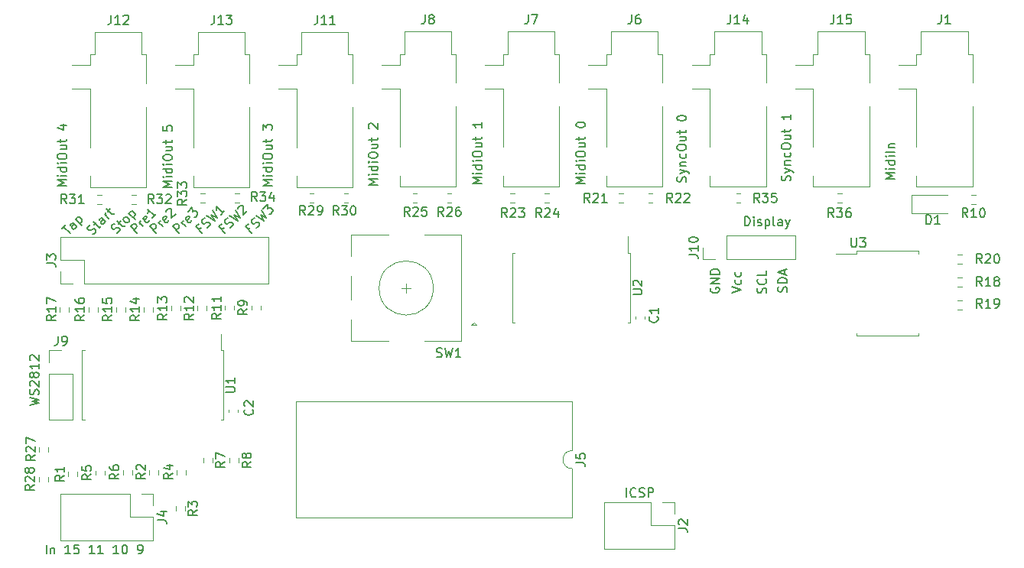
<source format=gbr>
%TF.GenerationSoftware,KiCad,Pcbnew,7.0.8*%
%TF.CreationDate,2024-02-05T12:52:59+01:00*%
%TF.ProjectId,MidiClockBox_v3,4d696469-436c-46f6-936b-426f785f7633,rev?*%
%TF.SameCoordinates,Original*%
%TF.FileFunction,Legend,Top*%
%TF.FilePolarity,Positive*%
%FSLAX46Y46*%
G04 Gerber Fmt 4.6, Leading zero omitted, Abs format (unit mm)*
G04 Created by KiCad (PCBNEW 7.0.8) date 2024-02-05 12:52:59*
%MOMM*%
%LPD*%
G01*
G04 APERTURE LIST*
%ADD10C,0.150000*%
%ADD11C,0.120000*%
G04 APERTURE END LIST*
D10*
X74060087Y-66344809D02*
X73352980Y-65637702D01*
X73352980Y-65637702D02*
X73622354Y-65368328D01*
X73622354Y-65368328D02*
X73723369Y-65334656D01*
X73723369Y-65334656D02*
X73790713Y-65334656D01*
X73790713Y-65334656D02*
X73891728Y-65368328D01*
X73891728Y-65368328D02*
X73992743Y-65469343D01*
X73992743Y-65469343D02*
X74026415Y-65570358D01*
X74026415Y-65570358D02*
X74026415Y-65637702D01*
X74026415Y-65637702D02*
X73992743Y-65738717D01*
X73992743Y-65738717D02*
X73723369Y-66008091D01*
X74767193Y-65637702D02*
X74295789Y-65166297D01*
X74430476Y-65300984D02*
X74396804Y-65199969D01*
X74396804Y-65199969D02*
X74396804Y-65132626D01*
X74396804Y-65132626D02*
X74430476Y-65031610D01*
X74430476Y-65031610D02*
X74497819Y-64964267D01*
X75440629Y-64896923D02*
X75406957Y-64997938D01*
X75406957Y-64997938D02*
X75272270Y-65132625D01*
X75272270Y-65132625D02*
X75171255Y-65166297D01*
X75171255Y-65166297D02*
X75070239Y-65132625D01*
X75070239Y-65132625D02*
X74800865Y-64863251D01*
X74800865Y-64863251D02*
X74767194Y-64762236D01*
X74767194Y-64762236D02*
X74800865Y-64661221D01*
X74800865Y-64661221D02*
X74935552Y-64526534D01*
X74935552Y-64526534D02*
X75036568Y-64492862D01*
X75036568Y-64492862D02*
X75137583Y-64526534D01*
X75137583Y-64526534D02*
X75204926Y-64593877D01*
X75204926Y-64593877D02*
X74935552Y-64997938D01*
X75036568Y-63954114D02*
X75474300Y-63516381D01*
X75474300Y-63516381D02*
X75507972Y-64021458D01*
X75507972Y-64021458D02*
X75608987Y-63920442D01*
X75608987Y-63920442D02*
X75710003Y-63886771D01*
X75710003Y-63886771D02*
X75777346Y-63886771D01*
X75777346Y-63886771D02*
X75878361Y-63920442D01*
X75878361Y-63920442D02*
X76046720Y-64088801D01*
X76046720Y-64088801D02*
X76080392Y-64189816D01*
X76080392Y-64189816D02*
X76080392Y-64257160D01*
X76080392Y-64257160D02*
X76046720Y-64358175D01*
X76046720Y-64358175D02*
X75844690Y-64560206D01*
X75844690Y-64560206D02*
X75743674Y-64593877D01*
X75743674Y-64593877D02*
X75676331Y-64593877D01*
X73275819Y-61258220D02*
X72275819Y-61258220D01*
X72275819Y-61258220D02*
X72990104Y-60924887D01*
X72990104Y-60924887D02*
X72275819Y-60591554D01*
X72275819Y-60591554D02*
X73275819Y-60591554D01*
X73275819Y-60115363D02*
X72609152Y-60115363D01*
X72275819Y-60115363D02*
X72323438Y-60162982D01*
X72323438Y-60162982D02*
X72371057Y-60115363D01*
X72371057Y-60115363D02*
X72323438Y-60067744D01*
X72323438Y-60067744D02*
X72275819Y-60115363D01*
X72275819Y-60115363D02*
X72371057Y-60115363D01*
X73275819Y-59210602D02*
X72275819Y-59210602D01*
X73228200Y-59210602D02*
X73275819Y-59305840D01*
X73275819Y-59305840D02*
X73275819Y-59496316D01*
X73275819Y-59496316D02*
X73228200Y-59591554D01*
X73228200Y-59591554D02*
X73180580Y-59639173D01*
X73180580Y-59639173D02*
X73085342Y-59686792D01*
X73085342Y-59686792D02*
X72799628Y-59686792D01*
X72799628Y-59686792D02*
X72704390Y-59639173D01*
X72704390Y-59639173D02*
X72656771Y-59591554D01*
X72656771Y-59591554D02*
X72609152Y-59496316D01*
X72609152Y-59496316D02*
X72609152Y-59305840D01*
X72609152Y-59305840D02*
X72656771Y-59210602D01*
X73275819Y-58734411D02*
X72609152Y-58734411D01*
X72275819Y-58734411D02*
X72323438Y-58782030D01*
X72323438Y-58782030D02*
X72371057Y-58734411D01*
X72371057Y-58734411D02*
X72323438Y-58686792D01*
X72323438Y-58686792D02*
X72275819Y-58734411D01*
X72275819Y-58734411D02*
X72371057Y-58734411D01*
X72275819Y-58067745D02*
X72275819Y-57877269D01*
X72275819Y-57877269D02*
X72323438Y-57782031D01*
X72323438Y-57782031D02*
X72418676Y-57686793D01*
X72418676Y-57686793D02*
X72609152Y-57639174D01*
X72609152Y-57639174D02*
X72942485Y-57639174D01*
X72942485Y-57639174D02*
X73132961Y-57686793D01*
X73132961Y-57686793D02*
X73228200Y-57782031D01*
X73228200Y-57782031D02*
X73275819Y-57877269D01*
X73275819Y-57877269D02*
X73275819Y-58067745D01*
X73275819Y-58067745D02*
X73228200Y-58162983D01*
X73228200Y-58162983D02*
X73132961Y-58258221D01*
X73132961Y-58258221D02*
X72942485Y-58305840D01*
X72942485Y-58305840D02*
X72609152Y-58305840D01*
X72609152Y-58305840D02*
X72418676Y-58258221D01*
X72418676Y-58258221D02*
X72323438Y-58162983D01*
X72323438Y-58162983D02*
X72275819Y-58067745D01*
X72609152Y-56782031D02*
X73275819Y-56782031D01*
X72609152Y-57210602D02*
X73132961Y-57210602D01*
X73132961Y-57210602D02*
X73228200Y-57162983D01*
X73228200Y-57162983D02*
X73275819Y-57067745D01*
X73275819Y-57067745D02*
X73275819Y-56924888D01*
X73275819Y-56924888D02*
X73228200Y-56829650D01*
X73228200Y-56829650D02*
X73180580Y-56782031D01*
X72609152Y-56448697D02*
X72609152Y-56067745D01*
X72275819Y-56305840D02*
X73132961Y-56305840D01*
X73132961Y-56305840D02*
X73228200Y-56258221D01*
X73228200Y-56258221D02*
X73275819Y-56162983D01*
X73275819Y-56162983D02*
X73275819Y-56067745D01*
X72275819Y-54496316D02*
X72275819Y-54972506D01*
X72275819Y-54972506D02*
X72752009Y-55020125D01*
X72752009Y-55020125D02*
X72704390Y-54972506D01*
X72704390Y-54972506D02*
X72656771Y-54877268D01*
X72656771Y-54877268D02*
X72656771Y-54639173D01*
X72656771Y-54639173D02*
X72704390Y-54543935D01*
X72704390Y-54543935D02*
X72752009Y-54496316D01*
X72752009Y-54496316D02*
X72847247Y-54448697D01*
X72847247Y-54448697D02*
X73085342Y-54448697D01*
X73085342Y-54448697D02*
X73180580Y-54496316D01*
X73180580Y-54496316D02*
X73228200Y-54543935D01*
X73228200Y-54543935D02*
X73275819Y-54639173D01*
X73275819Y-54639173D02*
X73275819Y-54877268D01*
X73275819Y-54877268D02*
X73228200Y-54972506D01*
X73228200Y-54972506D02*
X73180580Y-55020125D01*
X136658579Y-65528819D02*
X136658579Y-64528819D01*
X136658579Y-64528819D02*
X136896674Y-64528819D01*
X136896674Y-64528819D02*
X137039531Y-64576438D01*
X137039531Y-64576438D02*
X137134769Y-64671676D01*
X137134769Y-64671676D02*
X137182388Y-64766914D01*
X137182388Y-64766914D02*
X137230007Y-64957390D01*
X137230007Y-64957390D02*
X137230007Y-65100247D01*
X137230007Y-65100247D02*
X137182388Y-65290723D01*
X137182388Y-65290723D02*
X137134769Y-65385961D01*
X137134769Y-65385961D02*
X137039531Y-65481200D01*
X137039531Y-65481200D02*
X136896674Y-65528819D01*
X136896674Y-65528819D02*
X136658579Y-65528819D01*
X137658579Y-65528819D02*
X137658579Y-64862152D01*
X137658579Y-64528819D02*
X137610960Y-64576438D01*
X137610960Y-64576438D02*
X137658579Y-64624057D01*
X137658579Y-64624057D02*
X137706198Y-64576438D01*
X137706198Y-64576438D02*
X137658579Y-64528819D01*
X137658579Y-64528819D02*
X137658579Y-64624057D01*
X138087150Y-65481200D02*
X138182388Y-65528819D01*
X138182388Y-65528819D02*
X138372864Y-65528819D01*
X138372864Y-65528819D02*
X138468102Y-65481200D01*
X138468102Y-65481200D02*
X138515721Y-65385961D01*
X138515721Y-65385961D02*
X138515721Y-65338342D01*
X138515721Y-65338342D02*
X138468102Y-65243104D01*
X138468102Y-65243104D02*
X138372864Y-65195485D01*
X138372864Y-65195485D02*
X138230007Y-65195485D01*
X138230007Y-65195485D02*
X138134769Y-65147866D01*
X138134769Y-65147866D02*
X138087150Y-65052628D01*
X138087150Y-65052628D02*
X138087150Y-65005009D01*
X138087150Y-65005009D02*
X138134769Y-64909771D01*
X138134769Y-64909771D02*
X138230007Y-64862152D01*
X138230007Y-64862152D02*
X138372864Y-64862152D01*
X138372864Y-64862152D02*
X138468102Y-64909771D01*
X138944293Y-64862152D02*
X138944293Y-65862152D01*
X138944293Y-64909771D02*
X139039531Y-64862152D01*
X139039531Y-64862152D02*
X139230007Y-64862152D01*
X139230007Y-64862152D02*
X139325245Y-64909771D01*
X139325245Y-64909771D02*
X139372864Y-64957390D01*
X139372864Y-64957390D02*
X139420483Y-65052628D01*
X139420483Y-65052628D02*
X139420483Y-65338342D01*
X139420483Y-65338342D02*
X139372864Y-65433580D01*
X139372864Y-65433580D02*
X139325245Y-65481200D01*
X139325245Y-65481200D02*
X139230007Y-65528819D01*
X139230007Y-65528819D02*
X139039531Y-65528819D01*
X139039531Y-65528819D02*
X138944293Y-65481200D01*
X139991912Y-65528819D02*
X139896674Y-65481200D01*
X139896674Y-65481200D02*
X139849055Y-65385961D01*
X139849055Y-65385961D02*
X139849055Y-64528819D01*
X140801436Y-65528819D02*
X140801436Y-65005009D01*
X140801436Y-65005009D02*
X140753817Y-64909771D01*
X140753817Y-64909771D02*
X140658579Y-64862152D01*
X140658579Y-64862152D02*
X140468103Y-64862152D01*
X140468103Y-64862152D02*
X140372865Y-64909771D01*
X140801436Y-65481200D02*
X140706198Y-65528819D01*
X140706198Y-65528819D02*
X140468103Y-65528819D01*
X140468103Y-65528819D02*
X140372865Y-65481200D01*
X140372865Y-65481200D02*
X140325246Y-65385961D01*
X140325246Y-65385961D02*
X140325246Y-65290723D01*
X140325246Y-65290723D02*
X140372865Y-65195485D01*
X140372865Y-65195485D02*
X140468103Y-65147866D01*
X140468103Y-65147866D02*
X140706198Y-65147866D01*
X140706198Y-65147866D02*
X140801436Y-65100247D01*
X141182389Y-64862152D02*
X141420484Y-65528819D01*
X141658579Y-64862152D02*
X141420484Y-65528819D01*
X141420484Y-65528819D02*
X141325246Y-65766914D01*
X141325246Y-65766914D02*
X141277627Y-65814533D01*
X141277627Y-65814533D02*
X141182389Y-65862152D01*
X139014200Y-72989839D02*
X139061819Y-72846982D01*
X139061819Y-72846982D02*
X139061819Y-72608887D01*
X139061819Y-72608887D02*
X139014200Y-72513649D01*
X139014200Y-72513649D02*
X138966580Y-72466030D01*
X138966580Y-72466030D02*
X138871342Y-72418411D01*
X138871342Y-72418411D02*
X138776104Y-72418411D01*
X138776104Y-72418411D02*
X138680866Y-72466030D01*
X138680866Y-72466030D02*
X138633247Y-72513649D01*
X138633247Y-72513649D02*
X138585628Y-72608887D01*
X138585628Y-72608887D02*
X138538009Y-72799363D01*
X138538009Y-72799363D02*
X138490390Y-72894601D01*
X138490390Y-72894601D02*
X138442771Y-72942220D01*
X138442771Y-72942220D02*
X138347533Y-72989839D01*
X138347533Y-72989839D02*
X138252295Y-72989839D01*
X138252295Y-72989839D02*
X138157057Y-72942220D01*
X138157057Y-72942220D02*
X138109438Y-72894601D01*
X138109438Y-72894601D02*
X138061819Y-72799363D01*
X138061819Y-72799363D02*
X138061819Y-72561268D01*
X138061819Y-72561268D02*
X138109438Y-72418411D01*
X138966580Y-71418411D02*
X139014200Y-71466030D01*
X139014200Y-71466030D02*
X139061819Y-71608887D01*
X139061819Y-71608887D02*
X139061819Y-71704125D01*
X139061819Y-71704125D02*
X139014200Y-71846982D01*
X139014200Y-71846982D02*
X138918961Y-71942220D01*
X138918961Y-71942220D02*
X138823723Y-71989839D01*
X138823723Y-71989839D02*
X138633247Y-72037458D01*
X138633247Y-72037458D02*
X138490390Y-72037458D01*
X138490390Y-72037458D02*
X138299914Y-71989839D01*
X138299914Y-71989839D02*
X138204676Y-71942220D01*
X138204676Y-71942220D02*
X138109438Y-71846982D01*
X138109438Y-71846982D02*
X138061819Y-71704125D01*
X138061819Y-71704125D02*
X138061819Y-71608887D01*
X138061819Y-71608887D02*
X138109438Y-71466030D01*
X138109438Y-71466030D02*
X138157057Y-71418411D01*
X139061819Y-70513649D02*
X139061819Y-70989839D01*
X139061819Y-70989839D02*
X138061819Y-70989839D01*
X61591819Y-61131220D02*
X60591819Y-61131220D01*
X60591819Y-61131220D02*
X61306104Y-60797887D01*
X61306104Y-60797887D02*
X60591819Y-60464554D01*
X60591819Y-60464554D02*
X61591819Y-60464554D01*
X61591819Y-59988363D02*
X60925152Y-59988363D01*
X60591819Y-59988363D02*
X60639438Y-60035982D01*
X60639438Y-60035982D02*
X60687057Y-59988363D01*
X60687057Y-59988363D02*
X60639438Y-59940744D01*
X60639438Y-59940744D02*
X60591819Y-59988363D01*
X60591819Y-59988363D02*
X60687057Y-59988363D01*
X61591819Y-59083602D02*
X60591819Y-59083602D01*
X61544200Y-59083602D02*
X61591819Y-59178840D01*
X61591819Y-59178840D02*
X61591819Y-59369316D01*
X61591819Y-59369316D02*
X61544200Y-59464554D01*
X61544200Y-59464554D02*
X61496580Y-59512173D01*
X61496580Y-59512173D02*
X61401342Y-59559792D01*
X61401342Y-59559792D02*
X61115628Y-59559792D01*
X61115628Y-59559792D02*
X61020390Y-59512173D01*
X61020390Y-59512173D02*
X60972771Y-59464554D01*
X60972771Y-59464554D02*
X60925152Y-59369316D01*
X60925152Y-59369316D02*
X60925152Y-59178840D01*
X60925152Y-59178840D02*
X60972771Y-59083602D01*
X61591819Y-58607411D02*
X60925152Y-58607411D01*
X60591819Y-58607411D02*
X60639438Y-58655030D01*
X60639438Y-58655030D02*
X60687057Y-58607411D01*
X60687057Y-58607411D02*
X60639438Y-58559792D01*
X60639438Y-58559792D02*
X60591819Y-58607411D01*
X60591819Y-58607411D02*
X60687057Y-58607411D01*
X60591819Y-57940745D02*
X60591819Y-57750269D01*
X60591819Y-57750269D02*
X60639438Y-57655031D01*
X60639438Y-57655031D02*
X60734676Y-57559793D01*
X60734676Y-57559793D02*
X60925152Y-57512174D01*
X60925152Y-57512174D02*
X61258485Y-57512174D01*
X61258485Y-57512174D02*
X61448961Y-57559793D01*
X61448961Y-57559793D02*
X61544200Y-57655031D01*
X61544200Y-57655031D02*
X61591819Y-57750269D01*
X61591819Y-57750269D02*
X61591819Y-57940745D01*
X61591819Y-57940745D02*
X61544200Y-58035983D01*
X61544200Y-58035983D02*
X61448961Y-58131221D01*
X61448961Y-58131221D02*
X61258485Y-58178840D01*
X61258485Y-58178840D02*
X60925152Y-58178840D01*
X60925152Y-58178840D02*
X60734676Y-58131221D01*
X60734676Y-58131221D02*
X60639438Y-58035983D01*
X60639438Y-58035983D02*
X60591819Y-57940745D01*
X60925152Y-56655031D02*
X61591819Y-56655031D01*
X60925152Y-57083602D02*
X61448961Y-57083602D01*
X61448961Y-57083602D02*
X61544200Y-57035983D01*
X61544200Y-57035983D02*
X61591819Y-56940745D01*
X61591819Y-56940745D02*
X61591819Y-56797888D01*
X61591819Y-56797888D02*
X61544200Y-56702650D01*
X61544200Y-56702650D02*
X61496580Y-56655031D01*
X60925152Y-56321697D02*
X60925152Y-55940745D01*
X60591819Y-56178840D02*
X61448961Y-56178840D01*
X61448961Y-56178840D02*
X61544200Y-56131221D01*
X61544200Y-56131221D02*
X61591819Y-56035983D01*
X61591819Y-56035983D02*
X61591819Y-55940745D01*
X60925152Y-54416935D02*
X61591819Y-54416935D01*
X60544200Y-54655030D02*
X61258485Y-54893125D01*
X61258485Y-54893125D02*
X61258485Y-54274078D01*
X130124200Y-60670839D02*
X130171819Y-60527982D01*
X130171819Y-60527982D02*
X130171819Y-60289887D01*
X130171819Y-60289887D02*
X130124200Y-60194649D01*
X130124200Y-60194649D02*
X130076580Y-60147030D01*
X130076580Y-60147030D02*
X129981342Y-60099411D01*
X129981342Y-60099411D02*
X129886104Y-60099411D01*
X129886104Y-60099411D02*
X129790866Y-60147030D01*
X129790866Y-60147030D02*
X129743247Y-60194649D01*
X129743247Y-60194649D02*
X129695628Y-60289887D01*
X129695628Y-60289887D02*
X129648009Y-60480363D01*
X129648009Y-60480363D02*
X129600390Y-60575601D01*
X129600390Y-60575601D02*
X129552771Y-60623220D01*
X129552771Y-60623220D02*
X129457533Y-60670839D01*
X129457533Y-60670839D02*
X129362295Y-60670839D01*
X129362295Y-60670839D02*
X129267057Y-60623220D01*
X129267057Y-60623220D02*
X129219438Y-60575601D01*
X129219438Y-60575601D02*
X129171819Y-60480363D01*
X129171819Y-60480363D02*
X129171819Y-60242268D01*
X129171819Y-60242268D02*
X129219438Y-60099411D01*
X129505152Y-59766077D02*
X130171819Y-59527982D01*
X129505152Y-59289887D02*
X130171819Y-59527982D01*
X130171819Y-59527982D02*
X130409914Y-59623220D01*
X130409914Y-59623220D02*
X130457533Y-59670839D01*
X130457533Y-59670839D02*
X130505152Y-59766077D01*
X129505152Y-58908934D02*
X130171819Y-58908934D01*
X129600390Y-58908934D02*
X129552771Y-58861315D01*
X129552771Y-58861315D02*
X129505152Y-58766077D01*
X129505152Y-58766077D02*
X129505152Y-58623220D01*
X129505152Y-58623220D02*
X129552771Y-58527982D01*
X129552771Y-58527982D02*
X129648009Y-58480363D01*
X129648009Y-58480363D02*
X130171819Y-58480363D01*
X130124200Y-57575601D02*
X130171819Y-57670839D01*
X130171819Y-57670839D02*
X130171819Y-57861315D01*
X130171819Y-57861315D02*
X130124200Y-57956553D01*
X130124200Y-57956553D02*
X130076580Y-58004172D01*
X130076580Y-58004172D02*
X129981342Y-58051791D01*
X129981342Y-58051791D02*
X129695628Y-58051791D01*
X129695628Y-58051791D02*
X129600390Y-58004172D01*
X129600390Y-58004172D02*
X129552771Y-57956553D01*
X129552771Y-57956553D02*
X129505152Y-57861315D01*
X129505152Y-57861315D02*
X129505152Y-57670839D01*
X129505152Y-57670839D02*
X129552771Y-57575601D01*
X129171819Y-56956553D02*
X129171819Y-56766077D01*
X129171819Y-56766077D02*
X129219438Y-56670839D01*
X129219438Y-56670839D02*
X129314676Y-56575601D01*
X129314676Y-56575601D02*
X129505152Y-56527982D01*
X129505152Y-56527982D02*
X129838485Y-56527982D01*
X129838485Y-56527982D02*
X130028961Y-56575601D01*
X130028961Y-56575601D02*
X130124200Y-56670839D01*
X130124200Y-56670839D02*
X130171819Y-56766077D01*
X130171819Y-56766077D02*
X130171819Y-56956553D01*
X130171819Y-56956553D02*
X130124200Y-57051791D01*
X130124200Y-57051791D02*
X130028961Y-57147029D01*
X130028961Y-57147029D02*
X129838485Y-57194648D01*
X129838485Y-57194648D02*
X129505152Y-57194648D01*
X129505152Y-57194648D02*
X129314676Y-57147029D01*
X129314676Y-57147029D02*
X129219438Y-57051791D01*
X129219438Y-57051791D02*
X129171819Y-56956553D01*
X129505152Y-55670839D02*
X130171819Y-55670839D01*
X129505152Y-56099410D02*
X130028961Y-56099410D01*
X130028961Y-56099410D02*
X130124200Y-56051791D01*
X130124200Y-56051791D02*
X130171819Y-55956553D01*
X130171819Y-55956553D02*
X130171819Y-55813696D01*
X130171819Y-55813696D02*
X130124200Y-55718458D01*
X130124200Y-55718458D02*
X130076580Y-55670839D01*
X129505152Y-55337505D02*
X129505152Y-54956553D01*
X129171819Y-55194648D02*
X130028961Y-55194648D01*
X130028961Y-55194648D02*
X130124200Y-55147029D01*
X130124200Y-55147029D02*
X130171819Y-55051791D01*
X130171819Y-55051791D02*
X130171819Y-54956553D01*
X129171819Y-53670838D02*
X129171819Y-53575600D01*
X129171819Y-53575600D02*
X129219438Y-53480362D01*
X129219438Y-53480362D02*
X129267057Y-53432743D01*
X129267057Y-53432743D02*
X129362295Y-53385124D01*
X129362295Y-53385124D02*
X129552771Y-53337505D01*
X129552771Y-53337505D02*
X129790866Y-53337505D01*
X129790866Y-53337505D02*
X129981342Y-53385124D01*
X129981342Y-53385124D02*
X130076580Y-53432743D01*
X130076580Y-53432743D02*
X130124200Y-53480362D01*
X130124200Y-53480362D02*
X130171819Y-53575600D01*
X130171819Y-53575600D02*
X130171819Y-53670838D01*
X130171819Y-53670838D02*
X130124200Y-53766076D01*
X130124200Y-53766076D02*
X130076580Y-53813695D01*
X130076580Y-53813695D02*
X129981342Y-53861314D01*
X129981342Y-53861314D02*
X129790866Y-53908933D01*
X129790866Y-53908933D02*
X129552771Y-53908933D01*
X129552771Y-53908933D02*
X129362295Y-53861314D01*
X129362295Y-53861314D02*
X129267057Y-53813695D01*
X129267057Y-53813695D02*
X129219438Y-53766076D01*
X129219438Y-53766076D02*
X129171819Y-53670838D01*
X141300200Y-72862839D02*
X141347819Y-72719982D01*
X141347819Y-72719982D02*
X141347819Y-72481887D01*
X141347819Y-72481887D02*
X141300200Y-72386649D01*
X141300200Y-72386649D02*
X141252580Y-72339030D01*
X141252580Y-72339030D02*
X141157342Y-72291411D01*
X141157342Y-72291411D02*
X141062104Y-72291411D01*
X141062104Y-72291411D02*
X140966866Y-72339030D01*
X140966866Y-72339030D02*
X140919247Y-72386649D01*
X140919247Y-72386649D02*
X140871628Y-72481887D01*
X140871628Y-72481887D02*
X140824009Y-72672363D01*
X140824009Y-72672363D02*
X140776390Y-72767601D01*
X140776390Y-72767601D02*
X140728771Y-72815220D01*
X140728771Y-72815220D02*
X140633533Y-72862839D01*
X140633533Y-72862839D02*
X140538295Y-72862839D01*
X140538295Y-72862839D02*
X140443057Y-72815220D01*
X140443057Y-72815220D02*
X140395438Y-72767601D01*
X140395438Y-72767601D02*
X140347819Y-72672363D01*
X140347819Y-72672363D02*
X140347819Y-72434268D01*
X140347819Y-72434268D02*
X140395438Y-72291411D01*
X141347819Y-71862839D02*
X140347819Y-71862839D01*
X140347819Y-71862839D02*
X140347819Y-71624744D01*
X140347819Y-71624744D02*
X140395438Y-71481887D01*
X140395438Y-71481887D02*
X140490676Y-71386649D01*
X140490676Y-71386649D02*
X140585914Y-71339030D01*
X140585914Y-71339030D02*
X140776390Y-71291411D01*
X140776390Y-71291411D02*
X140919247Y-71291411D01*
X140919247Y-71291411D02*
X141109723Y-71339030D01*
X141109723Y-71339030D02*
X141204961Y-71386649D01*
X141204961Y-71386649D02*
X141300200Y-71481887D01*
X141300200Y-71481887D02*
X141347819Y-71624744D01*
X141347819Y-71624744D02*
X141347819Y-71862839D01*
X141062104Y-70910458D02*
X141062104Y-70434268D01*
X141347819Y-71005696D02*
X140347819Y-70672363D01*
X140347819Y-70672363D02*
X141347819Y-70339030D01*
X61059965Y-65865717D02*
X61464026Y-65461656D01*
X61969102Y-66370794D02*
X61261995Y-65663687D01*
X62709881Y-65630015D02*
X62339491Y-65259626D01*
X62339491Y-65259626D02*
X62238476Y-65225954D01*
X62238476Y-65225954D02*
X62137461Y-65259626D01*
X62137461Y-65259626D02*
X62002774Y-65394313D01*
X62002774Y-65394313D02*
X61969102Y-65495328D01*
X62676209Y-65596343D02*
X62642537Y-65697358D01*
X62642537Y-65697358D02*
X62474178Y-65865717D01*
X62474178Y-65865717D02*
X62373163Y-65899389D01*
X62373163Y-65899389D02*
X62272148Y-65865717D01*
X62272148Y-65865717D02*
X62204804Y-65798374D01*
X62204804Y-65798374D02*
X62171132Y-65697358D01*
X62171132Y-65697358D02*
X62204804Y-65596343D01*
X62204804Y-65596343D02*
X62373163Y-65427984D01*
X62373163Y-65427984D02*
X62406835Y-65326969D01*
X62575194Y-64821893D02*
X63282300Y-65529000D01*
X62608865Y-64855564D02*
X62642537Y-64754549D01*
X62642537Y-64754549D02*
X62777224Y-64619862D01*
X62777224Y-64619862D02*
X62878239Y-64586190D01*
X62878239Y-64586190D02*
X62945583Y-64586190D01*
X62945583Y-64586190D02*
X63046598Y-64619862D01*
X63046598Y-64619862D02*
X63248629Y-64821893D01*
X63248629Y-64821893D02*
X63282300Y-64922908D01*
X63282300Y-64922908D02*
X63282300Y-64990251D01*
X63282300Y-64990251D02*
X63248629Y-65091267D01*
X63248629Y-65091267D02*
X63113942Y-65225954D01*
X63113942Y-65225954D02*
X63012926Y-65259625D01*
X76465400Y-65738717D02*
X76229697Y-65974420D01*
X76600087Y-66344809D02*
X75892980Y-65637702D01*
X75892980Y-65637702D02*
X76229697Y-65300984D01*
X77138835Y-65738717D02*
X77273522Y-65671374D01*
X77273522Y-65671374D02*
X77441880Y-65503015D01*
X77441880Y-65503015D02*
X77475552Y-65402000D01*
X77475552Y-65402000D02*
X77475552Y-65334656D01*
X77475552Y-65334656D02*
X77441880Y-65233641D01*
X77441880Y-65233641D02*
X77374537Y-65166297D01*
X77374537Y-65166297D02*
X77273522Y-65132626D01*
X77273522Y-65132626D02*
X77206178Y-65132626D01*
X77206178Y-65132626D02*
X77105163Y-65166297D01*
X77105163Y-65166297D02*
X76936804Y-65267313D01*
X76936804Y-65267313D02*
X76835789Y-65300984D01*
X76835789Y-65300984D02*
X76768445Y-65300984D01*
X76768445Y-65300984D02*
X76667430Y-65267313D01*
X76667430Y-65267313D02*
X76600087Y-65199969D01*
X76600087Y-65199969D02*
X76566415Y-65098954D01*
X76566415Y-65098954D02*
X76566415Y-65031610D01*
X76566415Y-65031610D02*
X76600087Y-64930595D01*
X76600087Y-64930595D02*
X76768445Y-64762236D01*
X76768445Y-64762236D02*
X76903132Y-64694893D01*
X77105163Y-64425519D02*
X77980628Y-64964267D01*
X77980628Y-64964267D02*
X77610239Y-64324504D01*
X77610239Y-64324504D02*
X78250003Y-64694893D01*
X78250003Y-64694893D02*
X77711254Y-63819427D01*
X79058124Y-63886771D02*
X78654063Y-64290832D01*
X78856094Y-64088801D02*
X78148987Y-63381695D01*
X78148987Y-63381695D02*
X78182659Y-63550053D01*
X78182659Y-63550053D02*
X78182659Y-63684740D01*
X78182659Y-63684740D02*
X78148987Y-63785756D01*
X64467743Y-66471809D02*
X64602430Y-66404465D01*
X64602430Y-66404465D02*
X64770789Y-66236107D01*
X64770789Y-66236107D02*
X64804461Y-66135091D01*
X64804461Y-66135091D02*
X64804461Y-66067748D01*
X64804461Y-66067748D02*
X64770789Y-65966733D01*
X64770789Y-65966733D02*
X64703445Y-65899389D01*
X64703445Y-65899389D02*
X64602430Y-65865717D01*
X64602430Y-65865717D02*
X64535087Y-65865717D01*
X64535087Y-65865717D02*
X64434071Y-65899389D01*
X64434071Y-65899389D02*
X64265713Y-66000404D01*
X64265713Y-66000404D02*
X64164697Y-66034076D01*
X64164697Y-66034076D02*
X64097354Y-66034076D01*
X64097354Y-66034076D02*
X63996339Y-66000404D01*
X63996339Y-66000404D02*
X63928995Y-65933061D01*
X63928995Y-65933061D02*
X63895323Y-65832046D01*
X63895323Y-65832046D02*
X63895323Y-65764702D01*
X63895323Y-65764702D02*
X63928995Y-65663687D01*
X63928995Y-65663687D02*
X64097354Y-65495328D01*
X64097354Y-65495328D02*
X64232041Y-65427984D01*
X64636102Y-65427984D02*
X64905476Y-65158610D01*
X64501415Y-65091267D02*
X65107506Y-65697358D01*
X65107506Y-65697358D02*
X65208522Y-65731030D01*
X65208522Y-65731030D02*
X65309537Y-65697358D01*
X65309537Y-65697358D02*
X65376880Y-65630015D01*
X65915629Y-65091267D02*
X65545239Y-64720877D01*
X65545239Y-64720877D02*
X65444224Y-64687206D01*
X65444224Y-64687206D02*
X65343209Y-64720877D01*
X65343209Y-64720877D02*
X65208522Y-64855564D01*
X65208522Y-64855564D02*
X65174850Y-64956580D01*
X65881957Y-65057595D02*
X65848285Y-65158610D01*
X65848285Y-65158610D02*
X65679926Y-65326969D01*
X65679926Y-65326969D02*
X65578911Y-65360641D01*
X65578911Y-65360641D02*
X65477896Y-65326969D01*
X65477896Y-65326969D02*
X65410552Y-65259625D01*
X65410552Y-65259625D02*
X65376881Y-65158610D01*
X65376881Y-65158610D02*
X65410552Y-65057595D01*
X65410552Y-65057595D02*
X65578911Y-64889236D01*
X65578911Y-64889236D02*
X65612583Y-64788221D01*
X66252346Y-64754549D02*
X65780942Y-64283145D01*
X65915629Y-64417832D02*
X65881957Y-64316816D01*
X65881957Y-64316816D02*
X65881957Y-64249473D01*
X65881957Y-64249473D02*
X65915629Y-64148458D01*
X65915629Y-64148458D02*
X65982972Y-64081114D01*
X66117660Y-63946427D02*
X66387034Y-63677053D01*
X65982973Y-63609709D02*
X66589064Y-64215801D01*
X66589064Y-64215801D02*
X66690079Y-64249473D01*
X66690079Y-64249473D02*
X66791095Y-64215801D01*
X66791095Y-64215801D02*
X66858438Y-64148457D01*
X57493019Y-85432658D02*
X58493019Y-85194563D01*
X58493019Y-85194563D02*
X57778733Y-85004087D01*
X57778733Y-85004087D02*
X58493019Y-84813611D01*
X58493019Y-84813611D02*
X57493019Y-84575516D01*
X58445400Y-84242182D02*
X58493019Y-84099325D01*
X58493019Y-84099325D02*
X58493019Y-83861230D01*
X58493019Y-83861230D02*
X58445400Y-83765992D01*
X58445400Y-83765992D02*
X58397780Y-83718373D01*
X58397780Y-83718373D02*
X58302542Y-83670754D01*
X58302542Y-83670754D02*
X58207304Y-83670754D01*
X58207304Y-83670754D02*
X58112066Y-83718373D01*
X58112066Y-83718373D02*
X58064447Y-83765992D01*
X58064447Y-83765992D02*
X58016828Y-83861230D01*
X58016828Y-83861230D02*
X57969209Y-84051706D01*
X57969209Y-84051706D02*
X57921590Y-84146944D01*
X57921590Y-84146944D02*
X57873971Y-84194563D01*
X57873971Y-84194563D02*
X57778733Y-84242182D01*
X57778733Y-84242182D02*
X57683495Y-84242182D01*
X57683495Y-84242182D02*
X57588257Y-84194563D01*
X57588257Y-84194563D02*
X57540638Y-84146944D01*
X57540638Y-84146944D02*
X57493019Y-84051706D01*
X57493019Y-84051706D02*
X57493019Y-83813611D01*
X57493019Y-83813611D02*
X57540638Y-83670754D01*
X57588257Y-83289801D02*
X57540638Y-83242182D01*
X57540638Y-83242182D02*
X57493019Y-83146944D01*
X57493019Y-83146944D02*
X57493019Y-82908849D01*
X57493019Y-82908849D02*
X57540638Y-82813611D01*
X57540638Y-82813611D02*
X57588257Y-82765992D01*
X57588257Y-82765992D02*
X57683495Y-82718373D01*
X57683495Y-82718373D02*
X57778733Y-82718373D01*
X57778733Y-82718373D02*
X57921590Y-82765992D01*
X57921590Y-82765992D02*
X58493019Y-83337420D01*
X58493019Y-83337420D02*
X58493019Y-82718373D01*
X57921590Y-82146944D02*
X57873971Y-82242182D01*
X57873971Y-82242182D02*
X57826352Y-82289801D01*
X57826352Y-82289801D02*
X57731114Y-82337420D01*
X57731114Y-82337420D02*
X57683495Y-82337420D01*
X57683495Y-82337420D02*
X57588257Y-82289801D01*
X57588257Y-82289801D02*
X57540638Y-82242182D01*
X57540638Y-82242182D02*
X57493019Y-82146944D01*
X57493019Y-82146944D02*
X57493019Y-81956468D01*
X57493019Y-81956468D02*
X57540638Y-81861230D01*
X57540638Y-81861230D02*
X57588257Y-81813611D01*
X57588257Y-81813611D02*
X57683495Y-81765992D01*
X57683495Y-81765992D02*
X57731114Y-81765992D01*
X57731114Y-81765992D02*
X57826352Y-81813611D01*
X57826352Y-81813611D02*
X57873971Y-81861230D01*
X57873971Y-81861230D02*
X57921590Y-81956468D01*
X57921590Y-81956468D02*
X57921590Y-82146944D01*
X57921590Y-82146944D02*
X57969209Y-82242182D01*
X57969209Y-82242182D02*
X58016828Y-82289801D01*
X58016828Y-82289801D02*
X58112066Y-82337420D01*
X58112066Y-82337420D02*
X58302542Y-82337420D01*
X58302542Y-82337420D02*
X58397780Y-82289801D01*
X58397780Y-82289801D02*
X58445400Y-82242182D01*
X58445400Y-82242182D02*
X58493019Y-82146944D01*
X58493019Y-82146944D02*
X58493019Y-81956468D01*
X58493019Y-81956468D02*
X58445400Y-81861230D01*
X58445400Y-81861230D02*
X58397780Y-81813611D01*
X58397780Y-81813611D02*
X58302542Y-81765992D01*
X58302542Y-81765992D02*
X58112066Y-81765992D01*
X58112066Y-81765992D02*
X58016828Y-81813611D01*
X58016828Y-81813611D02*
X57969209Y-81861230D01*
X57969209Y-81861230D02*
X57921590Y-81956468D01*
X58493019Y-80813611D02*
X58493019Y-81385039D01*
X58493019Y-81099325D02*
X57493019Y-81099325D01*
X57493019Y-81099325D02*
X57635876Y-81194563D01*
X57635876Y-81194563D02*
X57731114Y-81289801D01*
X57731114Y-81289801D02*
X57778733Y-81385039D01*
X57588257Y-80432658D02*
X57540638Y-80385039D01*
X57540638Y-80385039D02*
X57493019Y-80289801D01*
X57493019Y-80289801D02*
X57493019Y-80051706D01*
X57493019Y-80051706D02*
X57540638Y-79956468D01*
X57540638Y-79956468D02*
X57588257Y-79908849D01*
X57588257Y-79908849D02*
X57683495Y-79861230D01*
X57683495Y-79861230D02*
X57778733Y-79861230D01*
X57778733Y-79861230D02*
X57921590Y-79908849D01*
X57921590Y-79908849D02*
X58493019Y-80480277D01*
X58493019Y-80480277D02*
X58493019Y-79861230D01*
X153285819Y-60369220D02*
X152285819Y-60369220D01*
X152285819Y-60369220D02*
X153000104Y-60035887D01*
X153000104Y-60035887D02*
X152285819Y-59702554D01*
X152285819Y-59702554D02*
X153285819Y-59702554D01*
X153285819Y-59226363D02*
X152619152Y-59226363D01*
X152285819Y-59226363D02*
X152333438Y-59273982D01*
X152333438Y-59273982D02*
X152381057Y-59226363D01*
X152381057Y-59226363D02*
X152333438Y-59178744D01*
X152333438Y-59178744D02*
X152285819Y-59226363D01*
X152285819Y-59226363D02*
X152381057Y-59226363D01*
X153285819Y-58321602D02*
X152285819Y-58321602D01*
X153238200Y-58321602D02*
X153285819Y-58416840D01*
X153285819Y-58416840D02*
X153285819Y-58607316D01*
X153285819Y-58607316D02*
X153238200Y-58702554D01*
X153238200Y-58702554D02*
X153190580Y-58750173D01*
X153190580Y-58750173D02*
X153095342Y-58797792D01*
X153095342Y-58797792D02*
X152809628Y-58797792D01*
X152809628Y-58797792D02*
X152714390Y-58750173D01*
X152714390Y-58750173D02*
X152666771Y-58702554D01*
X152666771Y-58702554D02*
X152619152Y-58607316D01*
X152619152Y-58607316D02*
X152619152Y-58416840D01*
X152619152Y-58416840D02*
X152666771Y-58321602D01*
X153285819Y-57845411D02*
X152619152Y-57845411D01*
X152285819Y-57845411D02*
X152333438Y-57893030D01*
X152333438Y-57893030D02*
X152381057Y-57845411D01*
X152381057Y-57845411D02*
X152333438Y-57797792D01*
X152333438Y-57797792D02*
X152285819Y-57845411D01*
X152285819Y-57845411D02*
X152381057Y-57845411D01*
X153285819Y-57369221D02*
X152285819Y-57369221D01*
X152619152Y-56893031D02*
X153285819Y-56893031D01*
X152714390Y-56893031D02*
X152666771Y-56845412D01*
X152666771Y-56845412D02*
X152619152Y-56750174D01*
X152619152Y-56750174D02*
X152619152Y-56607317D01*
X152619152Y-56607317D02*
X152666771Y-56512079D01*
X152666771Y-56512079D02*
X152762009Y-56464460D01*
X152762009Y-56464460D02*
X153285819Y-56464460D01*
X132902438Y-72418411D02*
X132854819Y-72513649D01*
X132854819Y-72513649D02*
X132854819Y-72656506D01*
X132854819Y-72656506D02*
X132902438Y-72799363D01*
X132902438Y-72799363D02*
X132997676Y-72894601D01*
X132997676Y-72894601D02*
X133092914Y-72942220D01*
X133092914Y-72942220D02*
X133283390Y-72989839D01*
X133283390Y-72989839D02*
X133426247Y-72989839D01*
X133426247Y-72989839D02*
X133616723Y-72942220D01*
X133616723Y-72942220D02*
X133711961Y-72894601D01*
X133711961Y-72894601D02*
X133807200Y-72799363D01*
X133807200Y-72799363D02*
X133854819Y-72656506D01*
X133854819Y-72656506D02*
X133854819Y-72561268D01*
X133854819Y-72561268D02*
X133807200Y-72418411D01*
X133807200Y-72418411D02*
X133759580Y-72370792D01*
X133759580Y-72370792D02*
X133426247Y-72370792D01*
X133426247Y-72370792D02*
X133426247Y-72561268D01*
X133854819Y-71942220D02*
X132854819Y-71942220D01*
X132854819Y-71942220D02*
X133854819Y-71370792D01*
X133854819Y-71370792D02*
X132854819Y-71370792D01*
X133854819Y-70894601D02*
X132854819Y-70894601D01*
X132854819Y-70894601D02*
X132854819Y-70656506D01*
X132854819Y-70656506D02*
X132902438Y-70513649D01*
X132902438Y-70513649D02*
X132997676Y-70418411D01*
X132997676Y-70418411D02*
X133092914Y-70370792D01*
X133092914Y-70370792D02*
X133283390Y-70323173D01*
X133283390Y-70323173D02*
X133426247Y-70323173D01*
X133426247Y-70323173D02*
X133616723Y-70370792D01*
X133616723Y-70370792D02*
X133711961Y-70418411D01*
X133711961Y-70418411D02*
X133807200Y-70513649D01*
X133807200Y-70513649D02*
X133854819Y-70656506D01*
X133854819Y-70656506D02*
X133854819Y-70894601D01*
X71520087Y-66344809D02*
X70812980Y-65637702D01*
X70812980Y-65637702D02*
X71082354Y-65368328D01*
X71082354Y-65368328D02*
X71183369Y-65334656D01*
X71183369Y-65334656D02*
X71250713Y-65334656D01*
X71250713Y-65334656D02*
X71351728Y-65368328D01*
X71351728Y-65368328D02*
X71452743Y-65469343D01*
X71452743Y-65469343D02*
X71486415Y-65570358D01*
X71486415Y-65570358D02*
X71486415Y-65637702D01*
X71486415Y-65637702D02*
X71452743Y-65738717D01*
X71452743Y-65738717D02*
X71183369Y-66008091D01*
X72227193Y-65637702D02*
X71755789Y-65166297D01*
X71890476Y-65300984D02*
X71856804Y-65199969D01*
X71856804Y-65199969D02*
X71856804Y-65132626D01*
X71856804Y-65132626D02*
X71890476Y-65031610D01*
X71890476Y-65031610D02*
X71957819Y-64964267D01*
X72900629Y-64896923D02*
X72866957Y-64997938D01*
X72866957Y-64997938D02*
X72732270Y-65132625D01*
X72732270Y-65132625D02*
X72631255Y-65166297D01*
X72631255Y-65166297D02*
X72530239Y-65132625D01*
X72530239Y-65132625D02*
X72260865Y-64863251D01*
X72260865Y-64863251D02*
X72227194Y-64762236D01*
X72227194Y-64762236D02*
X72260865Y-64661221D01*
X72260865Y-64661221D02*
X72395552Y-64526534D01*
X72395552Y-64526534D02*
X72496568Y-64492862D01*
X72496568Y-64492862D02*
X72597583Y-64526534D01*
X72597583Y-64526534D02*
X72664926Y-64593877D01*
X72664926Y-64593877D02*
X72395552Y-64997938D01*
X72597583Y-63987786D02*
X72597583Y-63920442D01*
X72597583Y-63920442D02*
X72631255Y-63819427D01*
X72631255Y-63819427D02*
X72799613Y-63651068D01*
X72799613Y-63651068D02*
X72900629Y-63617397D01*
X72900629Y-63617397D02*
X72967972Y-63617397D01*
X72967972Y-63617397D02*
X73068987Y-63651068D01*
X73068987Y-63651068D02*
X73136331Y-63718412D01*
X73136331Y-63718412D02*
X73203674Y-63853099D01*
X73203674Y-63853099D02*
X73203674Y-64661221D01*
X73203674Y-64661221D02*
X73641407Y-64223488D01*
X118995819Y-60877220D02*
X117995819Y-60877220D01*
X117995819Y-60877220D02*
X118710104Y-60543887D01*
X118710104Y-60543887D02*
X117995819Y-60210554D01*
X117995819Y-60210554D02*
X118995819Y-60210554D01*
X118995819Y-59734363D02*
X118329152Y-59734363D01*
X117995819Y-59734363D02*
X118043438Y-59781982D01*
X118043438Y-59781982D02*
X118091057Y-59734363D01*
X118091057Y-59734363D02*
X118043438Y-59686744D01*
X118043438Y-59686744D02*
X117995819Y-59734363D01*
X117995819Y-59734363D02*
X118091057Y-59734363D01*
X118995819Y-58829602D02*
X117995819Y-58829602D01*
X118948200Y-58829602D02*
X118995819Y-58924840D01*
X118995819Y-58924840D02*
X118995819Y-59115316D01*
X118995819Y-59115316D02*
X118948200Y-59210554D01*
X118948200Y-59210554D02*
X118900580Y-59258173D01*
X118900580Y-59258173D02*
X118805342Y-59305792D01*
X118805342Y-59305792D02*
X118519628Y-59305792D01*
X118519628Y-59305792D02*
X118424390Y-59258173D01*
X118424390Y-59258173D02*
X118376771Y-59210554D01*
X118376771Y-59210554D02*
X118329152Y-59115316D01*
X118329152Y-59115316D02*
X118329152Y-58924840D01*
X118329152Y-58924840D02*
X118376771Y-58829602D01*
X118995819Y-58353411D02*
X118329152Y-58353411D01*
X117995819Y-58353411D02*
X118043438Y-58401030D01*
X118043438Y-58401030D02*
X118091057Y-58353411D01*
X118091057Y-58353411D02*
X118043438Y-58305792D01*
X118043438Y-58305792D02*
X117995819Y-58353411D01*
X117995819Y-58353411D02*
X118091057Y-58353411D01*
X117995819Y-57686745D02*
X117995819Y-57496269D01*
X117995819Y-57496269D02*
X118043438Y-57401031D01*
X118043438Y-57401031D02*
X118138676Y-57305793D01*
X118138676Y-57305793D02*
X118329152Y-57258174D01*
X118329152Y-57258174D02*
X118662485Y-57258174D01*
X118662485Y-57258174D02*
X118852961Y-57305793D01*
X118852961Y-57305793D02*
X118948200Y-57401031D01*
X118948200Y-57401031D02*
X118995819Y-57496269D01*
X118995819Y-57496269D02*
X118995819Y-57686745D01*
X118995819Y-57686745D02*
X118948200Y-57781983D01*
X118948200Y-57781983D02*
X118852961Y-57877221D01*
X118852961Y-57877221D02*
X118662485Y-57924840D01*
X118662485Y-57924840D02*
X118329152Y-57924840D01*
X118329152Y-57924840D02*
X118138676Y-57877221D01*
X118138676Y-57877221D02*
X118043438Y-57781983D01*
X118043438Y-57781983D02*
X117995819Y-57686745D01*
X118329152Y-56401031D02*
X118995819Y-56401031D01*
X118329152Y-56829602D02*
X118852961Y-56829602D01*
X118852961Y-56829602D02*
X118948200Y-56781983D01*
X118948200Y-56781983D02*
X118995819Y-56686745D01*
X118995819Y-56686745D02*
X118995819Y-56543888D01*
X118995819Y-56543888D02*
X118948200Y-56448650D01*
X118948200Y-56448650D02*
X118900580Y-56401031D01*
X118329152Y-56067697D02*
X118329152Y-55686745D01*
X117995819Y-55924840D02*
X118852961Y-55924840D01*
X118852961Y-55924840D02*
X118948200Y-55877221D01*
X118948200Y-55877221D02*
X118995819Y-55781983D01*
X118995819Y-55781983D02*
X118995819Y-55686745D01*
X117995819Y-54401030D02*
X117995819Y-54305792D01*
X117995819Y-54305792D02*
X118043438Y-54210554D01*
X118043438Y-54210554D02*
X118091057Y-54162935D01*
X118091057Y-54162935D02*
X118186295Y-54115316D01*
X118186295Y-54115316D02*
X118376771Y-54067697D01*
X118376771Y-54067697D02*
X118614866Y-54067697D01*
X118614866Y-54067697D02*
X118805342Y-54115316D01*
X118805342Y-54115316D02*
X118900580Y-54162935D01*
X118900580Y-54162935D02*
X118948200Y-54210554D01*
X118948200Y-54210554D02*
X118995819Y-54305792D01*
X118995819Y-54305792D02*
X118995819Y-54401030D01*
X118995819Y-54401030D02*
X118948200Y-54496268D01*
X118948200Y-54496268D02*
X118900580Y-54543887D01*
X118900580Y-54543887D02*
X118805342Y-54591506D01*
X118805342Y-54591506D02*
X118614866Y-54639125D01*
X118614866Y-54639125D02*
X118376771Y-54639125D01*
X118376771Y-54639125D02*
X118186295Y-54591506D01*
X118186295Y-54591506D02*
X118091057Y-54543887D01*
X118091057Y-54543887D02*
X118043438Y-54496268D01*
X118043438Y-54496268D02*
X117995819Y-54401030D01*
X69361087Y-66344809D02*
X68653980Y-65637702D01*
X68653980Y-65637702D02*
X68923354Y-65368328D01*
X68923354Y-65368328D02*
X69024369Y-65334656D01*
X69024369Y-65334656D02*
X69091713Y-65334656D01*
X69091713Y-65334656D02*
X69192728Y-65368328D01*
X69192728Y-65368328D02*
X69293743Y-65469343D01*
X69293743Y-65469343D02*
X69327415Y-65570358D01*
X69327415Y-65570358D02*
X69327415Y-65637702D01*
X69327415Y-65637702D02*
X69293743Y-65738717D01*
X69293743Y-65738717D02*
X69024369Y-66008091D01*
X70068193Y-65637702D02*
X69596789Y-65166297D01*
X69731476Y-65300984D02*
X69697804Y-65199969D01*
X69697804Y-65199969D02*
X69697804Y-65132626D01*
X69697804Y-65132626D02*
X69731476Y-65031610D01*
X69731476Y-65031610D02*
X69798819Y-64964267D01*
X70741629Y-64896923D02*
X70707957Y-64997938D01*
X70707957Y-64997938D02*
X70573270Y-65132625D01*
X70573270Y-65132625D02*
X70472255Y-65166297D01*
X70472255Y-65166297D02*
X70371239Y-65132625D01*
X70371239Y-65132625D02*
X70101865Y-64863251D01*
X70101865Y-64863251D02*
X70068194Y-64762236D01*
X70068194Y-64762236D02*
X70101865Y-64661221D01*
X70101865Y-64661221D02*
X70236552Y-64526534D01*
X70236552Y-64526534D02*
X70337568Y-64492862D01*
X70337568Y-64492862D02*
X70438583Y-64526534D01*
X70438583Y-64526534D02*
X70505926Y-64593877D01*
X70505926Y-64593877D02*
X70236552Y-64997938D01*
X71482407Y-64223488D02*
X71078346Y-64627549D01*
X71280377Y-64425519D02*
X70573270Y-63718412D01*
X70573270Y-63718412D02*
X70606942Y-63886771D01*
X70606942Y-63886771D02*
X70606942Y-64021458D01*
X70606942Y-64021458D02*
X70573270Y-64122473D01*
X96008819Y-61004220D02*
X95008819Y-61004220D01*
X95008819Y-61004220D02*
X95723104Y-60670887D01*
X95723104Y-60670887D02*
X95008819Y-60337554D01*
X95008819Y-60337554D02*
X96008819Y-60337554D01*
X96008819Y-59861363D02*
X95342152Y-59861363D01*
X95008819Y-59861363D02*
X95056438Y-59908982D01*
X95056438Y-59908982D02*
X95104057Y-59861363D01*
X95104057Y-59861363D02*
X95056438Y-59813744D01*
X95056438Y-59813744D02*
X95008819Y-59861363D01*
X95008819Y-59861363D02*
X95104057Y-59861363D01*
X96008819Y-58956602D02*
X95008819Y-58956602D01*
X95961200Y-58956602D02*
X96008819Y-59051840D01*
X96008819Y-59051840D02*
X96008819Y-59242316D01*
X96008819Y-59242316D02*
X95961200Y-59337554D01*
X95961200Y-59337554D02*
X95913580Y-59385173D01*
X95913580Y-59385173D02*
X95818342Y-59432792D01*
X95818342Y-59432792D02*
X95532628Y-59432792D01*
X95532628Y-59432792D02*
X95437390Y-59385173D01*
X95437390Y-59385173D02*
X95389771Y-59337554D01*
X95389771Y-59337554D02*
X95342152Y-59242316D01*
X95342152Y-59242316D02*
X95342152Y-59051840D01*
X95342152Y-59051840D02*
X95389771Y-58956602D01*
X96008819Y-58480411D02*
X95342152Y-58480411D01*
X95008819Y-58480411D02*
X95056438Y-58528030D01*
X95056438Y-58528030D02*
X95104057Y-58480411D01*
X95104057Y-58480411D02*
X95056438Y-58432792D01*
X95056438Y-58432792D02*
X95008819Y-58480411D01*
X95008819Y-58480411D02*
X95104057Y-58480411D01*
X95008819Y-57813745D02*
X95008819Y-57623269D01*
X95008819Y-57623269D02*
X95056438Y-57528031D01*
X95056438Y-57528031D02*
X95151676Y-57432793D01*
X95151676Y-57432793D02*
X95342152Y-57385174D01*
X95342152Y-57385174D02*
X95675485Y-57385174D01*
X95675485Y-57385174D02*
X95865961Y-57432793D01*
X95865961Y-57432793D02*
X95961200Y-57528031D01*
X95961200Y-57528031D02*
X96008819Y-57623269D01*
X96008819Y-57623269D02*
X96008819Y-57813745D01*
X96008819Y-57813745D02*
X95961200Y-57908983D01*
X95961200Y-57908983D02*
X95865961Y-58004221D01*
X95865961Y-58004221D02*
X95675485Y-58051840D01*
X95675485Y-58051840D02*
X95342152Y-58051840D01*
X95342152Y-58051840D02*
X95151676Y-58004221D01*
X95151676Y-58004221D02*
X95056438Y-57908983D01*
X95056438Y-57908983D02*
X95008819Y-57813745D01*
X95342152Y-56528031D02*
X96008819Y-56528031D01*
X95342152Y-56956602D02*
X95865961Y-56956602D01*
X95865961Y-56956602D02*
X95961200Y-56908983D01*
X95961200Y-56908983D02*
X96008819Y-56813745D01*
X96008819Y-56813745D02*
X96008819Y-56670888D01*
X96008819Y-56670888D02*
X95961200Y-56575650D01*
X95961200Y-56575650D02*
X95913580Y-56528031D01*
X95342152Y-56194697D02*
X95342152Y-55813745D01*
X95008819Y-56051840D02*
X95865961Y-56051840D01*
X95865961Y-56051840D02*
X95961200Y-56004221D01*
X95961200Y-56004221D02*
X96008819Y-55908983D01*
X96008819Y-55908983D02*
X96008819Y-55813745D01*
X95104057Y-54766125D02*
X95056438Y-54718506D01*
X95056438Y-54718506D02*
X95008819Y-54623268D01*
X95008819Y-54623268D02*
X95008819Y-54385173D01*
X95008819Y-54385173D02*
X95056438Y-54289935D01*
X95056438Y-54289935D02*
X95104057Y-54242316D01*
X95104057Y-54242316D02*
X95199295Y-54194697D01*
X95199295Y-54194697D02*
X95294533Y-54194697D01*
X95294533Y-54194697D02*
X95437390Y-54242316D01*
X95437390Y-54242316D02*
X96008819Y-54813744D01*
X96008819Y-54813744D02*
X96008819Y-54194697D01*
X67134743Y-66344809D02*
X67269430Y-66277465D01*
X67269430Y-66277465D02*
X67437789Y-66109107D01*
X67437789Y-66109107D02*
X67471461Y-66008091D01*
X67471461Y-66008091D02*
X67471461Y-65940748D01*
X67471461Y-65940748D02*
X67437789Y-65839733D01*
X67437789Y-65839733D02*
X67370445Y-65772389D01*
X67370445Y-65772389D02*
X67269430Y-65738717D01*
X67269430Y-65738717D02*
X67202087Y-65738717D01*
X67202087Y-65738717D02*
X67101071Y-65772389D01*
X67101071Y-65772389D02*
X66932713Y-65873404D01*
X66932713Y-65873404D02*
X66831697Y-65907076D01*
X66831697Y-65907076D02*
X66764354Y-65907076D01*
X66764354Y-65907076D02*
X66663339Y-65873404D01*
X66663339Y-65873404D02*
X66595995Y-65806061D01*
X66595995Y-65806061D02*
X66562323Y-65705046D01*
X66562323Y-65705046D02*
X66562323Y-65637702D01*
X66562323Y-65637702D02*
X66595995Y-65536687D01*
X66595995Y-65536687D02*
X66764354Y-65368328D01*
X66764354Y-65368328D02*
X66899041Y-65300984D01*
X67303102Y-65300984D02*
X67572476Y-65031610D01*
X67168415Y-64964267D02*
X67774506Y-65570358D01*
X67774506Y-65570358D02*
X67875522Y-65604030D01*
X67875522Y-65604030D02*
X67976537Y-65570358D01*
X67976537Y-65570358D02*
X68043880Y-65503015D01*
X68380598Y-65166297D02*
X68279583Y-65199969D01*
X68279583Y-65199969D02*
X68212239Y-65199969D01*
X68212239Y-65199969D02*
X68111224Y-65166297D01*
X68111224Y-65166297D02*
X67909194Y-64964267D01*
X67909194Y-64964267D02*
X67875522Y-64863251D01*
X67875522Y-64863251D02*
X67875522Y-64795908D01*
X67875522Y-64795908D02*
X67909194Y-64694893D01*
X67909194Y-64694893D02*
X68010209Y-64593877D01*
X68010209Y-64593877D02*
X68111224Y-64560206D01*
X68111224Y-64560206D02*
X68178568Y-64560206D01*
X68178568Y-64560206D02*
X68279583Y-64593877D01*
X68279583Y-64593877D02*
X68481613Y-64795908D01*
X68481613Y-64795908D02*
X68515285Y-64896923D01*
X68515285Y-64896923D02*
X68515285Y-64964267D01*
X68515285Y-64964267D02*
X68481613Y-65065282D01*
X68481613Y-65065282D02*
X68380598Y-65166297D01*
X68447942Y-64156145D02*
X69155049Y-64863251D01*
X68481614Y-64189816D02*
X68515285Y-64088801D01*
X68515285Y-64088801D02*
X68649972Y-63954114D01*
X68649972Y-63954114D02*
X68750988Y-63920442D01*
X68750988Y-63920442D02*
X68818331Y-63920442D01*
X68818331Y-63920442D02*
X68919346Y-63954114D01*
X68919346Y-63954114D02*
X69121377Y-64156145D01*
X69121377Y-64156145D02*
X69155049Y-64257160D01*
X69155049Y-64257160D02*
X69155049Y-64324503D01*
X69155049Y-64324503D02*
X69121377Y-64425519D01*
X69121377Y-64425519D02*
X68986690Y-64560206D01*
X68986690Y-64560206D02*
X68885675Y-64593877D01*
X135267819Y-72958077D02*
X136267819Y-72624744D01*
X136267819Y-72624744D02*
X135267819Y-72291411D01*
X136220200Y-71529506D02*
X136267819Y-71624744D01*
X136267819Y-71624744D02*
X136267819Y-71815220D01*
X136267819Y-71815220D02*
X136220200Y-71910458D01*
X136220200Y-71910458D02*
X136172580Y-71958077D01*
X136172580Y-71958077D02*
X136077342Y-72005696D01*
X136077342Y-72005696D02*
X135791628Y-72005696D01*
X135791628Y-72005696D02*
X135696390Y-71958077D01*
X135696390Y-71958077D02*
X135648771Y-71910458D01*
X135648771Y-71910458D02*
X135601152Y-71815220D01*
X135601152Y-71815220D02*
X135601152Y-71624744D01*
X135601152Y-71624744D02*
X135648771Y-71529506D01*
X136220200Y-70672363D02*
X136267819Y-70767601D01*
X136267819Y-70767601D02*
X136267819Y-70958077D01*
X136267819Y-70958077D02*
X136220200Y-71053315D01*
X136220200Y-71053315D02*
X136172580Y-71100934D01*
X136172580Y-71100934D02*
X136077342Y-71148553D01*
X136077342Y-71148553D02*
X135791628Y-71148553D01*
X135791628Y-71148553D02*
X135696390Y-71100934D01*
X135696390Y-71100934D02*
X135648771Y-71053315D01*
X135648771Y-71053315D02*
X135601152Y-70958077D01*
X135601152Y-70958077D02*
X135601152Y-70767601D01*
X135601152Y-70767601D02*
X135648771Y-70672363D01*
X59336779Y-101869819D02*
X59336779Y-100869819D01*
X59812969Y-101203152D02*
X59812969Y-101869819D01*
X59812969Y-101298390D02*
X59860588Y-101250771D01*
X59860588Y-101250771D02*
X59955826Y-101203152D01*
X59955826Y-101203152D02*
X60098683Y-101203152D01*
X60098683Y-101203152D02*
X60193921Y-101250771D01*
X60193921Y-101250771D02*
X60241540Y-101346009D01*
X60241540Y-101346009D02*
X60241540Y-101869819D01*
X62003445Y-101869819D02*
X61432017Y-101869819D01*
X61717731Y-101869819D02*
X61717731Y-100869819D01*
X61717731Y-100869819D02*
X61622493Y-101012676D01*
X61622493Y-101012676D02*
X61527255Y-101107914D01*
X61527255Y-101107914D02*
X61432017Y-101155533D01*
X62908207Y-100869819D02*
X62432017Y-100869819D01*
X62432017Y-100869819D02*
X62384398Y-101346009D01*
X62384398Y-101346009D02*
X62432017Y-101298390D01*
X62432017Y-101298390D02*
X62527255Y-101250771D01*
X62527255Y-101250771D02*
X62765350Y-101250771D01*
X62765350Y-101250771D02*
X62860588Y-101298390D01*
X62860588Y-101298390D02*
X62908207Y-101346009D01*
X62908207Y-101346009D02*
X62955826Y-101441247D01*
X62955826Y-101441247D02*
X62955826Y-101679342D01*
X62955826Y-101679342D02*
X62908207Y-101774580D01*
X62908207Y-101774580D02*
X62860588Y-101822200D01*
X62860588Y-101822200D02*
X62765350Y-101869819D01*
X62765350Y-101869819D02*
X62527255Y-101869819D01*
X62527255Y-101869819D02*
X62432017Y-101822200D01*
X62432017Y-101822200D02*
X62384398Y-101774580D01*
X64670112Y-101869819D02*
X64098684Y-101869819D01*
X64384398Y-101869819D02*
X64384398Y-100869819D01*
X64384398Y-100869819D02*
X64289160Y-101012676D01*
X64289160Y-101012676D02*
X64193922Y-101107914D01*
X64193922Y-101107914D02*
X64098684Y-101155533D01*
X65622493Y-101869819D02*
X65051065Y-101869819D01*
X65336779Y-101869819D02*
X65336779Y-100869819D01*
X65336779Y-100869819D02*
X65241541Y-101012676D01*
X65241541Y-101012676D02*
X65146303Y-101107914D01*
X65146303Y-101107914D02*
X65051065Y-101155533D01*
X67336779Y-101869819D02*
X66765351Y-101869819D01*
X67051065Y-101869819D02*
X67051065Y-100869819D01*
X67051065Y-100869819D02*
X66955827Y-101012676D01*
X66955827Y-101012676D02*
X66860589Y-101107914D01*
X66860589Y-101107914D02*
X66765351Y-101155533D01*
X67955827Y-100869819D02*
X68051065Y-100869819D01*
X68051065Y-100869819D02*
X68146303Y-100917438D01*
X68146303Y-100917438D02*
X68193922Y-100965057D01*
X68193922Y-100965057D02*
X68241541Y-101060295D01*
X68241541Y-101060295D02*
X68289160Y-101250771D01*
X68289160Y-101250771D02*
X68289160Y-101488866D01*
X68289160Y-101488866D02*
X68241541Y-101679342D01*
X68241541Y-101679342D02*
X68193922Y-101774580D01*
X68193922Y-101774580D02*
X68146303Y-101822200D01*
X68146303Y-101822200D02*
X68051065Y-101869819D01*
X68051065Y-101869819D02*
X67955827Y-101869819D01*
X67955827Y-101869819D02*
X67860589Y-101822200D01*
X67860589Y-101822200D02*
X67812970Y-101774580D01*
X67812970Y-101774580D02*
X67765351Y-101679342D01*
X67765351Y-101679342D02*
X67717732Y-101488866D01*
X67717732Y-101488866D02*
X67717732Y-101250771D01*
X67717732Y-101250771D02*
X67765351Y-101060295D01*
X67765351Y-101060295D02*
X67812970Y-100965057D01*
X67812970Y-100965057D02*
X67860589Y-100917438D01*
X67860589Y-100917438D02*
X67955827Y-100869819D01*
X69527256Y-101869819D02*
X69717732Y-101869819D01*
X69717732Y-101869819D02*
X69812970Y-101822200D01*
X69812970Y-101822200D02*
X69860589Y-101774580D01*
X69860589Y-101774580D02*
X69955827Y-101631723D01*
X69955827Y-101631723D02*
X70003446Y-101441247D01*
X70003446Y-101441247D02*
X70003446Y-101060295D01*
X70003446Y-101060295D02*
X69955827Y-100965057D01*
X69955827Y-100965057D02*
X69908208Y-100917438D01*
X69908208Y-100917438D02*
X69812970Y-100869819D01*
X69812970Y-100869819D02*
X69622494Y-100869819D01*
X69622494Y-100869819D02*
X69527256Y-100917438D01*
X69527256Y-100917438D02*
X69479637Y-100965057D01*
X69479637Y-100965057D02*
X69432018Y-101060295D01*
X69432018Y-101060295D02*
X69432018Y-101298390D01*
X69432018Y-101298390D02*
X69479637Y-101393628D01*
X69479637Y-101393628D02*
X69527256Y-101441247D01*
X69527256Y-101441247D02*
X69622494Y-101488866D01*
X69622494Y-101488866D02*
X69812970Y-101488866D01*
X69812970Y-101488866D02*
X69908208Y-101441247D01*
X69908208Y-101441247D02*
X69955827Y-101393628D01*
X69955827Y-101393628D02*
X70003446Y-101298390D01*
X81926400Y-65738717D02*
X81690697Y-65974420D01*
X82061087Y-66344809D02*
X81353980Y-65637702D01*
X81353980Y-65637702D02*
X81690697Y-65300984D01*
X82599835Y-65738717D02*
X82734522Y-65671374D01*
X82734522Y-65671374D02*
X82902880Y-65503015D01*
X82902880Y-65503015D02*
X82936552Y-65402000D01*
X82936552Y-65402000D02*
X82936552Y-65334656D01*
X82936552Y-65334656D02*
X82902880Y-65233641D01*
X82902880Y-65233641D02*
X82835537Y-65166297D01*
X82835537Y-65166297D02*
X82734522Y-65132626D01*
X82734522Y-65132626D02*
X82667178Y-65132626D01*
X82667178Y-65132626D02*
X82566163Y-65166297D01*
X82566163Y-65166297D02*
X82397804Y-65267313D01*
X82397804Y-65267313D02*
X82296789Y-65300984D01*
X82296789Y-65300984D02*
X82229445Y-65300984D01*
X82229445Y-65300984D02*
X82128430Y-65267313D01*
X82128430Y-65267313D02*
X82061087Y-65199969D01*
X82061087Y-65199969D02*
X82027415Y-65098954D01*
X82027415Y-65098954D02*
X82027415Y-65031610D01*
X82027415Y-65031610D02*
X82061087Y-64930595D01*
X82061087Y-64930595D02*
X82229445Y-64762236D01*
X82229445Y-64762236D02*
X82364132Y-64694893D01*
X82566163Y-64425519D02*
X83441628Y-64964267D01*
X83441628Y-64964267D02*
X83071239Y-64324504D01*
X83071239Y-64324504D02*
X83711003Y-64694893D01*
X83711003Y-64694893D02*
X83172254Y-63819427D01*
X83374285Y-63617397D02*
X83812018Y-63179664D01*
X83812018Y-63179664D02*
X83845689Y-63684740D01*
X83845689Y-63684740D02*
X83946705Y-63583725D01*
X83946705Y-63583725D02*
X84047720Y-63550053D01*
X84047720Y-63550053D02*
X84115063Y-63550053D01*
X84115063Y-63550053D02*
X84216079Y-63583725D01*
X84216079Y-63583725D02*
X84384437Y-63752084D01*
X84384437Y-63752084D02*
X84418109Y-63853099D01*
X84418109Y-63853099D02*
X84418109Y-63920443D01*
X84418109Y-63920443D02*
X84384437Y-64021458D01*
X84384437Y-64021458D02*
X84182407Y-64223488D01*
X84182407Y-64223488D02*
X84081392Y-64257160D01*
X84081392Y-64257160D02*
X84014048Y-64257160D01*
X141681200Y-60543839D02*
X141728819Y-60400982D01*
X141728819Y-60400982D02*
X141728819Y-60162887D01*
X141728819Y-60162887D02*
X141681200Y-60067649D01*
X141681200Y-60067649D02*
X141633580Y-60020030D01*
X141633580Y-60020030D02*
X141538342Y-59972411D01*
X141538342Y-59972411D02*
X141443104Y-59972411D01*
X141443104Y-59972411D02*
X141347866Y-60020030D01*
X141347866Y-60020030D02*
X141300247Y-60067649D01*
X141300247Y-60067649D02*
X141252628Y-60162887D01*
X141252628Y-60162887D02*
X141205009Y-60353363D01*
X141205009Y-60353363D02*
X141157390Y-60448601D01*
X141157390Y-60448601D02*
X141109771Y-60496220D01*
X141109771Y-60496220D02*
X141014533Y-60543839D01*
X141014533Y-60543839D02*
X140919295Y-60543839D01*
X140919295Y-60543839D02*
X140824057Y-60496220D01*
X140824057Y-60496220D02*
X140776438Y-60448601D01*
X140776438Y-60448601D02*
X140728819Y-60353363D01*
X140728819Y-60353363D02*
X140728819Y-60115268D01*
X140728819Y-60115268D02*
X140776438Y-59972411D01*
X141062152Y-59639077D02*
X141728819Y-59400982D01*
X141062152Y-59162887D02*
X141728819Y-59400982D01*
X141728819Y-59400982D02*
X141966914Y-59496220D01*
X141966914Y-59496220D02*
X142014533Y-59543839D01*
X142014533Y-59543839D02*
X142062152Y-59639077D01*
X141062152Y-58781934D02*
X141728819Y-58781934D01*
X141157390Y-58781934D02*
X141109771Y-58734315D01*
X141109771Y-58734315D02*
X141062152Y-58639077D01*
X141062152Y-58639077D02*
X141062152Y-58496220D01*
X141062152Y-58496220D02*
X141109771Y-58400982D01*
X141109771Y-58400982D02*
X141205009Y-58353363D01*
X141205009Y-58353363D02*
X141728819Y-58353363D01*
X141681200Y-57448601D02*
X141728819Y-57543839D01*
X141728819Y-57543839D02*
X141728819Y-57734315D01*
X141728819Y-57734315D02*
X141681200Y-57829553D01*
X141681200Y-57829553D02*
X141633580Y-57877172D01*
X141633580Y-57877172D02*
X141538342Y-57924791D01*
X141538342Y-57924791D02*
X141252628Y-57924791D01*
X141252628Y-57924791D02*
X141157390Y-57877172D01*
X141157390Y-57877172D02*
X141109771Y-57829553D01*
X141109771Y-57829553D02*
X141062152Y-57734315D01*
X141062152Y-57734315D02*
X141062152Y-57543839D01*
X141062152Y-57543839D02*
X141109771Y-57448601D01*
X140728819Y-56829553D02*
X140728819Y-56639077D01*
X140728819Y-56639077D02*
X140776438Y-56543839D01*
X140776438Y-56543839D02*
X140871676Y-56448601D01*
X140871676Y-56448601D02*
X141062152Y-56400982D01*
X141062152Y-56400982D02*
X141395485Y-56400982D01*
X141395485Y-56400982D02*
X141585961Y-56448601D01*
X141585961Y-56448601D02*
X141681200Y-56543839D01*
X141681200Y-56543839D02*
X141728819Y-56639077D01*
X141728819Y-56639077D02*
X141728819Y-56829553D01*
X141728819Y-56829553D02*
X141681200Y-56924791D01*
X141681200Y-56924791D02*
X141585961Y-57020029D01*
X141585961Y-57020029D02*
X141395485Y-57067648D01*
X141395485Y-57067648D02*
X141062152Y-57067648D01*
X141062152Y-57067648D02*
X140871676Y-57020029D01*
X140871676Y-57020029D02*
X140776438Y-56924791D01*
X140776438Y-56924791D02*
X140728819Y-56829553D01*
X141062152Y-55543839D02*
X141728819Y-55543839D01*
X141062152Y-55972410D02*
X141585961Y-55972410D01*
X141585961Y-55972410D02*
X141681200Y-55924791D01*
X141681200Y-55924791D02*
X141728819Y-55829553D01*
X141728819Y-55829553D02*
X141728819Y-55686696D01*
X141728819Y-55686696D02*
X141681200Y-55591458D01*
X141681200Y-55591458D02*
X141633580Y-55543839D01*
X141062152Y-55210505D02*
X141062152Y-54829553D01*
X140728819Y-55067648D02*
X141585961Y-55067648D01*
X141585961Y-55067648D02*
X141681200Y-55020029D01*
X141681200Y-55020029D02*
X141728819Y-54924791D01*
X141728819Y-54924791D02*
X141728819Y-54829553D01*
X141728819Y-53210505D02*
X141728819Y-53781933D01*
X141728819Y-53496219D02*
X140728819Y-53496219D01*
X140728819Y-53496219D02*
X140871676Y-53591457D01*
X140871676Y-53591457D02*
X140966914Y-53686695D01*
X140966914Y-53686695D02*
X141014533Y-53781933D01*
X84324819Y-61131220D02*
X83324819Y-61131220D01*
X83324819Y-61131220D02*
X84039104Y-60797887D01*
X84039104Y-60797887D02*
X83324819Y-60464554D01*
X83324819Y-60464554D02*
X84324819Y-60464554D01*
X84324819Y-59988363D02*
X83658152Y-59988363D01*
X83324819Y-59988363D02*
X83372438Y-60035982D01*
X83372438Y-60035982D02*
X83420057Y-59988363D01*
X83420057Y-59988363D02*
X83372438Y-59940744D01*
X83372438Y-59940744D02*
X83324819Y-59988363D01*
X83324819Y-59988363D02*
X83420057Y-59988363D01*
X84324819Y-59083602D02*
X83324819Y-59083602D01*
X84277200Y-59083602D02*
X84324819Y-59178840D01*
X84324819Y-59178840D02*
X84324819Y-59369316D01*
X84324819Y-59369316D02*
X84277200Y-59464554D01*
X84277200Y-59464554D02*
X84229580Y-59512173D01*
X84229580Y-59512173D02*
X84134342Y-59559792D01*
X84134342Y-59559792D02*
X83848628Y-59559792D01*
X83848628Y-59559792D02*
X83753390Y-59512173D01*
X83753390Y-59512173D02*
X83705771Y-59464554D01*
X83705771Y-59464554D02*
X83658152Y-59369316D01*
X83658152Y-59369316D02*
X83658152Y-59178840D01*
X83658152Y-59178840D02*
X83705771Y-59083602D01*
X84324819Y-58607411D02*
X83658152Y-58607411D01*
X83324819Y-58607411D02*
X83372438Y-58655030D01*
X83372438Y-58655030D02*
X83420057Y-58607411D01*
X83420057Y-58607411D02*
X83372438Y-58559792D01*
X83372438Y-58559792D02*
X83324819Y-58607411D01*
X83324819Y-58607411D02*
X83420057Y-58607411D01*
X83324819Y-57940745D02*
X83324819Y-57750269D01*
X83324819Y-57750269D02*
X83372438Y-57655031D01*
X83372438Y-57655031D02*
X83467676Y-57559793D01*
X83467676Y-57559793D02*
X83658152Y-57512174D01*
X83658152Y-57512174D02*
X83991485Y-57512174D01*
X83991485Y-57512174D02*
X84181961Y-57559793D01*
X84181961Y-57559793D02*
X84277200Y-57655031D01*
X84277200Y-57655031D02*
X84324819Y-57750269D01*
X84324819Y-57750269D02*
X84324819Y-57940745D01*
X84324819Y-57940745D02*
X84277200Y-58035983D01*
X84277200Y-58035983D02*
X84181961Y-58131221D01*
X84181961Y-58131221D02*
X83991485Y-58178840D01*
X83991485Y-58178840D02*
X83658152Y-58178840D01*
X83658152Y-58178840D02*
X83467676Y-58131221D01*
X83467676Y-58131221D02*
X83372438Y-58035983D01*
X83372438Y-58035983D02*
X83324819Y-57940745D01*
X83658152Y-56655031D02*
X84324819Y-56655031D01*
X83658152Y-57083602D02*
X84181961Y-57083602D01*
X84181961Y-57083602D02*
X84277200Y-57035983D01*
X84277200Y-57035983D02*
X84324819Y-56940745D01*
X84324819Y-56940745D02*
X84324819Y-56797888D01*
X84324819Y-56797888D02*
X84277200Y-56702650D01*
X84277200Y-56702650D02*
X84229580Y-56655031D01*
X83658152Y-56321697D02*
X83658152Y-55940745D01*
X83324819Y-56178840D02*
X84181961Y-56178840D01*
X84181961Y-56178840D02*
X84277200Y-56131221D01*
X84277200Y-56131221D02*
X84324819Y-56035983D01*
X84324819Y-56035983D02*
X84324819Y-55940745D01*
X83324819Y-54940744D02*
X83324819Y-54321697D01*
X83324819Y-54321697D02*
X83705771Y-54655030D01*
X83705771Y-54655030D02*
X83705771Y-54512173D01*
X83705771Y-54512173D02*
X83753390Y-54416935D01*
X83753390Y-54416935D02*
X83801009Y-54369316D01*
X83801009Y-54369316D02*
X83896247Y-54321697D01*
X83896247Y-54321697D02*
X84134342Y-54321697D01*
X84134342Y-54321697D02*
X84229580Y-54369316D01*
X84229580Y-54369316D02*
X84277200Y-54416935D01*
X84277200Y-54416935D02*
X84324819Y-54512173D01*
X84324819Y-54512173D02*
X84324819Y-54797887D01*
X84324819Y-54797887D02*
X84277200Y-54893125D01*
X84277200Y-54893125D02*
X84229580Y-54940744D01*
X79005400Y-65738717D02*
X78769697Y-65974420D01*
X79140087Y-66344809D02*
X78432980Y-65637702D01*
X78432980Y-65637702D02*
X78769697Y-65300984D01*
X79678835Y-65738717D02*
X79813522Y-65671374D01*
X79813522Y-65671374D02*
X79981880Y-65503015D01*
X79981880Y-65503015D02*
X80015552Y-65402000D01*
X80015552Y-65402000D02*
X80015552Y-65334656D01*
X80015552Y-65334656D02*
X79981880Y-65233641D01*
X79981880Y-65233641D02*
X79914537Y-65166297D01*
X79914537Y-65166297D02*
X79813522Y-65132626D01*
X79813522Y-65132626D02*
X79746178Y-65132626D01*
X79746178Y-65132626D02*
X79645163Y-65166297D01*
X79645163Y-65166297D02*
X79476804Y-65267313D01*
X79476804Y-65267313D02*
X79375789Y-65300984D01*
X79375789Y-65300984D02*
X79308445Y-65300984D01*
X79308445Y-65300984D02*
X79207430Y-65267313D01*
X79207430Y-65267313D02*
X79140087Y-65199969D01*
X79140087Y-65199969D02*
X79106415Y-65098954D01*
X79106415Y-65098954D02*
X79106415Y-65031610D01*
X79106415Y-65031610D02*
X79140087Y-64930595D01*
X79140087Y-64930595D02*
X79308445Y-64762236D01*
X79308445Y-64762236D02*
X79443132Y-64694893D01*
X79645163Y-64425519D02*
X80520628Y-64964267D01*
X80520628Y-64964267D02*
X80150239Y-64324504D01*
X80150239Y-64324504D02*
X80790003Y-64694893D01*
X80790003Y-64694893D02*
X80251254Y-63819427D01*
X80554300Y-63651069D02*
X80554300Y-63583725D01*
X80554300Y-63583725D02*
X80587972Y-63482710D01*
X80587972Y-63482710D02*
X80756331Y-63314351D01*
X80756331Y-63314351D02*
X80857346Y-63280679D01*
X80857346Y-63280679D02*
X80924689Y-63280679D01*
X80924689Y-63280679D02*
X81025705Y-63314351D01*
X81025705Y-63314351D02*
X81093048Y-63381695D01*
X81093048Y-63381695D02*
X81160392Y-63516382D01*
X81160392Y-63516382D02*
X81160392Y-64324504D01*
X81160392Y-64324504D02*
X81598124Y-63886771D01*
X107565819Y-60877220D02*
X106565819Y-60877220D01*
X106565819Y-60877220D02*
X107280104Y-60543887D01*
X107280104Y-60543887D02*
X106565819Y-60210554D01*
X106565819Y-60210554D02*
X107565819Y-60210554D01*
X107565819Y-59734363D02*
X106899152Y-59734363D01*
X106565819Y-59734363D02*
X106613438Y-59781982D01*
X106613438Y-59781982D02*
X106661057Y-59734363D01*
X106661057Y-59734363D02*
X106613438Y-59686744D01*
X106613438Y-59686744D02*
X106565819Y-59734363D01*
X106565819Y-59734363D02*
X106661057Y-59734363D01*
X107565819Y-58829602D02*
X106565819Y-58829602D01*
X107518200Y-58829602D02*
X107565819Y-58924840D01*
X107565819Y-58924840D02*
X107565819Y-59115316D01*
X107565819Y-59115316D02*
X107518200Y-59210554D01*
X107518200Y-59210554D02*
X107470580Y-59258173D01*
X107470580Y-59258173D02*
X107375342Y-59305792D01*
X107375342Y-59305792D02*
X107089628Y-59305792D01*
X107089628Y-59305792D02*
X106994390Y-59258173D01*
X106994390Y-59258173D02*
X106946771Y-59210554D01*
X106946771Y-59210554D02*
X106899152Y-59115316D01*
X106899152Y-59115316D02*
X106899152Y-58924840D01*
X106899152Y-58924840D02*
X106946771Y-58829602D01*
X107565819Y-58353411D02*
X106899152Y-58353411D01*
X106565819Y-58353411D02*
X106613438Y-58401030D01*
X106613438Y-58401030D02*
X106661057Y-58353411D01*
X106661057Y-58353411D02*
X106613438Y-58305792D01*
X106613438Y-58305792D02*
X106565819Y-58353411D01*
X106565819Y-58353411D02*
X106661057Y-58353411D01*
X106565819Y-57686745D02*
X106565819Y-57496269D01*
X106565819Y-57496269D02*
X106613438Y-57401031D01*
X106613438Y-57401031D02*
X106708676Y-57305793D01*
X106708676Y-57305793D02*
X106899152Y-57258174D01*
X106899152Y-57258174D02*
X107232485Y-57258174D01*
X107232485Y-57258174D02*
X107422961Y-57305793D01*
X107422961Y-57305793D02*
X107518200Y-57401031D01*
X107518200Y-57401031D02*
X107565819Y-57496269D01*
X107565819Y-57496269D02*
X107565819Y-57686745D01*
X107565819Y-57686745D02*
X107518200Y-57781983D01*
X107518200Y-57781983D02*
X107422961Y-57877221D01*
X107422961Y-57877221D02*
X107232485Y-57924840D01*
X107232485Y-57924840D02*
X106899152Y-57924840D01*
X106899152Y-57924840D02*
X106708676Y-57877221D01*
X106708676Y-57877221D02*
X106613438Y-57781983D01*
X106613438Y-57781983D02*
X106565819Y-57686745D01*
X106899152Y-56401031D02*
X107565819Y-56401031D01*
X106899152Y-56829602D02*
X107422961Y-56829602D01*
X107422961Y-56829602D02*
X107518200Y-56781983D01*
X107518200Y-56781983D02*
X107565819Y-56686745D01*
X107565819Y-56686745D02*
X107565819Y-56543888D01*
X107565819Y-56543888D02*
X107518200Y-56448650D01*
X107518200Y-56448650D02*
X107470580Y-56401031D01*
X106899152Y-56067697D02*
X106899152Y-55686745D01*
X106565819Y-55924840D02*
X107422961Y-55924840D01*
X107422961Y-55924840D02*
X107518200Y-55877221D01*
X107518200Y-55877221D02*
X107565819Y-55781983D01*
X107565819Y-55781983D02*
X107565819Y-55686745D01*
X107565819Y-54067697D02*
X107565819Y-54639125D01*
X107565819Y-54353411D02*
X106565819Y-54353411D01*
X106565819Y-54353411D02*
X106708676Y-54448649D01*
X106708676Y-54448649D02*
X106803914Y-54543887D01*
X106803914Y-54543887D02*
X106851533Y-54639125D01*
X123552179Y-95577019D02*
X123552179Y-94577019D01*
X124599797Y-95481780D02*
X124552178Y-95529400D01*
X124552178Y-95529400D02*
X124409321Y-95577019D01*
X124409321Y-95577019D02*
X124314083Y-95577019D01*
X124314083Y-95577019D02*
X124171226Y-95529400D01*
X124171226Y-95529400D02*
X124075988Y-95434161D01*
X124075988Y-95434161D02*
X124028369Y-95338923D01*
X124028369Y-95338923D02*
X123980750Y-95148447D01*
X123980750Y-95148447D02*
X123980750Y-95005590D01*
X123980750Y-95005590D02*
X124028369Y-94815114D01*
X124028369Y-94815114D02*
X124075988Y-94719876D01*
X124075988Y-94719876D02*
X124171226Y-94624638D01*
X124171226Y-94624638D02*
X124314083Y-94577019D01*
X124314083Y-94577019D02*
X124409321Y-94577019D01*
X124409321Y-94577019D02*
X124552178Y-94624638D01*
X124552178Y-94624638D02*
X124599797Y-94672257D01*
X124980750Y-95529400D02*
X125123607Y-95577019D01*
X125123607Y-95577019D02*
X125361702Y-95577019D01*
X125361702Y-95577019D02*
X125456940Y-95529400D01*
X125456940Y-95529400D02*
X125504559Y-95481780D01*
X125504559Y-95481780D02*
X125552178Y-95386542D01*
X125552178Y-95386542D02*
X125552178Y-95291304D01*
X125552178Y-95291304D02*
X125504559Y-95196066D01*
X125504559Y-95196066D02*
X125456940Y-95148447D01*
X125456940Y-95148447D02*
X125361702Y-95100828D01*
X125361702Y-95100828D02*
X125171226Y-95053209D01*
X125171226Y-95053209D02*
X125075988Y-95005590D01*
X125075988Y-95005590D02*
X125028369Y-94957971D01*
X125028369Y-94957971D02*
X124980750Y-94862733D01*
X124980750Y-94862733D02*
X124980750Y-94767495D01*
X124980750Y-94767495D02*
X125028369Y-94672257D01*
X125028369Y-94672257D02*
X125075988Y-94624638D01*
X125075988Y-94624638D02*
X125171226Y-94577019D01*
X125171226Y-94577019D02*
X125409321Y-94577019D01*
X125409321Y-94577019D02*
X125552178Y-94624638D01*
X125980750Y-95577019D02*
X125980750Y-94577019D01*
X125980750Y-94577019D02*
X126361702Y-94577019D01*
X126361702Y-94577019D02*
X126456940Y-94624638D01*
X126456940Y-94624638D02*
X126504559Y-94672257D01*
X126504559Y-94672257D02*
X126552178Y-94767495D01*
X126552178Y-94767495D02*
X126552178Y-94910352D01*
X126552178Y-94910352D02*
X126504559Y-95005590D01*
X126504559Y-95005590D02*
X126456940Y-95053209D01*
X126456940Y-95053209D02*
X126361702Y-95100828D01*
X126361702Y-95100828D02*
X125980750Y-95100828D01*
X76052819Y-97004666D02*
X75576628Y-97337999D01*
X76052819Y-97576094D02*
X75052819Y-97576094D01*
X75052819Y-97576094D02*
X75052819Y-97195142D01*
X75052819Y-97195142D02*
X75100438Y-97099904D01*
X75100438Y-97099904D02*
X75148057Y-97052285D01*
X75148057Y-97052285D02*
X75243295Y-97004666D01*
X75243295Y-97004666D02*
X75386152Y-97004666D01*
X75386152Y-97004666D02*
X75481390Y-97052285D01*
X75481390Y-97052285D02*
X75529009Y-97099904D01*
X75529009Y-97099904D02*
X75576628Y-97195142D01*
X75576628Y-97195142D02*
X75576628Y-97576094D01*
X75052819Y-96671332D02*
X75052819Y-96052285D01*
X75052819Y-96052285D02*
X75433771Y-96385618D01*
X75433771Y-96385618D02*
X75433771Y-96242761D01*
X75433771Y-96242761D02*
X75481390Y-96147523D01*
X75481390Y-96147523D02*
X75529009Y-96099904D01*
X75529009Y-96099904D02*
X75624247Y-96052285D01*
X75624247Y-96052285D02*
X75862342Y-96052285D01*
X75862342Y-96052285D02*
X75957580Y-96099904D01*
X75957580Y-96099904D02*
X76005200Y-96147523D01*
X76005200Y-96147523D02*
X76052819Y-96242761D01*
X76052819Y-96242761D02*
X76052819Y-96528475D01*
X76052819Y-96528475D02*
X76005200Y-96623713D01*
X76005200Y-96623713D02*
X75957580Y-96671332D01*
X158433666Y-42174819D02*
X158433666Y-42889104D01*
X158433666Y-42889104D02*
X158386047Y-43031961D01*
X158386047Y-43031961D02*
X158290809Y-43127200D01*
X158290809Y-43127200D02*
X158147952Y-43174819D01*
X158147952Y-43174819D02*
X158052714Y-43174819D01*
X159433666Y-43174819D02*
X158862238Y-43174819D01*
X159147952Y-43174819D02*
X159147952Y-42174819D01*
X159147952Y-42174819D02*
X159052714Y-42317676D01*
X159052714Y-42317676D02*
X158957476Y-42412914D01*
X158957476Y-42412914D02*
X158862238Y-42460533D01*
X110355142Y-64589819D02*
X110021809Y-64113628D01*
X109783714Y-64589819D02*
X109783714Y-63589819D01*
X109783714Y-63589819D02*
X110164666Y-63589819D01*
X110164666Y-63589819D02*
X110259904Y-63637438D01*
X110259904Y-63637438D02*
X110307523Y-63685057D01*
X110307523Y-63685057D02*
X110355142Y-63780295D01*
X110355142Y-63780295D02*
X110355142Y-63923152D01*
X110355142Y-63923152D02*
X110307523Y-64018390D01*
X110307523Y-64018390D02*
X110259904Y-64066009D01*
X110259904Y-64066009D02*
X110164666Y-64113628D01*
X110164666Y-64113628D02*
X109783714Y-64113628D01*
X110736095Y-63685057D02*
X110783714Y-63637438D01*
X110783714Y-63637438D02*
X110878952Y-63589819D01*
X110878952Y-63589819D02*
X111117047Y-63589819D01*
X111117047Y-63589819D02*
X111212285Y-63637438D01*
X111212285Y-63637438D02*
X111259904Y-63685057D01*
X111259904Y-63685057D02*
X111307523Y-63780295D01*
X111307523Y-63780295D02*
X111307523Y-63875533D01*
X111307523Y-63875533D02*
X111259904Y-64018390D01*
X111259904Y-64018390D02*
X110688476Y-64589819D01*
X110688476Y-64589819D02*
X111307523Y-64589819D01*
X111640857Y-63589819D02*
X112259904Y-63589819D01*
X112259904Y-63589819D02*
X111926571Y-63970771D01*
X111926571Y-63970771D02*
X112069428Y-63970771D01*
X112069428Y-63970771D02*
X112164666Y-64018390D01*
X112164666Y-64018390D02*
X112212285Y-64066009D01*
X112212285Y-64066009D02*
X112259904Y-64161247D01*
X112259904Y-64161247D02*
X112259904Y-64399342D01*
X112259904Y-64399342D02*
X112212285Y-64494580D01*
X112212285Y-64494580D02*
X112164666Y-64542200D01*
X112164666Y-64542200D02*
X112069428Y-64589819D01*
X112069428Y-64589819D02*
X111783714Y-64589819D01*
X111783714Y-64589819D02*
X111688476Y-64542200D01*
X111688476Y-64542200D02*
X111640857Y-64494580D01*
X103317142Y-64462819D02*
X102983809Y-63986628D01*
X102745714Y-64462819D02*
X102745714Y-63462819D01*
X102745714Y-63462819D02*
X103126666Y-63462819D01*
X103126666Y-63462819D02*
X103221904Y-63510438D01*
X103221904Y-63510438D02*
X103269523Y-63558057D01*
X103269523Y-63558057D02*
X103317142Y-63653295D01*
X103317142Y-63653295D02*
X103317142Y-63796152D01*
X103317142Y-63796152D02*
X103269523Y-63891390D01*
X103269523Y-63891390D02*
X103221904Y-63939009D01*
X103221904Y-63939009D02*
X103126666Y-63986628D01*
X103126666Y-63986628D02*
X102745714Y-63986628D01*
X103698095Y-63558057D02*
X103745714Y-63510438D01*
X103745714Y-63510438D02*
X103840952Y-63462819D01*
X103840952Y-63462819D02*
X104079047Y-63462819D01*
X104079047Y-63462819D02*
X104174285Y-63510438D01*
X104174285Y-63510438D02*
X104221904Y-63558057D01*
X104221904Y-63558057D02*
X104269523Y-63653295D01*
X104269523Y-63653295D02*
X104269523Y-63748533D01*
X104269523Y-63748533D02*
X104221904Y-63891390D01*
X104221904Y-63891390D02*
X103650476Y-64462819D01*
X103650476Y-64462819D02*
X104269523Y-64462819D01*
X105126666Y-63462819D02*
X104936190Y-63462819D01*
X104936190Y-63462819D02*
X104840952Y-63510438D01*
X104840952Y-63510438D02*
X104793333Y-63558057D01*
X104793333Y-63558057D02*
X104698095Y-63700914D01*
X104698095Y-63700914D02*
X104650476Y-63891390D01*
X104650476Y-63891390D02*
X104650476Y-64272342D01*
X104650476Y-64272342D02*
X104698095Y-64367580D01*
X104698095Y-64367580D02*
X104745714Y-64415200D01*
X104745714Y-64415200D02*
X104840952Y-64462819D01*
X104840952Y-64462819D02*
X105031428Y-64462819D01*
X105031428Y-64462819D02*
X105126666Y-64415200D01*
X105126666Y-64415200D02*
X105174285Y-64367580D01*
X105174285Y-64367580D02*
X105221904Y-64272342D01*
X105221904Y-64272342D02*
X105221904Y-64034247D01*
X105221904Y-64034247D02*
X105174285Y-63939009D01*
X105174285Y-63939009D02*
X105126666Y-63891390D01*
X105126666Y-63891390D02*
X105031428Y-63843771D01*
X105031428Y-63843771D02*
X104840952Y-63843771D01*
X104840952Y-63843771D02*
X104745714Y-63891390D01*
X104745714Y-63891390D02*
X104698095Y-63939009D01*
X104698095Y-63939009D02*
X104650476Y-64034247D01*
X124126666Y-42174819D02*
X124126666Y-42889104D01*
X124126666Y-42889104D02*
X124079047Y-43031961D01*
X124079047Y-43031961D02*
X123983809Y-43127200D01*
X123983809Y-43127200D02*
X123840952Y-43174819D01*
X123840952Y-43174819D02*
X123745714Y-43174819D01*
X125031428Y-42174819D02*
X124840952Y-42174819D01*
X124840952Y-42174819D02*
X124745714Y-42222438D01*
X124745714Y-42222438D02*
X124698095Y-42270057D01*
X124698095Y-42270057D02*
X124602857Y-42412914D01*
X124602857Y-42412914D02*
X124555238Y-42603390D01*
X124555238Y-42603390D02*
X124555238Y-42984342D01*
X124555238Y-42984342D02*
X124602857Y-43079580D01*
X124602857Y-43079580D02*
X124650476Y-43127200D01*
X124650476Y-43127200D02*
X124745714Y-43174819D01*
X124745714Y-43174819D02*
X124936190Y-43174819D01*
X124936190Y-43174819D02*
X125031428Y-43127200D01*
X125031428Y-43127200D02*
X125079047Y-43079580D01*
X125079047Y-43079580D02*
X125126666Y-42984342D01*
X125126666Y-42984342D02*
X125126666Y-42746247D01*
X125126666Y-42746247D02*
X125079047Y-42651009D01*
X125079047Y-42651009D02*
X125031428Y-42603390D01*
X125031428Y-42603390D02*
X124936190Y-42555771D01*
X124936190Y-42555771D02*
X124745714Y-42555771D01*
X124745714Y-42555771D02*
X124650476Y-42603390D01*
X124650476Y-42603390D02*
X124602857Y-42651009D01*
X124602857Y-42651009D02*
X124555238Y-42746247D01*
X102546667Y-80037200D02*
X102689524Y-80084819D01*
X102689524Y-80084819D02*
X102927619Y-80084819D01*
X102927619Y-80084819D02*
X103022857Y-80037200D01*
X103022857Y-80037200D02*
X103070476Y-79989580D01*
X103070476Y-79989580D02*
X103118095Y-79894342D01*
X103118095Y-79894342D02*
X103118095Y-79799104D01*
X103118095Y-79799104D02*
X103070476Y-79703866D01*
X103070476Y-79703866D02*
X103022857Y-79656247D01*
X103022857Y-79656247D02*
X102927619Y-79608628D01*
X102927619Y-79608628D02*
X102737143Y-79561009D01*
X102737143Y-79561009D02*
X102641905Y-79513390D01*
X102641905Y-79513390D02*
X102594286Y-79465771D01*
X102594286Y-79465771D02*
X102546667Y-79370533D01*
X102546667Y-79370533D02*
X102546667Y-79275295D01*
X102546667Y-79275295D02*
X102594286Y-79180057D01*
X102594286Y-79180057D02*
X102641905Y-79132438D01*
X102641905Y-79132438D02*
X102737143Y-79084819D01*
X102737143Y-79084819D02*
X102975238Y-79084819D01*
X102975238Y-79084819D02*
X103118095Y-79132438D01*
X103451429Y-79084819D02*
X103689524Y-80084819D01*
X103689524Y-80084819D02*
X103880000Y-79370533D01*
X103880000Y-79370533D02*
X104070476Y-80084819D01*
X104070476Y-80084819D02*
X104308572Y-79084819D01*
X105213333Y-80084819D02*
X104641905Y-80084819D01*
X104927619Y-80084819D02*
X104927619Y-79084819D01*
X104927619Y-79084819D02*
X104832381Y-79227676D01*
X104832381Y-79227676D02*
X104737143Y-79322914D01*
X104737143Y-79322914D02*
X104641905Y-79370533D01*
X61305619Y-93192066D02*
X60829428Y-93525399D01*
X61305619Y-93763494D02*
X60305619Y-93763494D01*
X60305619Y-93763494D02*
X60305619Y-93382542D01*
X60305619Y-93382542D02*
X60353238Y-93287304D01*
X60353238Y-93287304D02*
X60400857Y-93239685D01*
X60400857Y-93239685D02*
X60496095Y-93192066D01*
X60496095Y-93192066D02*
X60638952Y-93192066D01*
X60638952Y-93192066D02*
X60734190Y-93239685D01*
X60734190Y-93239685D02*
X60781809Y-93287304D01*
X60781809Y-93287304D02*
X60829428Y-93382542D01*
X60829428Y-93382542D02*
X60829428Y-93763494D01*
X61305619Y-92239685D02*
X61305619Y-92811113D01*
X61305619Y-92525399D02*
X60305619Y-92525399D01*
X60305619Y-92525399D02*
X60448476Y-92620637D01*
X60448476Y-92620637D02*
X60543714Y-92715875D01*
X60543714Y-92715875D02*
X60591333Y-92811113D01*
X66588819Y-75445857D02*
X66112628Y-75779190D01*
X66588819Y-76017285D02*
X65588819Y-76017285D01*
X65588819Y-76017285D02*
X65588819Y-75636333D01*
X65588819Y-75636333D02*
X65636438Y-75541095D01*
X65636438Y-75541095D02*
X65684057Y-75493476D01*
X65684057Y-75493476D02*
X65779295Y-75445857D01*
X65779295Y-75445857D02*
X65922152Y-75445857D01*
X65922152Y-75445857D02*
X66017390Y-75493476D01*
X66017390Y-75493476D02*
X66065009Y-75541095D01*
X66065009Y-75541095D02*
X66112628Y-75636333D01*
X66112628Y-75636333D02*
X66112628Y-76017285D01*
X66588819Y-74493476D02*
X66588819Y-75064904D01*
X66588819Y-74779190D02*
X65588819Y-74779190D01*
X65588819Y-74779190D02*
X65731676Y-74874428D01*
X65731676Y-74874428D02*
X65826914Y-74969666D01*
X65826914Y-74969666D02*
X65874533Y-75064904D01*
X65588819Y-73588714D02*
X65588819Y-74064904D01*
X65588819Y-74064904D02*
X66065009Y-74112523D01*
X66065009Y-74112523D02*
X66017390Y-74064904D01*
X66017390Y-74064904D02*
X65969771Y-73969666D01*
X65969771Y-73969666D02*
X65969771Y-73731571D01*
X65969771Y-73731571D02*
X66017390Y-73636333D01*
X66017390Y-73636333D02*
X66065009Y-73588714D01*
X66065009Y-73588714D02*
X66160247Y-73541095D01*
X66160247Y-73541095D02*
X66398342Y-73541095D01*
X66398342Y-73541095D02*
X66493580Y-73588714D01*
X66493580Y-73588714D02*
X66541200Y-73636333D01*
X66541200Y-73636333D02*
X66588819Y-73731571D01*
X66588819Y-73731571D02*
X66588819Y-73969666D01*
X66588819Y-73969666D02*
X66541200Y-74064904D01*
X66541200Y-74064904D02*
X66493580Y-74112523D01*
X71634819Y-98123333D02*
X72349104Y-98123333D01*
X72349104Y-98123333D02*
X72491961Y-98170952D01*
X72491961Y-98170952D02*
X72587200Y-98266190D01*
X72587200Y-98266190D02*
X72634819Y-98409047D01*
X72634819Y-98409047D02*
X72634819Y-98504285D01*
X71968152Y-97218571D02*
X72634819Y-97218571D01*
X71587200Y-97456666D02*
X72301485Y-97694761D01*
X72301485Y-97694761D02*
X72301485Y-97075714D01*
X61587142Y-63065819D02*
X61253809Y-62589628D01*
X61015714Y-63065819D02*
X61015714Y-62065819D01*
X61015714Y-62065819D02*
X61396666Y-62065819D01*
X61396666Y-62065819D02*
X61491904Y-62113438D01*
X61491904Y-62113438D02*
X61539523Y-62161057D01*
X61539523Y-62161057D02*
X61587142Y-62256295D01*
X61587142Y-62256295D02*
X61587142Y-62399152D01*
X61587142Y-62399152D02*
X61539523Y-62494390D01*
X61539523Y-62494390D02*
X61491904Y-62542009D01*
X61491904Y-62542009D02*
X61396666Y-62589628D01*
X61396666Y-62589628D02*
X61015714Y-62589628D01*
X61920476Y-62065819D02*
X62539523Y-62065819D01*
X62539523Y-62065819D02*
X62206190Y-62446771D01*
X62206190Y-62446771D02*
X62349047Y-62446771D01*
X62349047Y-62446771D02*
X62444285Y-62494390D01*
X62444285Y-62494390D02*
X62491904Y-62542009D01*
X62491904Y-62542009D02*
X62539523Y-62637247D01*
X62539523Y-62637247D02*
X62539523Y-62875342D01*
X62539523Y-62875342D02*
X62491904Y-62970580D01*
X62491904Y-62970580D02*
X62444285Y-63018200D01*
X62444285Y-63018200D02*
X62349047Y-63065819D01*
X62349047Y-63065819D02*
X62063333Y-63065819D01*
X62063333Y-63065819D02*
X61968095Y-63018200D01*
X61968095Y-63018200D02*
X61920476Y-62970580D01*
X63491904Y-63065819D02*
X62920476Y-63065819D01*
X63206190Y-63065819D02*
X63206190Y-62065819D01*
X63206190Y-62065819D02*
X63110952Y-62208676D01*
X63110952Y-62208676D02*
X63015714Y-62303914D01*
X63015714Y-62303914D02*
X62920476Y-62351533D01*
X59364819Y-69680333D02*
X60079104Y-69680333D01*
X60079104Y-69680333D02*
X60221961Y-69727952D01*
X60221961Y-69727952D02*
X60317200Y-69823190D01*
X60317200Y-69823190D02*
X60364819Y-69966047D01*
X60364819Y-69966047D02*
X60364819Y-70061285D01*
X59364819Y-69299380D02*
X59364819Y-68680333D01*
X59364819Y-68680333D02*
X59745771Y-69013666D01*
X59745771Y-69013666D02*
X59745771Y-68870809D01*
X59745771Y-68870809D02*
X59793390Y-68775571D01*
X59793390Y-68775571D02*
X59841009Y-68727952D01*
X59841009Y-68727952D02*
X59936247Y-68680333D01*
X59936247Y-68680333D02*
X60174342Y-68680333D01*
X60174342Y-68680333D02*
X60269580Y-68727952D01*
X60269580Y-68727952D02*
X60317200Y-68775571D01*
X60317200Y-68775571D02*
X60364819Y-68870809D01*
X60364819Y-68870809D02*
X60364819Y-69156523D01*
X60364819Y-69156523D02*
X60317200Y-69251761D01*
X60317200Y-69251761D02*
X60269580Y-69299380D01*
X161346142Y-64589819D02*
X161012809Y-64113628D01*
X160774714Y-64589819D02*
X160774714Y-63589819D01*
X160774714Y-63589819D02*
X161155666Y-63589819D01*
X161155666Y-63589819D02*
X161250904Y-63637438D01*
X161250904Y-63637438D02*
X161298523Y-63685057D01*
X161298523Y-63685057D02*
X161346142Y-63780295D01*
X161346142Y-63780295D02*
X161346142Y-63923152D01*
X161346142Y-63923152D02*
X161298523Y-64018390D01*
X161298523Y-64018390D02*
X161250904Y-64066009D01*
X161250904Y-64066009D02*
X161155666Y-64113628D01*
X161155666Y-64113628D02*
X160774714Y-64113628D01*
X162298523Y-64589819D02*
X161727095Y-64589819D01*
X162012809Y-64589819D02*
X162012809Y-63589819D01*
X162012809Y-63589819D02*
X161917571Y-63732676D01*
X161917571Y-63732676D02*
X161822333Y-63827914D01*
X161822333Y-63827914D02*
X161727095Y-63875533D01*
X162917571Y-63589819D02*
X163012809Y-63589819D01*
X163012809Y-63589819D02*
X163108047Y-63637438D01*
X163108047Y-63637438D02*
X163155666Y-63685057D01*
X163155666Y-63685057D02*
X163203285Y-63780295D01*
X163203285Y-63780295D02*
X163250904Y-63970771D01*
X163250904Y-63970771D02*
X163250904Y-64208866D01*
X163250904Y-64208866D02*
X163203285Y-64399342D01*
X163203285Y-64399342D02*
X163155666Y-64494580D01*
X163155666Y-64494580D02*
X163108047Y-64542200D01*
X163108047Y-64542200D02*
X163012809Y-64589819D01*
X163012809Y-64589819D02*
X162917571Y-64589819D01*
X162917571Y-64589819D02*
X162822333Y-64542200D01*
X162822333Y-64542200D02*
X162774714Y-64494580D01*
X162774714Y-64494580D02*
X162727095Y-64399342D01*
X162727095Y-64399342D02*
X162679476Y-64208866D01*
X162679476Y-64208866D02*
X162679476Y-63970771D01*
X162679476Y-63970771D02*
X162727095Y-63780295D01*
X162727095Y-63780295D02*
X162774714Y-63685057D01*
X162774714Y-63685057D02*
X162822333Y-63637438D01*
X162822333Y-63637438D02*
X162917571Y-63589819D01*
X129324819Y-99063333D02*
X130039104Y-99063333D01*
X130039104Y-99063333D02*
X130181961Y-99110952D01*
X130181961Y-99110952D02*
X130277200Y-99206190D01*
X130277200Y-99206190D02*
X130324819Y-99349047D01*
X130324819Y-99349047D02*
X130324819Y-99444285D01*
X129420057Y-98634761D02*
X129372438Y-98587142D01*
X129372438Y-98587142D02*
X129324819Y-98491904D01*
X129324819Y-98491904D02*
X129324819Y-98253809D01*
X129324819Y-98253809D02*
X129372438Y-98158571D01*
X129372438Y-98158571D02*
X129420057Y-98110952D01*
X129420057Y-98110952D02*
X129515295Y-98063333D01*
X129515295Y-98063333D02*
X129610533Y-98063333D01*
X129610533Y-98063333D02*
X129753390Y-98110952D01*
X129753390Y-98110952D02*
X130324819Y-98682380D01*
X130324819Y-98682380D02*
X130324819Y-98063333D01*
X124279819Y-73151904D02*
X125089342Y-73151904D01*
X125089342Y-73151904D02*
X125184580Y-73104285D01*
X125184580Y-73104285D02*
X125232200Y-73056666D01*
X125232200Y-73056666D02*
X125279819Y-72961428D01*
X125279819Y-72961428D02*
X125279819Y-72770952D01*
X125279819Y-72770952D02*
X125232200Y-72675714D01*
X125232200Y-72675714D02*
X125184580Y-72628095D01*
X125184580Y-72628095D02*
X125089342Y-72580476D01*
X125089342Y-72580476D02*
X124279819Y-72580476D01*
X124375057Y-72151904D02*
X124327438Y-72104285D01*
X124327438Y-72104285D02*
X124279819Y-72009047D01*
X124279819Y-72009047D02*
X124279819Y-71770952D01*
X124279819Y-71770952D02*
X124327438Y-71675714D01*
X124327438Y-71675714D02*
X124375057Y-71628095D01*
X124375057Y-71628095D02*
X124470295Y-71580476D01*
X124470295Y-71580476D02*
X124565533Y-71580476D01*
X124565533Y-71580476D02*
X124708390Y-71628095D01*
X124708390Y-71628095D02*
X125279819Y-72199523D01*
X125279819Y-72199523D02*
X125279819Y-71580476D01*
X81574819Y-74779666D02*
X81098628Y-75112999D01*
X81574819Y-75351094D02*
X80574819Y-75351094D01*
X80574819Y-75351094D02*
X80574819Y-74970142D01*
X80574819Y-74970142D02*
X80622438Y-74874904D01*
X80622438Y-74874904D02*
X80670057Y-74827285D01*
X80670057Y-74827285D02*
X80765295Y-74779666D01*
X80765295Y-74779666D02*
X80908152Y-74779666D01*
X80908152Y-74779666D02*
X81003390Y-74827285D01*
X81003390Y-74827285D02*
X81051009Y-74874904D01*
X81051009Y-74874904D02*
X81098628Y-74970142D01*
X81098628Y-74970142D02*
X81098628Y-75351094D01*
X81574819Y-74303475D02*
X81574819Y-74112999D01*
X81574819Y-74112999D02*
X81527200Y-74017761D01*
X81527200Y-74017761D02*
X81479580Y-73970142D01*
X81479580Y-73970142D02*
X81336723Y-73874904D01*
X81336723Y-73874904D02*
X81146247Y-73827285D01*
X81146247Y-73827285D02*
X80765295Y-73827285D01*
X80765295Y-73827285D02*
X80670057Y-73874904D01*
X80670057Y-73874904D02*
X80622438Y-73922523D01*
X80622438Y-73922523D02*
X80574819Y-74017761D01*
X80574819Y-74017761D02*
X80574819Y-74208237D01*
X80574819Y-74208237D02*
X80622438Y-74303475D01*
X80622438Y-74303475D02*
X80670057Y-74351094D01*
X80670057Y-74351094D02*
X80765295Y-74398713D01*
X80765295Y-74398713D02*
X81003390Y-74398713D01*
X81003390Y-74398713D02*
X81098628Y-74351094D01*
X81098628Y-74351094D02*
X81146247Y-74303475D01*
X81146247Y-74303475D02*
X81193866Y-74208237D01*
X81193866Y-74208237D02*
X81193866Y-74017761D01*
X81193866Y-74017761D02*
X81146247Y-73922523D01*
X81146247Y-73922523D02*
X81098628Y-73874904D01*
X81098628Y-73874904D02*
X81003390Y-73827285D01*
X75605819Y-75318857D02*
X75129628Y-75652190D01*
X75605819Y-75890285D02*
X74605819Y-75890285D01*
X74605819Y-75890285D02*
X74605819Y-75509333D01*
X74605819Y-75509333D02*
X74653438Y-75414095D01*
X74653438Y-75414095D02*
X74701057Y-75366476D01*
X74701057Y-75366476D02*
X74796295Y-75318857D01*
X74796295Y-75318857D02*
X74939152Y-75318857D01*
X74939152Y-75318857D02*
X75034390Y-75366476D01*
X75034390Y-75366476D02*
X75082009Y-75414095D01*
X75082009Y-75414095D02*
X75129628Y-75509333D01*
X75129628Y-75509333D02*
X75129628Y-75890285D01*
X75605819Y-74366476D02*
X75605819Y-74937904D01*
X75605819Y-74652190D02*
X74605819Y-74652190D01*
X74605819Y-74652190D02*
X74748676Y-74747428D01*
X74748676Y-74747428D02*
X74843914Y-74842666D01*
X74843914Y-74842666D02*
X74891533Y-74937904D01*
X74701057Y-73985523D02*
X74653438Y-73937904D01*
X74653438Y-73937904D02*
X74605819Y-73842666D01*
X74605819Y-73842666D02*
X74605819Y-73604571D01*
X74605819Y-73604571D02*
X74653438Y-73509333D01*
X74653438Y-73509333D02*
X74701057Y-73461714D01*
X74701057Y-73461714D02*
X74796295Y-73414095D01*
X74796295Y-73414095D02*
X74891533Y-73414095D01*
X74891533Y-73414095D02*
X75034390Y-73461714D01*
X75034390Y-73461714D02*
X75605819Y-74033142D01*
X75605819Y-74033142D02*
X75605819Y-73414095D01*
X162933142Y-74622819D02*
X162599809Y-74146628D01*
X162361714Y-74622819D02*
X162361714Y-73622819D01*
X162361714Y-73622819D02*
X162742666Y-73622819D01*
X162742666Y-73622819D02*
X162837904Y-73670438D01*
X162837904Y-73670438D02*
X162885523Y-73718057D01*
X162885523Y-73718057D02*
X162933142Y-73813295D01*
X162933142Y-73813295D02*
X162933142Y-73956152D01*
X162933142Y-73956152D02*
X162885523Y-74051390D01*
X162885523Y-74051390D02*
X162837904Y-74099009D01*
X162837904Y-74099009D02*
X162742666Y-74146628D01*
X162742666Y-74146628D02*
X162361714Y-74146628D01*
X163885523Y-74622819D02*
X163314095Y-74622819D01*
X163599809Y-74622819D02*
X163599809Y-73622819D01*
X163599809Y-73622819D02*
X163504571Y-73765676D01*
X163504571Y-73765676D02*
X163409333Y-73860914D01*
X163409333Y-73860914D02*
X163314095Y-73908533D01*
X164361714Y-74622819D02*
X164552190Y-74622819D01*
X164552190Y-74622819D02*
X164647428Y-74575200D01*
X164647428Y-74575200D02*
X164695047Y-74527580D01*
X164695047Y-74527580D02*
X164790285Y-74384723D01*
X164790285Y-74384723D02*
X164837904Y-74194247D01*
X164837904Y-74194247D02*
X164837904Y-73813295D01*
X164837904Y-73813295D02*
X164790285Y-73718057D01*
X164790285Y-73718057D02*
X164742666Y-73670438D01*
X164742666Y-73670438D02*
X164647428Y-73622819D01*
X164647428Y-73622819D02*
X164456952Y-73622819D01*
X164456952Y-73622819D02*
X164361714Y-73670438D01*
X164361714Y-73670438D02*
X164314095Y-73718057D01*
X164314095Y-73718057D02*
X164266476Y-73813295D01*
X164266476Y-73813295D02*
X164266476Y-74051390D01*
X164266476Y-74051390D02*
X164314095Y-74146628D01*
X164314095Y-74146628D02*
X164361714Y-74194247D01*
X164361714Y-74194247D02*
X164456952Y-74241866D01*
X164456952Y-74241866D02*
X164647428Y-74241866D01*
X164647428Y-74241866D02*
X164742666Y-74194247D01*
X164742666Y-74194247D02*
X164790285Y-74146628D01*
X164790285Y-74146628D02*
X164837904Y-74051390D01*
X126978580Y-75604666D02*
X127026200Y-75652285D01*
X127026200Y-75652285D02*
X127073819Y-75795142D01*
X127073819Y-75795142D02*
X127073819Y-75890380D01*
X127073819Y-75890380D02*
X127026200Y-76033237D01*
X127026200Y-76033237D02*
X126930961Y-76128475D01*
X126930961Y-76128475D02*
X126835723Y-76176094D01*
X126835723Y-76176094D02*
X126645247Y-76223713D01*
X126645247Y-76223713D02*
X126502390Y-76223713D01*
X126502390Y-76223713D02*
X126311914Y-76176094D01*
X126311914Y-76176094D02*
X126216676Y-76128475D01*
X126216676Y-76128475D02*
X126121438Y-76033237D01*
X126121438Y-76033237D02*
X126073819Y-75890380D01*
X126073819Y-75890380D02*
X126073819Y-75795142D01*
X126073819Y-75795142D02*
X126121438Y-75652285D01*
X126121438Y-75652285D02*
X126169057Y-75604666D01*
X127073819Y-74652285D02*
X127073819Y-75223713D01*
X127073819Y-74937999D02*
X126073819Y-74937999D01*
X126073819Y-74937999D02*
X126216676Y-75033237D01*
X126216676Y-75033237D02*
X126311914Y-75128475D01*
X126311914Y-75128475D02*
X126359533Y-75223713D01*
X146527476Y-42174819D02*
X146527476Y-42889104D01*
X146527476Y-42889104D02*
X146479857Y-43031961D01*
X146479857Y-43031961D02*
X146384619Y-43127200D01*
X146384619Y-43127200D02*
X146241762Y-43174819D01*
X146241762Y-43174819D02*
X146146524Y-43174819D01*
X147527476Y-43174819D02*
X146956048Y-43174819D01*
X147241762Y-43174819D02*
X147241762Y-42174819D01*
X147241762Y-42174819D02*
X147146524Y-42317676D01*
X147146524Y-42317676D02*
X147051286Y-42412914D01*
X147051286Y-42412914D02*
X146956048Y-42460533D01*
X148432238Y-42174819D02*
X147956048Y-42174819D01*
X147956048Y-42174819D02*
X147908429Y-42651009D01*
X147908429Y-42651009D02*
X147956048Y-42603390D01*
X147956048Y-42603390D02*
X148051286Y-42555771D01*
X148051286Y-42555771D02*
X148289381Y-42555771D01*
X148289381Y-42555771D02*
X148384619Y-42603390D01*
X148384619Y-42603390D02*
X148432238Y-42651009D01*
X148432238Y-42651009D02*
X148479857Y-42746247D01*
X148479857Y-42746247D02*
X148479857Y-42984342D01*
X148479857Y-42984342D02*
X148432238Y-43079580D01*
X148432238Y-43079580D02*
X148384619Y-43127200D01*
X148384619Y-43127200D02*
X148289381Y-43174819D01*
X148289381Y-43174819D02*
X148051286Y-43174819D01*
X148051286Y-43174819D02*
X147956048Y-43127200D01*
X147956048Y-43127200D02*
X147908429Y-43079580D01*
X119499142Y-62938819D02*
X119165809Y-62462628D01*
X118927714Y-62938819D02*
X118927714Y-61938819D01*
X118927714Y-61938819D02*
X119308666Y-61938819D01*
X119308666Y-61938819D02*
X119403904Y-61986438D01*
X119403904Y-61986438D02*
X119451523Y-62034057D01*
X119451523Y-62034057D02*
X119499142Y-62129295D01*
X119499142Y-62129295D02*
X119499142Y-62272152D01*
X119499142Y-62272152D02*
X119451523Y-62367390D01*
X119451523Y-62367390D02*
X119403904Y-62415009D01*
X119403904Y-62415009D02*
X119308666Y-62462628D01*
X119308666Y-62462628D02*
X118927714Y-62462628D01*
X119880095Y-62034057D02*
X119927714Y-61986438D01*
X119927714Y-61986438D02*
X120022952Y-61938819D01*
X120022952Y-61938819D02*
X120261047Y-61938819D01*
X120261047Y-61938819D02*
X120356285Y-61986438D01*
X120356285Y-61986438D02*
X120403904Y-62034057D01*
X120403904Y-62034057D02*
X120451523Y-62129295D01*
X120451523Y-62129295D02*
X120451523Y-62224533D01*
X120451523Y-62224533D02*
X120403904Y-62367390D01*
X120403904Y-62367390D02*
X119832476Y-62938819D01*
X119832476Y-62938819D02*
X120451523Y-62938819D01*
X121403904Y-62938819D02*
X120832476Y-62938819D01*
X121118190Y-62938819D02*
X121118190Y-61938819D01*
X121118190Y-61938819D02*
X121022952Y-62081676D01*
X121022952Y-62081676D02*
X120927714Y-62176914D01*
X120927714Y-62176914D02*
X120832476Y-62224533D01*
X64302819Y-93067666D02*
X63826628Y-93400999D01*
X64302819Y-93639094D02*
X63302819Y-93639094D01*
X63302819Y-93639094D02*
X63302819Y-93258142D01*
X63302819Y-93258142D02*
X63350438Y-93162904D01*
X63350438Y-93162904D02*
X63398057Y-93115285D01*
X63398057Y-93115285D02*
X63493295Y-93067666D01*
X63493295Y-93067666D02*
X63636152Y-93067666D01*
X63636152Y-93067666D02*
X63731390Y-93115285D01*
X63731390Y-93115285D02*
X63779009Y-93162904D01*
X63779009Y-93162904D02*
X63826628Y-93258142D01*
X63826628Y-93258142D02*
X63826628Y-93639094D01*
X63302819Y-92162904D02*
X63302819Y-92639094D01*
X63302819Y-92639094D02*
X63779009Y-92686713D01*
X63779009Y-92686713D02*
X63731390Y-92639094D01*
X63731390Y-92639094D02*
X63683771Y-92543856D01*
X63683771Y-92543856D02*
X63683771Y-92305761D01*
X63683771Y-92305761D02*
X63731390Y-92210523D01*
X63731390Y-92210523D02*
X63779009Y-92162904D01*
X63779009Y-92162904D02*
X63874247Y-92115285D01*
X63874247Y-92115285D02*
X64112342Y-92115285D01*
X64112342Y-92115285D02*
X64207580Y-92162904D01*
X64207580Y-92162904D02*
X64255200Y-92210523D01*
X64255200Y-92210523D02*
X64302819Y-92305761D01*
X64302819Y-92305761D02*
X64302819Y-92543856D01*
X64302819Y-92543856D02*
X64255200Y-92639094D01*
X64255200Y-92639094D02*
X64207580Y-92686713D01*
X99560142Y-64462819D02*
X99226809Y-63986628D01*
X98988714Y-64462819D02*
X98988714Y-63462819D01*
X98988714Y-63462819D02*
X99369666Y-63462819D01*
X99369666Y-63462819D02*
X99464904Y-63510438D01*
X99464904Y-63510438D02*
X99512523Y-63558057D01*
X99512523Y-63558057D02*
X99560142Y-63653295D01*
X99560142Y-63653295D02*
X99560142Y-63796152D01*
X99560142Y-63796152D02*
X99512523Y-63891390D01*
X99512523Y-63891390D02*
X99464904Y-63939009D01*
X99464904Y-63939009D02*
X99369666Y-63986628D01*
X99369666Y-63986628D02*
X98988714Y-63986628D01*
X99941095Y-63558057D02*
X99988714Y-63510438D01*
X99988714Y-63510438D02*
X100083952Y-63462819D01*
X100083952Y-63462819D02*
X100322047Y-63462819D01*
X100322047Y-63462819D02*
X100417285Y-63510438D01*
X100417285Y-63510438D02*
X100464904Y-63558057D01*
X100464904Y-63558057D02*
X100512523Y-63653295D01*
X100512523Y-63653295D02*
X100512523Y-63748533D01*
X100512523Y-63748533D02*
X100464904Y-63891390D01*
X100464904Y-63891390D02*
X99893476Y-64462819D01*
X99893476Y-64462819D02*
X100512523Y-64462819D01*
X101417285Y-63462819D02*
X100941095Y-63462819D01*
X100941095Y-63462819D02*
X100893476Y-63939009D01*
X100893476Y-63939009D02*
X100941095Y-63891390D01*
X100941095Y-63891390D02*
X101036333Y-63843771D01*
X101036333Y-63843771D02*
X101274428Y-63843771D01*
X101274428Y-63843771D02*
X101369666Y-63891390D01*
X101369666Y-63891390D02*
X101417285Y-63939009D01*
X101417285Y-63939009D02*
X101464904Y-64034247D01*
X101464904Y-64034247D02*
X101464904Y-64272342D01*
X101464904Y-64272342D02*
X101417285Y-64367580D01*
X101417285Y-64367580D02*
X101369666Y-64415200D01*
X101369666Y-64415200D02*
X101274428Y-64462819D01*
X101274428Y-64462819D02*
X101036333Y-64462819D01*
X101036333Y-64462819D02*
X100941095Y-64415200D01*
X100941095Y-64415200D02*
X100893476Y-64367580D01*
X57985819Y-94241857D02*
X57509628Y-94575190D01*
X57985819Y-94813285D02*
X56985819Y-94813285D01*
X56985819Y-94813285D02*
X56985819Y-94432333D01*
X56985819Y-94432333D02*
X57033438Y-94337095D01*
X57033438Y-94337095D02*
X57081057Y-94289476D01*
X57081057Y-94289476D02*
X57176295Y-94241857D01*
X57176295Y-94241857D02*
X57319152Y-94241857D01*
X57319152Y-94241857D02*
X57414390Y-94289476D01*
X57414390Y-94289476D02*
X57462009Y-94337095D01*
X57462009Y-94337095D02*
X57509628Y-94432333D01*
X57509628Y-94432333D02*
X57509628Y-94813285D01*
X57081057Y-93860904D02*
X57033438Y-93813285D01*
X57033438Y-93813285D02*
X56985819Y-93718047D01*
X56985819Y-93718047D02*
X56985819Y-93479952D01*
X56985819Y-93479952D02*
X57033438Y-93384714D01*
X57033438Y-93384714D02*
X57081057Y-93337095D01*
X57081057Y-93337095D02*
X57176295Y-93289476D01*
X57176295Y-93289476D02*
X57271533Y-93289476D01*
X57271533Y-93289476D02*
X57414390Y-93337095D01*
X57414390Y-93337095D02*
X57985819Y-93908523D01*
X57985819Y-93908523D02*
X57985819Y-93289476D01*
X57414390Y-92718047D02*
X57366771Y-92813285D01*
X57366771Y-92813285D02*
X57319152Y-92860904D01*
X57319152Y-92860904D02*
X57223914Y-92908523D01*
X57223914Y-92908523D02*
X57176295Y-92908523D01*
X57176295Y-92908523D02*
X57081057Y-92860904D01*
X57081057Y-92860904D02*
X57033438Y-92813285D01*
X57033438Y-92813285D02*
X56985819Y-92718047D01*
X56985819Y-92718047D02*
X56985819Y-92527571D01*
X56985819Y-92527571D02*
X57033438Y-92432333D01*
X57033438Y-92432333D02*
X57081057Y-92384714D01*
X57081057Y-92384714D02*
X57176295Y-92337095D01*
X57176295Y-92337095D02*
X57223914Y-92337095D01*
X57223914Y-92337095D02*
X57319152Y-92384714D01*
X57319152Y-92384714D02*
X57366771Y-92432333D01*
X57366771Y-92432333D02*
X57414390Y-92527571D01*
X57414390Y-92527571D02*
X57414390Y-92718047D01*
X57414390Y-92718047D02*
X57462009Y-92813285D01*
X57462009Y-92813285D02*
X57509628Y-92860904D01*
X57509628Y-92860904D02*
X57604866Y-92908523D01*
X57604866Y-92908523D02*
X57795342Y-92908523D01*
X57795342Y-92908523D02*
X57890580Y-92860904D01*
X57890580Y-92860904D02*
X57938200Y-92813285D01*
X57938200Y-92813285D02*
X57985819Y-92718047D01*
X57985819Y-92718047D02*
X57985819Y-92527571D01*
X57985819Y-92527571D02*
X57938200Y-92432333D01*
X57938200Y-92432333D02*
X57890580Y-92384714D01*
X57890580Y-92384714D02*
X57795342Y-92337095D01*
X57795342Y-92337095D02*
X57604866Y-92337095D01*
X57604866Y-92337095D02*
X57509628Y-92384714D01*
X57509628Y-92384714D02*
X57462009Y-92432333D01*
X57462009Y-92432333D02*
X57414390Y-92527571D01*
X88003142Y-64335819D02*
X87669809Y-63859628D01*
X87431714Y-64335819D02*
X87431714Y-63335819D01*
X87431714Y-63335819D02*
X87812666Y-63335819D01*
X87812666Y-63335819D02*
X87907904Y-63383438D01*
X87907904Y-63383438D02*
X87955523Y-63431057D01*
X87955523Y-63431057D02*
X88003142Y-63526295D01*
X88003142Y-63526295D02*
X88003142Y-63669152D01*
X88003142Y-63669152D02*
X87955523Y-63764390D01*
X87955523Y-63764390D02*
X87907904Y-63812009D01*
X87907904Y-63812009D02*
X87812666Y-63859628D01*
X87812666Y-63859628D02*
X87431714Y-63859628D01*
X88384095Y-63431057D02*
X88431714Y-63383438D01*
X88431714Y-63383438D02*
X88526952Y-63335819D01*
X88526952Y-63335819D02*
X88765047Y-63335819D01*
X88765047Y-63335819D02*
X88860285Y-63383438D01*
X88860285Y-63383438D02*
X88907904Y-63431057D01*
X88907904Y-63431057D02*
X88955523Y-63526295D01*
X88955523Y-63526295D02*
X88955523Y-63621533D01*
X88955523Y-63621533D02*
X88907904Y-63764390D01*
X88907904Y-63764390D02*
X88336476Y-64335819D01*
X88336476Y-64335819D02*
X88955523Y-64335819D01*
X89431714Y-64335819D02*
X89622190Y-64335819D01*
X89622190Y-64335819D02*
X89717428Y-64288200D01*
X89717428Y-64288200D02*
X89765047Y-64240580D01*
X89765047Y-64240580D02*
X89860285Y-64097723D01*
X89860285Y-64097723D02*
X89907904Y-63907247D01*
X89907904Y-63907247D02*
X89907904Y-63526295D01*
X89907904Y-63526295D02*
X89860285Y-63431057D01*
X89860285Y-63431057D02*
X89812666Y-63383438D01*
X89812666Y-63383438D02*
X89717428Y-63335819D01*
X89717428Y-63335819D02*
X89526952Y-63335819D01*
X89526952Y-63335819D02*
X89431714Y-63383438D01*
X89431714Y-63383438D02*
X89384095Y-63431057D01*
X89384095Y-63431057D02*
X89336476Y-63526295D01*
X89336476Y-63526295D02*
X89336476Y-63764390D01*
X89336476Y-63764390D02*
X89384095Y-63859628D01*
X89384095Y-63859628D02*
X89431714Y-63907247D01*
X89431714Y-63907247D02*
X89526952Y-63954866D01*
X89526952Y-63954866D02*
X89717428Y-63954866D01*
X89717428Y-63954866D02*
X89812666Y-63907247D01*
X89812666Y-63907247D02*
X89860285Y-63859628D01*
X89860285Y-63859628D02*
X89907904Y-63764390D01*
X63540819Y-75445857D02*
X63064628Y-75779190D01*
X63540819Y-76017285D02*
X62540819Y-76017285D01*
X62540819Y-76017285D02*
X62540819Y-75636333D01*
X62540819Y-75636333D02*
X62588438Y-75541095D01*
X62588438Y-75541095D02*
X62636057Y-75493476D01*
X62636057Y-75493476D02*
X62731295Y-75445857D01*
X62731295Y-75445857D02*
X62874152Y-75445857D01*
X62874152Y-75445857D02*
X62969390Y-75493476D01*
X62969390Y-75493476D02*
X63017009Y-75541095D01*
X63017009Y-75541095D02*
X63064628Y-75636333D01*
X63064628Y-75636333D02*
X63064628Y-76017285D01*
X63540819Y-74493476D02*
X63540819Y-75064904D01*
X63540819Y-74779190D02*
X62540819Y-74779190D01*
X62540819Y-74779190D02*
X62683676Y-74874428D01*
X62683676Y-74874428D02*
X62778914Y-74969666D01*
X62778914Y-74969666D02*
X62826533Y-75064904D01*
X62540819Y-73636333D02*
X62540819Y-73826809D01*
X62540819Y-73826809D02*
X62588438Y-73922047D01*
X62588438Y-73922047D02*
X62636057Y-73969666D01*
X62636057Y-73969666D02*
X62778914Y-74064904D01*
X62778914Y-74064904D02*
X62969390Y-74112523D01*
X62969390Y-74112523D02*
X63350342Y-74112523D01*
X63350342Y-74112523D02*
X63445580Y-74064904D01*
X63445580Y-74064904D02*
X63493200Y-74017285D01*
X63493200Y-74017285D02*
X63540819Y-73922047D01*
X63540819Y-73922047D02*
X63540819Y-73731571D01*
X63540819Y-73731571D02*
X63493200Y-73636333D01*
X63493200Y-73636333D02*
X63445580Y-73588714D01*
X63445580Y-73588714D02*
X63350342Y-73541095D01*
X63350342Y-73541095D02*
X63112247Y-73541095D01*
X63112247Y-73541095D02*
X63017009Y-73588714D01*
X63017009Y-73588714D02*
X62969390Y-73636333D01*
X62969390Y-73636333D02*
X62921771Y-73731571D01*
X62921771Y-73731571D02*
X62921771Y-73922047D01*
X62921771Y-73922047D02*
X62969390Y-74017285D01*
X62969390Y-74017285D02*
X63017009Y-74064904D01*
X63017009Y-74064904D02*
X63112247Y-74112523D01*
X74876819Y-62618857D02*
X74400628Y-62952190D01*
X74876819Y-63190285D02*
X73876819Y-63190285D01*
X73876819Y-63190285D02*
X73876819Y-62809333D01*
X73876819Y-62809333D02*
X73924438Y-62714095D01*
X73924438Y-62714095D02*
X73972057Y-62666476D01*
X73972057Y-62666476D02*
X74067295Y-62618857D01*
X74067295Y-62618857D02*
X74210152Y-62618857D01*
X74210152Y-62618857D02*
X74305390Y-62666476D01*
X74305390Y-62666476D02*
X74353009Y-62714095D01*
X74353009Y-62714095D02*
X74400628Y-62809333D01*
X74400628Y-62809333D02*
X74400628Y-63190285D01*
X73876819Y-62285523D02*
X73876819Y-61666476D01*
X73876819Y-61666476D02*
X74257771Y-61999809D01*
X74257771Y-61999809D02*
X74257771Y-61856952D01*
X74257771Y-61856952D02*
X74305390Y-61761714D01*
X74305390Y-61761714D02*
X74353009Y-61714095D01*
X74353009Y-61714095D02*
X74448247Y-61666476D01*
X74448247Y-61666476D02*
X74686342Y-61666476D01*
X74686342Y-61666476D02*
X74781580Y-61714095D01*
X74781580Y-61714095D02*
X74829200Y-61761714D01*
X74829200Y-61761714D02*
X74876819Y-61856952D01*
X74876819Y-61856952D02*
X74876819Y-62142666D01*
X74876819Y-62142666D02*
X74829200Y-62237904D01*
X74829200Y-62237904D02*
X74781580Y-62285523D01*
X73876819Y-61333142D02*
X73876819Y-60714095D01*
X73876819Y-60714095D02*
X74257771Y-61047428D01*
X74257771Y-61047428D02*
X74257771Y-60904571D01*
X74257771Y-60904571D02*
X74305390Y-60809333D01*
X74305390Y-60809333D02*
X74353009Y-60761714D01*
X74353009Y-60761714D02*
X74448247Y-60714095D01*
X74448247Y-60714095D02*
X74686342Y-60714095D01*
X74686342Y-60714095D02*
X74781580Y-60761714D01*
X74781580Y-60761714D02*
X74829200Y-60809333D01*
X74829200Y-60809333D02*
X74876819Y-60904571D01*
X74876819Y-60904571D02*
X74876819Y-61190285D01*
X74876819Y-61190285D02*
X74829200Y-61285523D01*
X74829200Y-61285523D02*
X74781580Y-61333142D01*
X58079819Y-90939857D02*
X57603628Y-91273190D01*
X58079819Y-91511285D02*
X57079819Y-91511285D01*
X57079819Y-91511285D02*
X57079819Y-91130333D01*
X57079819Y-91130333D02*
X57127438Y-91035095D01*
X57127438Y-91035095D02*
X57175057Y-90987476D01*
X57175057Y-90987476D02*
X57270295Y-90939857D01*
X57270295Y-90939857D02*
X57413152Y-90939857D01*
X57413152Y-90939857D02*
X57508390Y-90987476D01*
X57508390Y-90987476D02*
X57556009Y-91035095D01*
X57556009Y-91035095D02*
X57603628Y-91130333D01*
X57603628Y-91130333D02*
X57603628Y-91511285D01*
X57175057Y-90558904D02*
X57127438Y-90511285D01*
X57127438Y-90511285D02*
X57079819Y-90416047D01*
X57079819Y-90416047D02*
X57079819Y-90177952D01*
X57079819Y-90177952D02*
X57127438Y-90082714D01*
X57127438Y-90082714D02*
X57175057Y-90035095D01*
X57175057Y-90035095D02*
X57270295Y-89987476D01*
X57270295Y-89987476D02*
X57365533Y-89987476D01*
X57365533Y-89987476D02*
X57508390Y-90035095D01*
X57508390Y-90035095D02*
X58079819Y-90606523D01*
X58079819Y-90606523D02*
X58079819Y-89987476D01*
X57079819Y-89654142D02*
X57079819Y-88987476D01*
X57079819Y-88987476D02*
X58079819Y-89416047D01*
X72684819Y-75319857D02*
X72208628Y-75653190D01*
X72684819Y-75891285D02*
X71684819Y-75891285D01*
X71684819Y-75891285D02*
X71684819Y-75510333D01*
X71684819Y-75510333D02*
X71732438Y-75415095D01*
X71732438Y-75415095D02*
X71780057Y-75367476D01*
X71780057Y-75367476D02*
X71875295Y-75319857D01*
X71875295Y-75319857D02*
X72018152Y-75319857D01*
X72018152Y-75319857D02*
X72113390Y-75367476D01*
X72113390Y-75367476D02*
X72161009Y-75415095D01*
X72161009Y-75415095D02*
X72208628Y-75510333D01*
X72208628Y-75510333D02*
X72208628Y-75891285D01*
X72684819Y-74367476D02*
X72684819Y-74938904D01*
X72684819Y-74653190D02*
X71684819Y-74653190D01*
X71684819Y-74653190D02*
X71827676Y-74748428D01*
X71827676Y-74748428D02*
X71922914Y-74843666D01*
X71922914Y-74843666D02*
X71970533Y-74938904D01*
X71684819Y-74034142D02*
X71684819Y-73415095D01*
X71684819Y-73415095D02*
X72065771Y-73748428D01*
X72065771Y-73748428D02*
X72065771Y-73605571D01*
X72065771Y-73605571D02*
X72113390Y-73510333D01*
X72113390Y-73510333D02*
X72161009Y-73462714D01*
X72161009Y-73462714D02*
X72256247Y-73415095D01*
X72256247Y-73415095D02*
X72494342Y-73415095D01*
X72494342Y-73415095D02*
X72589580Y-73462714D01*
X72589580Y-73462714D02*
X72637200Y-73510333D01*
X72637200Y-73510333D02*
X72684819Y-73605571D01*
X72684819Y-73605571D02*
X72684819Y-73891285D01*
X72684819Y-73891285D02*
X72637200Y-73986523D01*
X72637200Y-73986523D02*
X72589580Y-74034142D01*
X82669142Y-62811819D02*
X82335809Y-62335628D01*
X82097714Y-62811819D02*
X82097714Y-61811819D01*
X82097714Y-61811819D02*
X82478666Y-61811819D01*
X82478666Y-61811819D02*
X82573904Y-61859438D01*
X82573904Y-61859438D02*
X82621523Y-61907057D01*
X82621523Y-61907057D02*
X82669142Y-62002295D01*
X82669142Y-62002295D02*
X82669142Y-62145152D01*
X82669142Y-62145152D02*
X82621523Y-62240390D01*
X82621523Y-62240390D02*
X82573904Y-62288009D01*
X82573904Y-62288009D02*
X82478666Y-62335628D01*
X82478666Y-62335628D02*
X82097714Y-62335628D01*
X83002476Y-61811819D02*
X83621523Y-61811819D01*
X83621523Y-61811819D02*
X83288190Y-62192771D01*
X83288190Y-62192771D02*
X83431047Y-62192771D01*
X83431047Y-62192771D02*
X83526285Y-62240390D01*
X83526285Y-62240390D02*
X83573904Y-62288009D01*
X83573904Y-62288009D02*
X83621523Y-62383247D01*
X83621523Y-62383247D02*
X83621523Y-62621342D01*
X83621523Y-62621342D02*
X83573904Y-62716580D01*
X83573904Y-62716580D02*
X83526285Y-62764200D01*
X83526285Y-62764200D02*
X83431047Y-62811819D01*
X83431047Y-62811819D02*
X83145333Y-62811819D01*
X83145333Y-62811819D02*
X83050095Y-62764200D01*
X83050095Y-62764200D02*
X83002476Y-62716580D01*
X84478666Y-62145152D02*
X84478666Y-62811819D01*
X84240571Y-61764200D02*
X84002476Y-62478485D01*
X84002476Y-62478485D02*
X84621523Y-62478485D01*
X60365819Y-75445857D02*
X59889628Y-75779190D01*
X60365819Y-76017285D02*
X59365819Y-76017285D01*
X59365819Y-76017285D02*
X59365819Y-75636333D01*
X59365819Y-75636333D02*
X59413438Y-75541095D01*
X59413438Y-75541095D02*
X59461057Y-75493476D01*
X59461057Y-75493476D02*
X59556295Y-75445857D01*
X59556295Y-75445857D02*
X59699152Y-75445857D01*
X59699152Y-75445857D02*
X59794390Y-75493476D01*
X59794390Y-75493476D02*
X59842009Y-75541095D01*
X59842009Y-75541095D02*
X59889628Y-75636333D01*
X59889628Y-75636333D02*
X59889628Y-76017285D01*
X60365819Y-74493476D02*
X60365819Y-75064904D01*
X60365819Y-74779190D02*
X59365819Y-74779190D01*
X59365819Y-74779190D02*
X59508676Y-74874428D01*
X59508676Y-74874428D02*
X59603914Y-74969666D01*
X59603914Y-74969666D02*
X59651533Y-75064904D01*
X59365819Y-74160142D02*
X59365819Y-73493476D01*
X59365819Y-73493476D02*
X60365819Y-73922047D01*
X82021819Y-91670666D02*
X81545628Y-92003999D01*
X82021819Y-92242094D02*
X81021819Y-92242094D01*
X81021819Y-92242094D02*
X81021819Y-91861142D01*
X81021819Y-91861142D02*
X81069438Y-91765904D01*
X81069438Y-91765904D02*
X81117057Y-91718285D01*
X81117057Y-91718285D02*
X81212295Y-91670666D01*
X81212295Y-91670666D02*
X81355152Y-91670666D01*
X81355152Y-91670666D02*
X81450390Y-91718285D01*
X81450390Y-91718285D02*
X81498009Y-91765904D01*
X81498009Y-91765904D02*
X81545628Y-91861142D01*
X81545628Y-91861142D02*
X81545628Y-92242094D01*
X81450390Y-91099237D02*
X81402771Y-91194475D01*
X81402771Y-91194475D02*
X81355152Y-91242094D01*
X81355152Y-91242094D02*
X81259914Y-91289713D01*
X81259914Y-91289713D02*
X81212295Y-91289713D01*
X81212295Y-91289713D02*
X81117057Y-91242094D01*
X81117057Y-91242094D02*
X81069438Y-91194475D01*
X81069438Y-91194475D02*
X81021819Y-91099237D01*
X81021819Y-91099237D02*
X81021819Y-90908761D01*
X81021819Y-90908761D02*
X81069438Y-90813523D01*
X81069438Y-90813523D02*
X81117057Y-90765904D01*
X81117057Y-90765904D02*
X81212295Y-90718285D01*
X81212295Y-90718285D02*
X81259914Y-90718285D01*
X81259914Y-90718285D02*
X81355152Y-90765904D01*
X81355152Y-90765904D02*
X81402771Y-90813523D01*
X81402771Y-90813523D02*
X81450390Y-90908761D01*
X81450390Y-90908761D02*
X81450390Y-91099237D01*
X81450390Y-91099237D02*
X81498009Y-91194475D01*
X81498009Y-91194475D02*
X81545628Y-91242094D01*
X81545628Y-91242094D02*
X81640866Y-91289713D01*
X81640866Y-91289713D02*
X81831342Y-91289713D01*
X81831342Y-91289713D02*
X81926580Y-91242094D01*
X81926580Y-91242094D02*
X81974200Y-91194475D01*
X81974200Y-91194475D02*
X82021819Y-91099237D01*
X82021819Y-91099237D02*
X82021819Y-90908761D01*
X82021819Y-90908761D02*
X81974200Y-90813523D01*
X81974200Y-90813523D02*
X81926580Y-90765904D01*
X81926580Y-90765904D02*
X81831342Y-90718285D01*
X81831342Y-90718285D02*
X81640866Y-90718285D01*
X81640866Y-90718285D02*
X81545628Y-90765904D01*
X81545628Y-90765904D02*
X81498009Y-90813523D01*
X81498009Y-90813523D02*
X81450390Y-90908761D01*
X91686142Y-64335819D02*
X91352809Y-63859628D01*
X91114714Y-64335819D02*
X91114714Y-63335819D01*
X91114714Y-63335819D02*
X91495666Y-63335819D01*
X91495666Y-63335819D02*
X91590904Y-63383438D01*
X91590904Y-63383438D02*
X91638523Y-63431057D01*
X91638523Y-63431057D02*
X91686142Y-63526295D01*
X91686142Y-63526295D02*
X91686142Y-63669152D01*
X91686142Y-63669152D02*
X91638523Y-63764390D01*
X91638523Y-63764390D02*
X91590904Y-63812009D01*
X91590904Y-63812009D02*
X91495666Y-63859628D01*
X91495666Y-63859628D02*
X91114714Y-63859628D01*
X92019476Y-63335819D02*
X92638523Y-63335819D01*
X92638523Y-63335819D02*
X92305190Y-63716771D01*
X92305190Y-63716771D02*
X92448047Y-63716771D01*
X92448047Y-63716771D02*
X92543285Y-63764390D01*
X92543285Y-63764390D02*
X92590904Y-63812009D01*
X92590904Y-63812009D02*
X92638523Y-63907247D01*
X92638523Y-63907247D02*
X92638523Y-64145342D01*
X92638523Y-64145342D02*
X92590904Y-64240580D01*
X92590904Y-64240580D02*
X92543285Y-64288200D01*
X92543285Y-64288200D02*
X92448047Y-64335819D01*
X92448047Y-64335819D02*
X92162333Y-64335819D01*
X92162333Y-64335819D02*
X92067095Y-64288200D01*
X92067095Y-64288200D02*
X92019476Y-64240580D01*
X93257571Y-63335819D02*
X93352809Y-63335819D01*
X93352809Y-63335819D02*
X93448047Y-63383438D01*
X93448047Y-63383438D02*
X93495666Y-63431057D01*
X93495666Y-63431057D02*
X93543285Y-63526295D01*
X93543285Y-63526295D02*
X93590904Y-63716771D01*
X93590904Y-63716771D02*
X93590904Y-63954866D01*
X93590904Y-63954866D02*
X93543285Y-64145342D01*
X93543285Y-64145342D02*
X93495666Y-64240580D01*
X93495666Y-64240580D02*
X93448047Y-64288200D01*
X93448047Y-64288200D02*
X93352809Y-64335819D01*
X93352809Y-64335819D02*
X93257571Y-64335819D01*
X93257571Y-64335819D02*
X93162333Y-64288200D01*
X93162333Y-64288200D02*
X93114714Y-64240580D01*
X93114714Y-64240580D02*
X93067095Y-64145342D01*
X93067095Y-64145342D02*
X93019476Y-63954866D01*
X93019476Y-63954866D02*
X93019476Y-63716771D01*
X93019476Y-63716771D02*
X93067095Y-63526295D01*
X93067095Y-63526295D02*
X93114714Y-63431057D01*
X93114714Y-63431057D02*
X93162333Y-63383438D01*
X93162333Y-63383438D02*
X93257571Y-63335819D01*
X148463095Y-66891819D02*
X148463095Y-67701342D01*
X148463095Y-67701342D02*
X148510714Y-67796580D01*
X148510714Y-67796580D02*
X148558333Y-67844200D01*
X148558333Y-67844200D02*
X148653571Y-67891819D01*
X148653571Y-67891819D02*
X148844047Y-67891819D01*
X148844047Y-67891819D02*
X148939285Y-67844200D01*
X148939285Y-67844200D02*
X148986904Y-67796580D01*
X148986904Y-67796580D02*
X149034523Y-67701342D01*
X149034523Y-67701342D02*
X149034523Y-66891819D01*
X149415476Y-66891819D02*
X150034523Y-66891819D01*
X150034523Y-66891819D02*
X149701190Y-67272771D01*
X149701190Y-67272771D02*
X149844047Y-67272771D01*
X149844047Y-67272771D02*
X149939285Y-67320390D01*
X149939285Y-67320390D02*
X149986904Y-67368009D01*
X149986904Y-67368009D02*
X150034523Y-67463247D01*
X150034523Y-67463247D02*
X150034523Y-67701342D01*
X150034523Y-67701342D02*
X149986904Y-67796580D01*
X149986904Y-67796580D02*
X149939285Y-67844200D01*
X149939285Y-67844200D02*
X149844047Y-67891819D01*
X149844047Y-67891819D02*
X149558333Y-67891819D01*
X149558333Y-67891819D02*
X149463095Y-67844200D01*
X149463095Y-67844200D02*
X149415476Y-67796580D01*
X79224819Y-83946904D02*
X80034342Y-83946904D01*
X80034342Y-83946904D02*
X80129580Y-83899285D01*
X80129580Y-83899285D02*
X80177200Y-83851666D01*
X80177200Y-83851666D02*
X80224819Y-83756428D01*
X80224819Y-83756428D02*
X80224819Y-83565952D01*
X80224819Y-83565952D02*
X80177200Y-83470714D01*
X80177200Y-83470714D02*
X80129580Y-83423095D01*
X80129580Y-83423095D02*
X80034342Y-83375476D01*
X80034342Y-83375476D02*
X79224819Y-83375476D01*
X80224819Y-82375476D02*
X80224819Y-82946904D01*
X80224819Y-82661190D02*
X79224819Y-82661190D01*
X79224819Y-82661190D02*
X79367676Y-82756428D01*
X79367676Y-82756428D02*
X79462914Y-82851666D01*
X79462914Y-82851666D02*
X79510533Y-82946904D01*
X162933142Y-69669819D02*
X162599809Y-69193628D01*
X162361714Y-69669819D02*
X162361714Y-68669819D01*
X162361714Y-68669819D02*
X162742666Y-68669819D01*
X162742666Y-68669819D02*
X162837904Y-68717438D01*
X162837904Y-68717438D02*
X162885523Y-68765057D01*
X162885523Y-68765057D02*
X162933142Y-68860295D01*
X162933142Y-68860295D02*
X162933142Y-69003152D01*
X162933142Y-69003152D02*
X162885523Y-69098390D01*
X162885523Y-69098390D02*
X162837904Y-69146009D01*
X162837904Y-69146009D02*
X162742666Y-69193628D01*
X162742666Y-69193628D02*
X162361714Y-69193628D01*
X163314095Y-68765057D02*
X163361714Y-68717438D01*
X163361714Y-68717438D02*
X163456952Y-68669819D01*
X163456952Y-68669819D02*
X163695047Y-68669819D01*
X163695047Y-68669819D02*
X163790285Y-68717438D01*
X163790285Y-68717438D02*
X163837904Y-68765057D01*
X163837904Y-68765057D02*
X163885523Y-68860295D01*
X163885523Y-68860295D02*
X163885523Y-68955533D01*
X163885523Y-68955533D02*
X163837904Y-69098390D01*
X163837904Y-69098390D02*
X163266476Y-69669819D01*
X163266476Y-69669819D02*
X163885523Y-69669819D01*
X164504571Y-68669819D02*
X164599809Y-68669819D01*
X164599809Y-68669819D02*
X164695047Y-68717438D01*
X164695047Y-68717438D02*
X164742666Y-68765057D01*
X164742666Y-68765057D02*
X164790285Y-68860295D01*
X164790285Y-68860295D02*
X164837904Y-69050771D01*
X164837904Y-69050771D02*
X164837904Y-69288866D01*
X164837904Y-69288866D02*
X164790285Y-69479342D01*
X164790285Y-69479342D02*
X164742666Y-69574580D01*
X164742666Y-69574580D02*
X164695047Y-69622200D01*
X164695047Y-69622200D02*
X164599809Y-69669819D01*
X164599809Y-69669819D02*
X164504571Y-69669819D01*
X164504571Y-69669819D02*
X164409333Y-69622200D01*
X164409333Y-69622200D02*
X164361714Y-69574580D01*
X164361714Y-69574580D02*
X164314095Y-69479342D01*
X164314095Y-69479342D02*
X164266476Y-69288866D01*
X164266476Y-69288866D02*
X164266476Y-69050771D01*
X164266476Y-69050771D02*
X164314095Y-68860295D01*
X164314095Y-68860295D02*
X164361714Y-68765057D01*
X164361714Y-68765057D02*
X164409333Y-68717438D01*
X164409333Y-68717438D02*
X164504571Y-68669819D01*
X135097476Y-42174819D02*
X135097476Y-42889104D01*
X135097476Y-42889104D02*
X135049857Y-43031961D01*
X135049857Y-43031961D02*
X134954619Y-43127200D01*
X134954619Y-43127200D02*
X134811762Y-43174819D01*
X134811762Y-43174819D02*
X134716524Y-43174819D01*
X136097476Y-43174819D02*
X135526048Y-43174819D01*
X135811762Y-43174819D02*
X135811762Y-42174819D01*
X135811762Y-42174819D02*
X135716524Y-42317676D01*
X135716524Y-42317676D02*
X135621286Y-42412914D01*
X135621286Y-42412914D02*
X135526048Y-42460533D01*
X136954619Y-42508152D02*
X136954619Y-43174819D01*
X136716524Y-42127200D02*
X136478429Y-42841485D01*
X136478429Y-42841485D02*
X137097476Y-42841485D01*
X66500476Y-42204819D02*
X66500476Y-42919104D01*
X66500476Y-42919104D02*
X66452857Y-43061961D01*
X66452857Y-43061961D02*
X66357619Y-43157200D01*
X66357619Y-43157200D02*
X66214762Y-43204819D01*
X66214762Y-43204819D02*
X66119524Y-43204819D01*
X67500476Y-43204819D02*
X66929048Y-43204819D01*
X67214762Y-43204819D02*
X67214762Y-42204819D01*
X67214762Y-42204819D02*
X67119524Y-42347676D01*
X67119524Y-42347676D02*
X67024286Y-42442914D01*
X67024286Y-42442914D02*
X66929048Y-42490533D01*
X67881429Y-42300057D02*
X67929048Y-42252438D01*
X67929048Y-42252438D02*
X68024286Y-42204819D01*
X68024286Y-42204819D02*
X68262381Y-42204819D01*
X68262381Y-42204819D02*
X68357619Y-42252438D01*
X68357619Y-42252438D02*
X68405238Y-42300057D01*
X68405238Y-42300057D02*
X68452857Y-42395295D01*
X68452857Y-42395295D02*
X68452857Y-42490533D01*
X68452857Y-42490533D02*
X68405238Y-42633390D01*
X68405238Y-42633390D02*
X67833810Y-43204819D01*
X67833810Y-43204819D02*
X68452857Y-43204819D01*
X73352819Y-92939666D02*
X72876628Y-93272999D01*
X73352819Y-93511094D02*
X72352819Y-93511094D01*
X72352819Y-93511094D02*
X72352819Y-93130142D01*
X72352819Y-93130142D02*
X72400438Y-93034904D01*
X72400438Y-93034904D02*
X72448057Y-92987285D01*
X72448057Y-92987285D02*
X72543295Y-92939666D01*
X72543295Y-92939666D02*
X72686152Y-92939666D01*
X72686152Y-92939666D02*
X72781390Y-92987285D01*
X72781390Y-92987285D02*
X72829009Y-93034904D01*
X72829009Y-93034904D02*
X72876628Y-93130142D01*
X72876628Y-93130142D02*
X72876628Y-93511094D01*
X72686152Y-92082523D02*
X73352819Y-92082523D01*
X72305200Y-92320618D02*
X73019485Y-92558713D01*
X73019485Y-92558713D02*
X73019485Y-91939666D01*
X128643142Y-62938819D02*
X128309809Y-62462628D01*
X128071714Y-62938819D02*
X128071714Y-61938819D01*
X128071714Y-61938819D02*
X128452666Y-61938819D01*
X128452666Y-61938819D02*
X128547904Y-61986438D01*
X128547904Y-61986438D02*
X128595523Y-62034057D01*
X128595523Y-62034057D02*
X128643142Y-62129295D01*
X128643142Y-62129295D02*
X128643142Y-62272152D01*
X128643142Y-62272152D02*
X128595523Y-62367390D01*
X128595523Y-62367390D02*
X128547904Y-62415009D01*
X128547904Y-62415009D02*
X128452666Y-62462628D01*
X128452666Y-62462628D02*
X128071714Y-62462628D01*
X129024095Y-62034057D02*
X129071714Y-61986438D01*
X129071714Y-61986438D02*
X129166952Y-61938819D01*
X129166952Y-61938819D02*
X129405047Y-61938819D01*
X129405047Y-61938819D02*
X129500285Y-61986438D01*
X129500285Y-61986438D02*
X129547904Y-62034057D01*
X129547904Y-62034057D02*
X129595523Y-62129295D01*
X129595523Y-62129295D02*
X129595523Y-62224533D01*
X129595523Y-62224533D02*
X129547904Y-62367390D01*
X129547904Y-62367390D02*
X128976476Y-62938819D01*
X128976476Y-62938819D02*
X129595523Y-62938819D01*
X129976476Y-62034057D02*
X130024095Y-61986438D01*
X130024095Y-61986438D02*
X130119333Y-61938819D01*
X130119333Y-61938819D02*
X130357428Y-61938819D01*
X130357428Y-61938819D02*
X130452666Y-61986438D01*
X130452666Y-61986438D02*
X130500285Y-62034057D01*
X130500285Y-62034057D02*
X130547904Y-62129295D01*
X130547904Y-62129295D02*
X130547904Y-62224533D01*
X130547904Y-62224533D02*
X130500285Y-62367390D01*
X130500285Y-62367390D02*
X129928857Y-62938819D01*
X129928857Y-62938819D02*
X130547904Y-62938819D01*
X78653819Y-75255857D02*
X78177628Y-75589190D01*
X78653819Y-75827285D02*
X77653819Y-75827285D01*
X77653819Y-75827285D02*
X77653819Y-75446333D01*
X77653819Y-75446333D02*
X77701438Y-75351095D01*
X77701438Y-75351095D02*
X77749057Y-75303476D01*
X77749057Y-75303476D02*
X77844295Y-75255857D01*
X77844295Y-75255857D02*
X77987152Y-75255857D01*
X77987152Y-75255857D02*
X78082390Y-75303476D01*
X78082390Y-75303476D02*
X78130009Y-75351095D01*
X78130009Y-75351095D02*
X78177628Y-75446333D01*
X78177628Y-75446333D02*
X78177628Y-75827285D01*
X78653819Y-74303476D02*
X78653819Y-74874904D01*
X78653819Y-74589190D02*
X77653819Y-74589190D01*
X77653819Y-74589190D02*
X77796676Y-74684428D01*
X77796676Y-74684428D02*
X77891914Y-74779666D01*
X77891914Y-74779666D02*
X77939533Y-74874904D01*
X78653819Y-73351095D02*
X78653819Y-73922523D01*
X78653819Y-73636809D02*
X77653819Y-73636809D01*
X77653819Y-73636809D02*
X77796676Y-73732047D01*
X77796676Y-73732047D02*
X77891914Y-73827285D01*
X77891914Y-73827285D02*
X77939533Y-73922523D01*
X60626666Y-77769819D02*
X60626666Y-78484104D01*
X60626666Y-78484104D02*
X60579047Y-78626961D01*
X60579047Y-78626961D02*
X60483809Y-78722200D01*
X60483809Y-78722200D02*
X60340952Y-78769819D01*
X60340952Y-78769819D02*
X60245714Y-78769819D01*
X61150476Y-78769819D02*
X61340952Y-78769819D01*
X61340952Y-78769819D02*
X61436190Y-78722200D01*
X61436190Y-78722200D02*
X61483809Y-78674580D01*
X61483809Y-78674580D02*
X61579047Y-78531723D01*
X61579047Y-78531723D02*
X61626666Y-78341247D01*
X61626666Y-78341247D02*
X61626666Y-77960295D01*
X61626666Y-77960295D02*
X61579047Y-77865057D01*
X61579047Y-77865057D02*
X61531428Y-77817438D01*
X61531428Y-77817438D02*
X61436190Y-77769819D01*
X61436190Y-77769819D02*
X61245714Y-77769819D01*
X61245714Y-77769819D02*
X61150476Y-77817438D01*
X61150476Y-77817438D02*
X61102857Y-77865057D01*
X61102857Y-77865057D02*
X61055238Y-77960295D01*
X61055238Y-77960295D02*
X61055238Y-78198390D01*
X61055238Y-78198390D02*
X61102857Y-78293628D01*
X61102857Y-78293628D02*
X61150476Y-78341247D01*
X61150476Y-78341247D02*
X61245714Y-78388866D01*
X61245714Y-78388866D02*
X61436190Y-78388866D01*
X61436190Y-78388866D02*
X61531428Y-78341247D01*
X61531428Y-78341247D02*
X61579047Y-78293628D01*
X61579047Y-78293628D02*
X61626666Y-78198390D01*
X138295142Y-62938819D02*
X137961809Y-62462628D01*
X137723714Y-62938819D02*
X137723714Y-61938819D01*
X137723714Y-61938819D02*
X138104666Y-61938819D01*
X138104666Y-61938819D02*
X138199904Y-61986438D01*
X138199904Y-61986438D02*
X138247523Y-62034057D01*
X138247523Y-62034057D02*
X138295142Y-62129295D01*
X138295142Y-62129295D02*
X138295142Y-62272152D01*
X138295142Y-62272152D02*
X138247523Y-62367390D01*
X138247523Y-62367390D02*
X138199904Y-62415009D01*
X138199904Y-62415009D02*
X138104666Y-62462628D01*
X138104666Y-62462628D02*
X137723714Y-62462628D01*
X138628476Y-61938819D02*
X139247523Y-61938819D01*
X139247523Y-61938819D02*
X138914190Y-62319771D01*
X138914190Y-62319771D02*
X139057047Y-62319771D01*
X139057047Y-62319771D02*
X139152285Y-62367390D01*
X139152285Y-62367390D02*
X139199904Y-62415009D01*
X139199904Y-62415009D02*
X139247523Y-62510247D01*
X139247523Y-62510247D02*
X139247523Y-62748342D01*
X139247523Y-62748342D02*
X139199904Y-62843580D01*
X139199904Y-62843580D02*
X139152285Y-62891200D01*
X139152285Y-62891200D02*
X139057047Y-62938819D01*
X139057047Y-62938819D02*
X138771333Y-62938819D01*
X138771333Y-62938819D02*
X138676095Y-62891200D01*
X138676095Y-62891200D02*
X138628476Y-62843580D01*
X140152285Y-61938819D02*
X139676095Y-61938819D01*
X139676095Y-61938819D02*
X139628476Y-62415009D01*
X139628476Y-62415009D02*
X139676095Y-62367390D01*
X139676095Y-62367390D02*
X139771333Y-62319771D01*
X139771333Y-62319771D02*
X140009428Y-62319771D01*
X140009428Y-62319771D02*
X140104666Y-62367390D01*
X140104666Y-62367390D02*
X140152285Y-62415009D01*
X140152285Y-62415009D02*
X140199904Y-62510247D01*
X140199904Y-62510247D02*
X140199904Y-62748342D01*
X140199904Y-62748342D02*
X140152285Y-62843580D01*
X140152285Y-62843580D02*
X140104666Y-62891200D01*
X140104666Y-62891200D02*
X140009428Y-62938819D01*
X140009428Y-62938819D02*
X139771333Y-62938819D01*
X139771333Y-62938819D02*
X139676095Y-62891200D01*
X139676095Y-62891200D02*
X139628476Y-62843580D01*
X117994819Y-91768333D02*
X118709104Y-91768333D01*
X118709104Y-91768333D02*
X118851961Y-91815952D01*
X118851961Y-91815952D02*
X118947200Y-91911190D01*
X118947200Y-91911190D02*
X118994819Y-92054047D01*
X118994819Y-92054047D02*
X118994819Y-92149285D01*
X117994819Y-90815952D02*
X117994819Y-91292142D01*
X117994819Y-91292142D02*
X118471009Y-91339761D01*
X118471009Y-91339761D02*
X118423390Y-91292142D01*
X118423390Y-91292142D02*
X118375771Y-91196904D01*
X118375771Y-91196904D02*
X118375771Y-90958809D01*
X118375771Y-90958809D02*
X118423390Y-90863571D01*
X118423390Y-90863571D02*
X118471009Y-90815952D01*
X118471009Y-90815952D02*
X118566247Y-90768333D01*
X118566247Y-90768333D02*
X118804342Y-90768333D01*
X118804342Y-90768333D02*
X118899580Y-90815952D01*
X118899580Y-90815952D02*
X118947200Y-90863571D01*
X118947200Y-90863571D02*
X118994819Y-90958809D01*
X118994819Y-90958809D02*
X118994819Y-91196904D01*
X118994819Y-91196904D02*
X118947200Y-91292142D01*
X118947200Y-91292142D02*
X118899580Y-91339761D01*
X146514142Y-64589819D02*
X146180809Y-64113628D01*
X145942714Y-64589819D02*
X145942714Y-63589819D01*
X145942714Y-63589819D02*
X146323666Y-63589819D01*
X146323666Y-63589819D02*
X146418904Y-63637438D01*
X146418904Y-63637438D02*
X146466523Y-63685057D01*
X146466523Y-63685057D02*
X146514142Y-63780295D01*
X146514142Y-63780295D02*
X146514142Y-63923152D01*
X146514142Y-63923152D02*
X146466523Y-64018390D01*
X146466523Y-64018390D02*
X146418904Y-64066009D01*
X146418904Y-64066009D02*
X146323666Y-64113628D01*
X146323666Y-64113628D02*
X145942714Y-64113628D01*
X146847476Y-63589819D02*
X147466523Y-63589819D01*
X147466523Y-63589819D02*
X147133190Y-63970771D01*
X147133190Y-63970771D02*
X147276047Y-63970771D01*
X147276047Y-63970771D02*
X147371285Y-64018390D01*
X147371285Y-64018390D02*
X147418904Y-64066009D01*
X147418904Y-64066009D02*
X147466523Y-64161247D01*
X147466523Y-64161247D02*
X147466523Y-64399342D01*
X147466523Y-64399342D02*
X147418904Y-64494580D01*
X147418904Y-64494580D02*
X147371285Y-64542200D01*
X147371285Y-64542200D02*
X147276047Y-64589819D01*
X147276047Y-64589819D02*
X146990333Y-64589819D01*
X146990333Y-64589819D02*
X146895095Y-64542200D01*
X146895095Y-64542200D02*
X146847476Y-64494580D01*
X148323666Y-63589819D02*
X148133190Y-63589819D01*
X148133190Y-63589819D02*
X148037952Y-63637438D01*
X148037952Y-63637438D02*
X147990333Y-63685057D01*
X147990333Y-63685057D02*
X147895095Y-63827914D01*
X147895095Y-63827914D02*
X147847476Y-64018390D01*
X147847476Y-64018390D02*
X147847476Y-64399342D01*
X147847476Y-64399342D02*
X147895095Y-64494580D01*
X147895095Y-64494580D02*
X147942714Y-64542200D01*
X147942714Y-64542200D02*
X148037952Y-64589819D01*
X148037952Y-64589819D02*
X148228428Y-64589819D01*
X148228428Y-64589819D02*
X148323666Y-64542200D01*
X148323666Y-64542200D02*
X148371285Y-64494580D01*
X148371285Y-64494580D02*
X148418904Y-64399342D01*
X148418904Y-64399342D02*
X148418904Y-64161247D01*
X148418904Y-64161247D02*
X148371285Y-64066009D01*
X148371285Y-64066009D02*
X148323666Y-64018390D01*
X148323666Y-64018390D02*
X148228428Y-63970771D01*
X148228428Y-63970771D02*
X148037952Y-63970771D01*
X148037952Y-63970771D02*
X147942714Y-64018390D01*
X147942714Y-64018390D02*
X147895095Y-64066009D01*
X147895095Y-64066009D02*
X147847476Y-64161247D01*
X70304819Y-92939666D02*
X69828628Y-93272999D01*
X70304819Y-93511094D02*
X69304819Y-93511094D01*
X69304819Y-93511094D02*
X69304819Y-93130142D01*
X69304819Y-93130142D02*
X69352438Y-93034904D01*
X69352438Y-93034904D02*
X69400057Y-92987285D01*
X69400057Y-92987285D02*
X69495295Y-92939666D01*
X69495295Y-92939666D02*
X69638152Y-92939666D01*
X69638152Y-92939666D02*
X69733390Y-92987285D01*
X69733390Y-92987285D02*
X69781009Y-93034904D01*
X69781009Y-93034904D02*
X69828628Y-93130142D01*
X69828628Y-93130142D02*
X69828628Y-93511094D01*
X69400057Y-92558713D02*
X69352438Y-92511094D01*
X69352438Y-92511094D02*
X69304819Y-92415856D01*
X69304819Y-92415856D02*
X69304819Y-92177761D01*
X69304819Y-92177761D02*
X69352438Y-92082523D01*
X69352438Y-92082523D02*
X69400057Y-92034904D01*
X69400057Y-92034904D02*
X69495295Y-91987285D01*
X69495295Y-91987285D02*
X69590533Y-91987285D01*
X69590533Y-91987285D02*
X69733390Y-92034904D01*
X69733390Y-92034904D02*
X70304819Y-92606332D01*
X70304819Y-92606332D02*
X70304819Y-91987285D01*
X114165142Y-64589819D02*
X113831809Y-64113628D01*
X113593714Y-64589819D02*
X113593714Y-63589819D01*
X113593714Y-63589819D02*
X113974666Y-63589819D01*
X113974666Y-63589819D02*
X114069904Y-63637438D01*
X114069904Y-63637438D02*
X114117523Y-63685057D01*
X114117523Y-63685057D02*
X114165142Y-63780295D01*
X114165142Y-63780295D02*
X114165142Y-63923152D01*
X114165142Y-63923152D02*
X114117523Y-64018390D01*
X114117523Y-64018390D02*
X114069904Y-64066009D01*
X114069904Y-64066009D02*
X113974666Y-64113628D01*
X113974666Y-64113628D02*
X113593714Y-64113628D01*
X114546095Y-63685057D02*
X114593714Y-63637438D01*
X114593714Y-63637438D02*
X114688952Y-63589819D01*
X114688952Y-63589819D02*
X114927047Y-63589819D01*
X114927047Y-63589819D02*
X115022285Y-63637438D01*
X115022285Y-63637438D02*
X115069904Y-63685057D01*
X115069904Y-63685057D02*
X115117523Y-63780295D01*
X115117523Y-63780295D02*
X115117523Y-63875533D01*
X115117523Y-63875533D02*
X115069904Y-64018390D01*
X115069904Y-64018390D02*
X114498476Y-64589819D01*
X114498476Y-64589819D02*
X115117523Y-64589819D01*
X115974666Y-63923152D02*
X115974666Y-64589819D01*
X115736571Y-63542200D02*
X115498476Y-64256485D01*
X115498476Y-64256485D02*
X116117523Y-64256485D01*
X101266666Y-42174819D02*
X101266666Y-42889104D01*
X101266666Y-42889104D02*
X101219047Y-43031961D01*
X101219047Y-43031961D02*
X101123809Y-43127200D01*
X101123809Y-43127200D02*
X100980952Y-43174819D01*
X100980952Y-43174819D02*
X100885714Y-43174819D01*
X101885714Y-42603390D02*
X101790476Y-42555771D01*
X101790476Y-42555771D02*
X101742857Y-42508152D01*
X101742857Y-42508152D02*
X101695238Y-42412914D01*
X101695238Y-42412914D02*
X101695238Y-42365295D01*
X101695238Y-42365295D02*
X101742857Y-42270057D01*
X101742857Y-42270057D02*
X101790476Y-42222438D01*
X101790476Y-42222438D02*
X101885714Y-42174819D01*
X101885714Y-42174819D02*
X102076190Y-42174819D01*
X102076190Y-42174819D02*
X102171428Y-42222438D01*
X102171428Y-42222438D02*
X102219047Y-42270057D01*
X102219047Y-42270057D02*
X102266666Y-42365295D01*
X102266666Y-42365295D02*
X102266666Y-42412914D01*
X102266666Y-42412914D02*
X102219047Y-42508152D01*
X102219047Y-42508152D02*
X102171428Y-42555771D01*
X102171428Y-42555771D02*
X102076190Y-42603390D01*
X102076190Y-42603390D02*
X101885714Y-42603390D01*
X101885714Y-42603390D02*
X101790476Y-42651009D01*
X101790476Y-42651009D02*
X101742857Y-42698628D01*
X101742857Y-42698628D02*
X101695238Y-42793866D01*
X101695238Y-42793866D02*
X101695238Y-42984342D01*
X101695238Y-42984342D02*
X101742857Y-43079580D01*
X101742857Y-43079580D02*
X101790476Y-43127200D01*
X101790476Y-43127200D02*
X101885714Y-43174819D01*
X101885714Y-43174819D02*
X102076190Y-43174819D01*
X102076190Y-43174819D02*
X102171428Y-43127200D01*
X102171428Y-43127200D02*
X102219047Y-43079580D01*
X102219047Y-43079580D02*
X102266666Y-42984342D01*
X102266666Y-42984342D02*
X102266666Y-42793866D01*
X102266666Y-42793866D02*
X102219047Y-42698628D01*
X102219047Y-42698628D02*
X102171428Y-42651009D01*
X102171428Y-42651009D02*
X102076190Y-42603390D01*
X67350819Y-93003666D02*
X66874628Y-93336999D01*
X67350819Y-93575094D02*
X66350819Y-93575094D01*
X66350819Y-93575094D02*
X66350819Y-93194142D01*
X66350819Y-93194142D02*
X66398438Y-93098904D01*
X66398438Y-93098904D02*
X66446057Y-93051285D01*
X66446057Y-93051285D02*
X66541295Y-93003666D01*
X66541295Y-93003666D02*
X66684152Y-93003666D01*
X66684152Y-93003666D02*
X66779390Y-93051285D01*
X66779390Y-93051285D02*
X66827009Y-93098904D01*
X66827009Y-93098904D02*
X66874628Y-93194142D01*
X66874628Y-93194142D02*
X66874628Y-93575094D01*
X66350819Y-92146523D02*
X66350819Y-92336999D01*
X66350819Y-92336999D02*
X66398438Y-92432237D01*
X66398438Y-92432237D02*
X66446057Y-92479856D01*
X66446057Y-92479856D02*
X66588914Y-92575094D01*
X66588914Y-92575094D02*
X66779390Y-92622713D01*
X66779390Y-92622713D02*
X67160342Y-92622713D01*
X67160342Y-92622713D02*
X67255580Y-92575094D01*
X67255580Y-92575094D02*
X67303200Y-92527475D01*
X67303200Y-92527475D02*
X67350819Y-92432237D01*
X67350819Y-92432237D02*
X67350819Y-92241761D01*
X67350819Y-92241761D02*
X67303200Y-92146523D01*
X67303200Y-92146523D02*
X67255580Y-92098904D01*
X67255580Y-92098904D02*
X67160342Y-92051285D01*
X67160342Y-92051285D02*
X66922247Y-92051285D01*
X66922247Y-92051285D02*
X66827009Y-92098904D01*
X66827009Y-92098904D02*
X66779390Y-92146523D01*
X66779390Y-92146523D02*
X66731771Y-92241761D01*
X66731771Y-92241761D02*
X66731771Y-92432237D01*
X66731771Y-92432237D02*
X66779390Y-92527475D01*
X66779390Y-92527475D02*
X66827009Y-92575094D01*
X66827009Y-92575094D02*
X66922247Y-92622713D01*
X82147580Y-85891666D02*
X82195200Y-85939285D01*
X82195200Y-85939285D02*
X82242819Y-86082142D01*
X82242819Y-86082142D02*
X82242819Y-86177380D01*
X82242819Y-86177380D02*
X82195200Y-86320237D01*
X82195200Y-86320237D02*
X82099961Y-86415475D01*
X82099961Y-86415475D02*
X82004723Y-86463094D01*
X82004723Y-86463094D02*
X81814247Y-86510713D01*
X81814247Y-86510713D02*
X81671390Y-86510713D01*
X81671390Y-86510713D02*
X81480914Y-86463094D01*
X81480914Y-86463094D02*
X81385676Y-86415475D01*
X81385676Y-86415475D02*
X81290438Y-86320237D01*
X81290438Y-86320237D02*
X81242819Y-86177380D01*
X81242819Y-86177380D02*
X81242819Y-86082142D01*
X81242819Y-86082142D02*
X81290438Y-85939285D01*
X81290438Y-85939285D02*
X81338057Y-85891666D01*
X81338057Y-85510713D02*
X81290438Y-85463094D01*
X81290438Y-85463094D02*
X81242819Y-85367856D01*
X81242819Y-85367856D02*
X81242819Y-85129761D01*
X81242819Y-85129761D02*
X81290438Y-85034523D01*
X81290438Y-85034523D02*
X81338057Y-84986904D01*
X81338057Y-84986904D02*
X81433295Y-84939285D01*
X81433295Y-84939285D02*
X81528533Y-84939285D01*
X81528533Y-84939285D02*
X81671390Y-84986904D01*
X81671390Y-84986904D02*
X82242819Y-85558332D01*
X82242819Y-85558332D02*
X82242819Y-84939285D01*
X112696666Y-42174819D02*
X112696666Y-42889104D01*
X112696666Y-42889104D02*
X112649047Y-43031961D01*
X112649047Y-43031961D02*
X112553809Y-43127200D01*
X112553809Y-43127200D02*
X112410952Y-43174819D01*
X112410952Y-43174819D02*
X112315714Y-43174819D01*
X113077619Y-42174819D02*
X113744285Y-42174819D01*
X113744285Y-42174819D02*
X113315714Y-43174819D01*
X69636819Y-75446857D02*
X69160628Y-75780190D01*
X69636819Y-76018285D02*
X68636819Y-76018285D01*
X68636819Y-76018285D02*
X68636819Y-75637333D01*
X68636819Y-75637333D02*
X68684438Y-75542095D01*
X68684438Y-75542095D02*
X68732057Y-75494476D01*
X68732057Y-75494476D02*
X68827295Y-75446857D01*
X68827295Y-75446857D02*
X68970152Y-75446857D01*
X68970152Y-75446857D02*
X69065390Y-75494476D01*
X69065390Y-75494476D02*
X69113009Y-75542095D01*
X69113009Y-75542095D02*
X69160628Y-75637333D01*
X69160628Y-75637333D02*
X69160628Y-76018285D01*
X69636819Y-74494476D02*
X69636819Y-75065904D01*
X69636819Y-74780190D02*
X68636819Y-74780190D01*
X68636819Y-74780190D02*
X68779676Y-74875428D01*
X68779676Y-74875428D02*
X68874914Y-74970666D01*
X68874914Y-74970666D02*
X68922533Y-75065904D01*
X68970152Y-73637333D02*
X69636819Y-73637333D01*
X68589200Y-73875428D02*
X69303485Y-74113523D01*
X69303485Y-74113523D02*
X69303485Y-73494476D01*
X89360476Y-42204819D02*
X89360476Y-42919104D01*
X89360476Y-42919104D02*
X89312857Y-43061961D01*
X89312857Y-43061961D02*
X89217619Y-43157200D01*
X89217619Y-43157200D02*
X89074762Y-43204819D01*
X89074762Y-43204819D02*
X88979524Y-43204819D01*
X90360476Y-43204819D02*
X89789048Y-43204819D01*
X90074762Y-43204819D02*
X90074762Y-42204819D01*
X90074762Y-42204819D02*
X89979524Y-42347676D01*
X89979524Y-42347676D02*
X89884286Y-42442914D01*
X89884286Y-42442914D02*
X89789048Y-42490533D01*
X91312857Y-43204819D02*
X90741429Y-43204819D01*
X91027143Y-43204819D02*
X91027143Y-42204819D01*
X91027143Y-42204819D02*
X90931905Y-42347676D01*
X90931905Y-42347676D02*
X90836667Y-42442914D01*
X90836667Y-42442914D02*
X90741429Y-42490533D01*
X156741905Y-65351819D02*
X156741905Y-64351819D01*
X156741905Y-64351819D02*
X156980000Y-64351819D01*
X156980000Y-64351819D02*
X157122857Y-64399438D01*
X157122857Y-64399438D02*
X157218095Y-64494676D01*
X157218095Y-64494676D02*
X157265714Y-64589914D01*
X157265714Y-64589914D02*
X157313333Y-64780390D01*
X157313333Y-64780390D02*
X157313333Y-64923247D01*
X157313333Y-64923247D02*
X157265714Y-65113723D01*
X157265714Y-65113723D02*
X157218095Y-65208961D01*
X157218095Y-65208961D02*
X157122857Y-65304200D01*
X157122857Y-65304200D02*
X156980000Y-65351819D01*
X156980000Y-65351819D02*
X156741905Y-65351819D01*
X158265714Y-65351819D02*
X157694286Y-65351819D01*
X157980000Y-65351819D02*
X157980000Y-64351819D01*
X157980000Y-64351819D02*
X157884762Y-64494676D01*
X157884762Y-64494676D02*
X157789524Y-64589914D01*
X157789524Y-64589914D02*
X157694286Y-64637533D01*
X79100819Y-91670666D02*
X78624628Y-92003999D01*
X79100819Y-92242094D02*
X78100819Y-92242094D01*
X78100819Y-92242094D02*
X78100819Y-91861142D01*
X78100819Y-91861142D02*
X78148438Y-91765904D01*
X78148438Y-91765904D02*
X78196057Y-91718285D01*
X78196057Y-91718285D02*
X78291295Y-91670666D01*
X78291295Y-91670666D02*
X78434152Y-91670666D01*
X78434152Y-91670666D02*
X78529390Y-91718285D01*
X78529390Y-91718285D02*
X78577009Y-91765904D01*
X78577009Y-91765904D02*
X78624628Y-91861142D01*
X78624628Y-91861142D02*
X78624628Y-92242094D01*
X78100819Y-91337332D02*
X78100819Y-90670666D01*
X78100819Y-90670666D02*
X79100819Y-91099237D01*
X71239142Y-63065819D02*
X70905809Y-62589628D01*
X70667714Y-63065819D02*
X70667714Y-62065819D01*
X70667714Y-62065819D02*
X71048666Y-62065819D01*
X71048666Y-62065819D02*
X71143904Y-62113438D01*
X71143904Y-62113438D02*
X71191523Y-62161057D01*
X71191523Y-62161057D02*
X71239142Y-62256295D01*
X71239142Y-62256295D02*
X71239142Y-62399152D01*
X71239142Y-62399152D02*
X71191523Y-62494390D01*
X71191523Y-62494390D02*
X71143904Y-62542009D01*
X71143904Y-62542009D02*
X71048666Y-62589628D01*
X71048666Y-62589628D02*
X70667714Y-62589628D01*
X71572476Y-62065819D02*
X72191523Y-62065819D01*
X72191523Y-62065819D02*
X71858190Y-62446771D01*
X71858190Y-62446771D02*
X72001047Y-62446771D01*
X72001047Y-62446771D02*
X72096285Y-62494390D01*
X72096285Y-62494390D02*
X72143904Y-62542009D01*
X72143904Y-62542009D02*
X72191523Y-62637247D01*
X72191523Y-62637247D02*
X72191523Y-62875342D01*
X72191523Y-62875342D02*
X72143904Y-62970580D01*
X72143904Y-62970580D02*
X72096285Y-63018200D01*
X72096285Y-63018200D02*
X72001047Y-63065819D01*
X72001047Y-63065819D02*
X71715333Y-63065819D01*
X71715333Y-63065819D02*
X71620095Y-63018200D01*
X71620095Y-63018200D02*
X71572476Y-62970580D01*
X72572476Y-62161057D02*
X72620095Y-62113438D01*
X72620095Y-62113438D02*
X72715333Y-62065819D01*
X72715333Y-62065819D02*
X72953428Y-62065819D01*
X72953428Y-62065819D02*
X73048666Y-62113438D01*
X73048666Y-62113438D02*
X73096285Y-62161057D01*
X73096285Y-62161057D02*
X73143904Y-62256295D01*
X73143904Y-62256295D02*
X73143904Y-62351533D01*
X73143904Y-62351533D02*
X73096285Y-62494390D01*
X73096285Y-62494390D02*
X72524857Y-63065819D01*
X72524857Y-63065819D02*
X73143904Y-63065819D01*
X162933142Y-72209819D02*
X162599809Y-71733628D01*
X162361714Y-72209819D02*
X162361714Y-71209819D01*
X162361714Y-71209819D02*
X162742666Y-71209819D01*
X162742666Y-71209819D02*
X162837904Y-71257438D01*
X162837904Y-71257438D02*
X162885523Y-71305057D01*
X162885523Y-71305057D02*
X162933142Y-71400295D01*
X162933142Y-71400295D02*
X162933142Y-71543152D01*
X162933142Y-71543152D02*
X162885523Y-71638390D01*
X162885523Y-71638390D02*
X162837904Y-71686009D01*
X162837904Y-71686009D02*
X162742666Y-71733628D01*
X162742666Y-71733628D02*
X162361714Y-71733628D01*
X163885523Y-72209819D02*
X163314095Y-72209819D01*
X163599809Y-72209819D02*
X163599809Y-71209819D01*
X163599809Y-71209819D02*
X163504571Y-71352676D01*
X163504571Y-71352676D02*
X163409333Y-71447914D01*
X163409333Y-71447914D02*
X163314095Y-71495533D01*
X164456952Y-71638390D02*
X164361714Y-71590771D01*
X164361714Y-71590771D02*
X164314095Y-71543152D01*
X164314095Y-71543152D02*
X164266476Y-71447914D01*
X164266476Y-71447914D02*
X164266476Y-71400295D01*
X164266476Y-71400295D02*
X164314095Y-71305057D01*
X164314095Y-71305057D02*
X164361714Y-71257438D01*
X164361714Y-71257438D02*
X164456952Y-71209819D01*
X164456952Y-71209819D02*
X164647428Y-71209819D01*
X164647428Y-71209819D02*
X164742666Y-71257438D01*
X164742666Y-71257438D02*
X164790285Y-71305057D01*
X164790285Y-71305057D02*
X164837904Y-71400295D01*
X164837904Y-71400295D02*
X164837904Y-71447914D01*
X164837904Y-71447914D02*
X164790285Y-71543152D01*
X164790285Y-71543152D02*
X164742666Y-71590771D01*
X164742666Y-71590771D02*
X164647428Y-71638390D01*
X164647428Y-71638390D02*
X164456952Y-71638390D01*
X164456952Y-71638390D02*
X164361714Y-71686009D01*
X164361714Y-71686009D02*
X164314095Y-71733628D01*
X164314095Y-71733628D02*
X164266476Y-71828866D01*
X164266476Y-71828866D02*
X164266476Y-72019342D01*
X164266476Y-72019342D02*
X164314095Y-72114580D01*
X164314095Y-72114580D02*
X164361714Y-72162200D01*
X164361714Y-72162200D02*
X164456952Y-72209819D01*
X164456952Y-72209819D02*
X164647428Y-72209819D01*
X164647428Y-72209819D02*
X164742666Y-72162200D01*
X164742666Y-72162200D02*
X164790285Y-72114580D01*
X164790285Y-72114580D02*
X164837904Y-72019342D01*
X164837904Y-72019342D02*
X164837904Y-71828866D01*
X164837904Y-71828866D02*
X164790285Y-71733628D01*
X164790285Y-71733628D02*
X164742666Y-71686009D01*
X164742666Y-71686009D02*
X164647428Y-71638390D01*
X130474819Y-68754523D02*
X131189104Y-68754523D01*
X131189104Y-68754523D02*
X131331961Y-68802142D01*
X131331961Y-68802142D02*
X131427200Y-68897380D01*
X131427200Y-68897380D02*
X131474819Y-69040237D01*
X131474819Y-69040237D02*
X131474819Y-69135475D01*
X131474819Y-67754523D02*
X131474819Y-68325951D01*
X131474819Y-68040237D02*
X130474819Y-68040237D01*
X130474819Y-68040237D02*
X130617676Y-68135475D01*
X130617676Y-68135475D02*
X130712914Y-68230713D01*
X130712914Y-68230713D02*
X130760533Y-68325951D01*
X130474819Y-67135475D02*
X130474819Y-67040237D01*
X130474819Y-67040237D02*
X130522438Y-66944999D01*
X130522438Y-66944999D02*
X130570057Y-66897380D01*
X130570057Y-66897380D02*
X130665295Y-66849761D01*
X130665295Y-66849761D02*
X130855771Y-66802142D01*
X130855771Y-66802142D02*
X131093866Y-66802142D01*
X131093866Y-66802142D02*
X131284342Y-66849761D01*
X131284342Y-66849761D02*
X131379580Y-66897380D01*
X131379580Y-66897380D02*
X131427200Y-66944999D01*
X131427200Y-66944999D02*
X131474819Y-67040237D01*
X131474819Y-67040237D02*
X131474819Y-67135475D01*
X131474819Y-67135475D02*
X131427200Y-67230713D01*
X131427200Y-67230713D02*
X131379580Y-67278332D01*
X131379580Y-67278332D02*
X131284342Y-67325951D01*
X131284342Y-67325951D02*
X131093866Y-67373570D01*
X131093866Y-67373570D02*
X130855771Y-67373570D01*
X130855771Y-67373570D02*
X130665295Y-67325951D01*
X130665295Y-67325951D02*
X130570057Y-67278332D01*
X130570057Y-67278332D02*
X130522438Y-67230713D01*
X130522438Y-67230713D02*
X130474819Y-67135475D01*
X77930476Y-42204819D02*
X77930476Y-42919104D01*
X77930476Y-42919104D02*
X77882857Y-43061961D01*
X77882857Y-43061961D02*
X77787619Y-43157200D01*
X77787619Y-43157200D02*
X77644762Y-43204819D01*
X77644762Y-43204819D02*
X77549524Y-43204819D01*
X78930476Y-43204819D02*
X78359048Y-43204819D01*
X78644762Y-43204819D02*
X78644762Y-42204819D01*
X78644762Y-42204819D02*
X78549524Y-42347676D01*
X78549524Y-42347676D02*
X78454286Y-42442914D01*
X78454286Y-42442914D02*
X78359048Y-42490533D01*
X79263810Y-42204819D02*
X79882857Y-42204819D01*
X79882857Y-42204819D02*
X79549524Y-42585771D01*
X79549524Y-42585771D02*
X79692381Y-42585771D01*
X79692381Y-42585771D02*
X79787619Y-42633390D01*
X79787619Y-42633390D02*
X79835238Y-42681009D01*
X79835238Y-42681009D02*
X79882857Y-42776247D01*
X79882857Y-42776247D02*
X79882857Y-43014342D01*
X79882857Y-43014342D02*
X79835238Y-43109580D01*
X79835238Y-43109580D02*
X79787619Y-43157200D01*
X79787619Y-43157200D02*
X79692381Y-43204819D01*
X79692381Y-43204819D02*
X79406667Y-43204819D01*
X79406667Y-43204819D02*
X79311429Y-43157200D01*
X79311429Y-43157200D02*
X79263810Y-43109580D01*
D11*
%TO.C,R3*%
X74690500Y-96600742D02*
X74690500Y-97075258D01*
X73645500Y-96600742D02*
X73645500Y-97075258D01*
%TO.C,J1*%
X155667000Y-46520000D02*
X156167000Y-46520000D01*
X155667000Y-47720000D02*
X153667000Y-47720000D01*
X155667000Y-47720000D02*
X155667000Y-46520000D01*
X155667000Y-50320000D02*
X153667000Y-50320000D01*
X155667000Y-56820000D02*
X155667000Y-50320000D01*
X155667000Y-61220000D02*
X155667000Y-60020000D01*
X156167000Y-44020000D02*
X161367000Y-44020000D01*
X156167000Y-46520000D02*
X156167000Y-44020000D01*
X161367000Y-44020000D02*
X161367000Y-46520000D01*
X161367000Y-46520000D02*
X161867000Y-46520000D01*
X161867000Y-46520000D02*
X161867000Y-49720000D01*
X161867000Y-52320000D02*
X161867000Y-61220000D01*
X161867000Y-61220000D02*
X155667000Y-61220000D01*
%TO.C,R23*%
X110707742Y-61961500D02*
X111182258Y-61961500D01*
X110707742Y-63006500D02*
X111182258Y-63006500D01*
%TO.C,R26*%
X103722742Y-61961500D02*
X104197258Y-61961500D01*
X103722742Y-63006500D02*
X104197258Y-63006500D01*
%TO.C,J6*%
X121360000Y-46520000D02*
X121860000Y-46520000D01*
X121360000Y-47720000D02*
X119360000Y-47720000D01*
X121360000Y-47720000D02*
X121360000Y-46520000D01*
X121360000Y-50320000D02*
X119360000Y-50320000D01*
X121360000Y-56820000D02*
X121360000Y-50320000D01*
X121360000Y-61220000D02*
X121360000Y-60020000D01*
X121860000Y-44020000D02*
X127060000Y-44020000D01*
X121860000Y-46520000D02*
X121860000Y-44020000D01*
X127060000Y-44020000D02*
X127060000Y-46520000D01*
X127060000Y-46520000D02*
X127560000Y-46520000D01*
X127560000Y-46520000D02*
X127560000Y-49720000D01*
X127560000Y-52320000D02*
X127560000Y-61220000D01*
X127560000Y-61220000D02*
X121360000Y-61220000D01*
%TO.C,SW1*%
X106980000Y-76530000D02*
X106380000Y-76530000D01*
X106680000Y-76230000D02*
X106980000Y-76530000D01*
X106380000Y-76530000D02*
X106680000Y-76230000D01*
X105280000Y-78330000D02*
X105280000Y-66530000D01*
X101180000Y-78330000D02*
X105280000Y-78330000D01*
X101180000Y-66530000D02*
X105280000Y-66530000D01*
X99680000Y-72430000D02*
X98680000Y-72430000D01*
X99180000Y-72930000D02*
X99180000Y-71930000D01*
X97180000Y-78330000D02*
X93080000Y-78330000D01*
X93080000Y-78330000D02*
X93080000Y-75930000D01*
X93080000Y-73730000D02*
X93080000Y-71130000D01*
X93080000Y-68930000D02*
X93080000Y-66530000D01*
X93080000Y-66530000D02*
X97180000Y-66530000D01*
X102180000Y-72430000D02*
G75*
G03*
X102180000Y-72430000I-3000000J0D01*
G01*
%TO.C,R1*%
X61758300Y-93262658D02*
X61758300Y-92788142D01*
X62803300Y-93262658D02*
X62803300Y-92788142D01*
%TO.C,R15*%
X67041500Y-75040258D02*
X67041500Y-74565742D01*
X68086500Y-75040258D02*
X68086500Y-74565742D01*
%TO.C,J4*%
X71180000Y-95190000D02*
X71180000Y-96520000D01*
X69850000Y-95190000D02*
X71180000Y-95190000D01*
X68580000Y-95190000D02*
X60900000Y-95190000D01*
X68580000Y-95190000D02*
X68580000Y-97790000D01*
X60900000Y-95190000D02*
X60900000Y-100390000D01*
X71180000Y-97790000D02*
X71180000Y-100390000D01*
X68580000Y-97790000D02*
X71180000Y-97790000D01*
X71180000Y-100390000D02*
X60900000Y-100390000D01*
%TO.C,R31*%
X64957742Y-62088500D02*
X65432258Y-62088500D01*
X64957742Y-63133500D02*
X65432258Y-63133500D01*
%TO.C,J3*%
X60910000Y-71947000D02*
X60910000Y-70617000D01*
X62240000Y-71947000D02*
X60910000Y-71947000D01*
X63510000Y-71947000D02*
X83890000Y-71947000D01*
X63510000Y-71947000D02*
X63510000Y-69347000D01*
X83890000Y-71947000D02*
X83890000Y-66747000D01*
X60910000Y-69347000D02*
X60910000Y-66747000D01*
X63510000Y-69347000D02*
X60910000Y-69347000D01*
X60910000Y-66747000D02*
X83890000Y-66747000D01*
%TO.C,R10*%
X161751742Y-62088500D02*
X162226258Y-62088500D01*
X161751742Y-63133500D02*
X162226258Y-63133500D01*
%TO.C,J2*%
X128870000Y-96130000D02*
X128870000Y-97460000D01*
X127540000Y-96130000D02*
X128870000Y-96130000D01*
X126270000Y-96130000D02*
X121130000Y-96130000D01*
X126270000Y-96130000D02*
X126270000Y-98730000D01*
X121130000Y-96130000D02*
X121130000Y-101330000D01*
X128870000Y-98730000D02*
X128870000Y-101330000D01*
X126270000Y-98730000D02*
X128870000Y-98730000D01*
X128870000Y-101330000D02*
X121130000Y-101330000D01*
%TO.C,U2*%
X123985000Y-68530000D02*
X123750000Y-68530000D01*
X123750000Y-68530000D02*
X123750000Y-66715000D01*
X110965000Y-68530000D02*
X111200000Y-68530000D01*
X123985000Y-72390000D02*
X123985000Y-68530000D01*
X123985000Y-72390000D02*
X123985000Y-76250000D01*
X110965000Y-72390000D02*
X110965000Y-68530000D01*
X110965000Y-72390000D02*
X110965000Y-76250000D01*
X123985000Y-76250000D02*
X123750000Y-76250000D01*
X110965000Y-76250000D02*
X111200000Y-76250000D01*
%TO.C,R9*%
X82027500Y-74850258D02*
X82027500Y-74375742D01*
X83072500Y-74850258D02*
X83072500Y-74375742D01*
%TO.C,R12*%
X76058500Y-74913258D02*
X76058500Y-74438742D01*
X77103500Y-74913258D02*
X77103500Y-74438742D01*
%TO.C,R19*%
X160253142Y-73797900D02*
X160727658Y-73797900D01*
X160253142Y-74842900D02*
X160727658Y-74842900D01*
%TO.C,C1*%
X124585000Y-75845580D02*
X124585000Y-75564420D01*
X125605000Y-75845580D02*
X125605000Y-75564420D01*
%TO.C,J15*%
X144237000Y-46520000D02*
X144737000Y-46520000D01*
X144237000Y-47720000D02*
X142237000Y-47720000D01*
X144237000Y-47720000D02*
X144237000Y-46520000D01*
X144237000Y-50320000D02*
X142237000Y-50320000D01*
X144237000Y-56820000D02*
X144237000Y-50320000D01*
X144237000Y-61220000D02*
X144237000Y-60020000D01*
X144737000Y-44020000D02*
X149937000Y-44020000D01*
X144737000Y-46520000D02*
X144737000Y-44020000D01*
X149937000Y-44020000D02*
X149937000Y-46520000D01*
X149937000Y-46520000D02*
X150437000Y-46520000D01*
X150437000Y-46520000D02*
X150437000Y-49720000D01*
X150437000Y-52320000D02*
X150437000Y-61220000D01*
X150437000Y-61220000D02*
X144237000Y-61220000D01*
%TO.C,R21*%
X122747742Y-61961500D02*
X123222258Y-61961500D01*
X122747742Y-63006500D02*
X123222258Y-63006500D01*
%TO.C,R5*%
X64755500Y-93138258D02*
X64755500Y-92663742D01*
X65800500Y-93138258D02*
X65800500Y-92663742D01*
%TO.C,R25*%
X99902742Y-61961500D02*
X100377258Y-61961500D01*
X99902742Y-63006500D02*
X100377258Y-63006500D01*
%TO.C,R28*%
X59577500Y-93397742D02*
X59577500Y-93872258D01*
X58532500Y-93397742D02*
X58532500Y-93872258D01*
%TO.C,R29*%
X88482742Y-61961500D02*
X88957258Y-61961500D01*
X88482742Y-63006500D02*
X88957258Y-63006500D01*
%TO.C,R16*%
X63993500Y-75040258D02*
X63993500Y-74565742D01*
X65038500Y-75040258D02*
X65038500Y-74565742D01*
%TO.C,R33*%
X76387742Y-61961500D02*
X76862258Y-61961500D01*
X76387742Y-63006500D02*
X76862258Y-63006500D01*
%TO.C,R27*%
X58532500Y-90534258D02*
X58532500Y-90059742D01*
X59577500Y-90534258D02*
X59577500Y-90059742D01*
%TO.C,R13*%
X73137500Y-74914258D02*
X73137500Y-74439742D01*
X74182500Y-74914258D02*
X74182500Y-74439742D01*
%TO.C,R34*%
X80197742Y-61961500D02*
X80672258Y-61961500D01*
X80197742Y-63006500D02*
X80672258Y-63006500D01*
%TO.C,R17*%
X60818500Y-75040258D02*
X60818500Y-74565742D01*
X61863500Y-75040258D02*
X61863500Y-74565742D01*
%TO.C,R8*%
X80659500Y-91266742D02*
X80659500Y-91741258D01*
X79614500Y-91266742D02*
X79614500Y-91741258D01*
%TO.C,R30*%
X92292742Y-61961500D02*
X92767258Y-61961500D01*
X92292742Y-63006500D02*
X92767258Y-63006500D01*
%TO.C,U3*%
X149060000Y-68340000D02*
X149060000Y-68630000D01*
X149060000Y-68630000D02*
X146780000Y-68630000D01*
X149060000Y-77710000D02*
X149060000Y-77420000D01*
X152480000Y-68340000D02*
X149060000Y-68340000D01*
X152480000Y-68340000D02*
X155900000Y-68340000D01*
X152480000Y-77710000D02*
X149060000Y-77710000D01*
X152480000Y-77710000D02*
X155900000Y-77710000D01*
X155900000Y-68340000D02*
X155900000Y-68630000D01*
X155900000Y-77710000D02*
X155900000Y-77420000D01*
%TO.C,U1*%
X78930000Y-79325000D02*
X78665000Y-79325000D01*
X78665000Y-79325000D02*
X78665000Y-77510000D01*
X63310000Y-79325000D02*
X63575000Y-79325000D01*
X78930000Y-83185000D02*
X78930000Y-79325000D01*
X78930000Y-83185000D02*
X78930000Y-87045000D01*
X63310000Y-83185000D02*
X63310000Y-79325000D01*
X63310000Y-83185000D02*
X63310000Y-87045000D01*
X78930000Y-87045000D02*
X78665000Y-87045000D01*
X63310000Y-87045000D02*
X63575000Y-87045000D01*
%TO.C,R20*%
X160727658Y-69762900D02*
X160253142Y-69762900D01*
X160727658Y-68717900D02*
X160253142Y-68717900D01*
%TO.C,J14*%
X132807000Y-46520000D02*
X133307000Y-46520000D01*
X132807000Y-47720000D02*
X130807000Y-47720000D01*
X132807000Y-47720000D02*
X132807000Y-46520000D01*
X132807000Y-50320000D02*
X130807000Y-50320000D01*
X132807000Y-56820000D02*
X132807000Y-50320000D01*
X132807000Y-61220000D02*
X132807000Y-60020000D01*
X133307000Y-44020000D02*
X138507000Y-44020000D01*
X133307000Y-46520000D02*
X133307000Y-44020000D01*
X138507000Y-44020000D02*
X138507000Y-46520000D01*
X138507000Y-46520000D02*
X139007000Y-46520000D01*
X139007000Y-46520000D02*
X139007000Y-49720000D01*
X139007000Y-52320000D02*
X139007000Y-61220000D01*
X139007000Y-61220000D02*
X132807000Y-61220000D01*
%TO.C,J12*%
X64210000Y-46550000D02*
X64710000Y-46550000D01*
X64210000Y-47750000D02*
X62210000Y-47750000D01*
X64210000Y-47750000D02*
X64210000Y-46550000D01*
X64210000Y-50350000D02*
X62210000Y-50350000D01*
X64210000Y-56850000D02*
X64210000Y-50350000D01*
X64210000Y-61250000D02*
X64210000Y-60050000D01*
X64710000Y-44050000D02*
X69910000Y-44050000D01*
X64710000Y-46550000D02*
X64710000Y-44050000D01*
X69910000Y-44050000D02*
X69910000Y-46550000D01*
X69910000Y-46550000D02*
X70410000Y-46550000D01*
X70410000Y-46550000D02*
X70410000Y-49750000D01*
X70410000Y-52350000D02*
X70410000Y-61250000D01*
X70410000Y-61250000D02*
X64210000Y-61250000D01*
%TO.C,R4*%
X74817500Y-92599742D02*
X74817500Y-93074258D01*
X73772500Y-92599742D02*
X73772500Y-93074258D01*
%TO.C,R22*%
X125977742Y-61961500D02*
X126452258Y-61961500D01*
X125977742Y-63006500D02*
X126452258Y-63006500D01*
%TO.C,R11*%
X79106500Y-74850258D02*
X79106500Y-74375742D01*
X80151500Y-74850258D02*
X80151500Y-74375742D01*
%TO.C,J9*%
X59630000Y-79315000D02*
X60960000Y-79315000D01*
X59630000Y-80645000D02*
X59630000Y-79315000D01*
X59630000Y-81915000D02*
X59630000Y-87055000D01*
X59630000Y-81915000D02*
X62290000Y-81915000D01*
X59630000Y-87055000D02*
X62290000Y-87055000D01*
X62290000Y-81915000D02*
X62290000Y-87055000D01*
%TO.C,R35*%
X135715742Y-61961500D02*
X136190258Y-61961500D01*
X135715742Y-63006500D02*
X136190258Y-63006500D01*
%TO.C,J5*%
X117540000Y-84975000D02*
X86940000Y-84975000D01*
X86940000Y-84975000D02*
X86940000Y-97895000D01*
X117540000Y-90435000D02*
X117540000Y-84975000D01*
X117540000Y-97895000D02*
X117540000Y-92435000D01*
X86940000Y-97895000D02*
X117540000Y-97895000D01*
X117540000Y-90435000D02*
G75*
G03*
X117540000Y-92435000I0J-1000000D01*
G01*
%TO.C,R36*%
X146919742Y-61961500D02*
X147394258Y-61961500D01*
X146919742Y-63006500D02*
X147394258Y-63006500D01*
%TO.C,R2*%
X71769500Y-92599742D02*
X71769500Y-93074258D01*
X70724500Y-92599742D02*
X70724500Y-93074258D01*
%TO.C,R24*%
X114506742Y-61961500D02*
X114981258Y-61961500D01*
X114506742Y-63006500D02*
X114981258Y-63006500D01*
%TO.C,J8*%
X98500000Y-46520000D02*
X99000000Y-46520000D01*
X98500000Y-47720000D02*
X96500000Y-47720000D01*
X98500000Y-47720000D02*
X98500000Y-46520000D01*
X98500000Y-50320000D02*
X96500000Y-50320000D01*
X98500000Y-56820000D02*
X98500000Y-50320000D01*
X98500000Y-61220000D02*
X98500000Y-60020000D01*
X99000000Y-44020000D02*
X104200000Y-44020000D01*
X99000000Y-46520000D02*
X99000000Y-44020000D01*
X104200000Y-44020000D02*
X104200000Y-46520000D01*
X104200000Y-46520000D02*
X104700000Y-46520000D01*
X104700000Y-46520000D02*
X104700000Y-49720000D01*
X104700000Y-52320000D02*
X104700000Y-61220000D01*
X104700000Y-61220000D02*
X98500000Y-61220000D01*
%TO.C,R6*%
X67803500Y-93074258D02*
X67803500Y-92599742D01*
X68848500Y-93074258D02*
X68848500Y-92599742D01*
%TO.C,C2*%
X79500000Y-86185580D02*
X79500000Y-85904420D01*
X80520000Y-86185580D02*
X80520000Y-85904420D01*
%TO.C,J7*%
X109930000Y-46520000D02*
X110430000Y-46520000D01*
X109930000Y-47720000D02*
X107930000Y-47720000D01*
X109930000Y-47720000D02*
X109930000Y-46520000D01*
X109930000Y-50320000D02*
X107930000Y-50320000D01*
X109930000Y-56820000D02*
X109930000Y-50320000D01*
X109930000Y-61220000D02*
X109930000Y-60020000D01*
X110430000Y-44020000D02*
X115630000Y-44020000D01*
X110430000Y-46520000D02*
X110430000Y-44020000D01*
X115630000Y-44020000D02*
X115630000Y-46520000D01*
X115630000Y-46520000D02*
X116130000Y-46520000D01*
X116130000Y-46520000D02*
X116130000Y-49720000D01*
X116130000Y-52320000D02*
X116130000Y-61220000D01*
X116130000Y-61220000D02*
X109930000Y-61220000D01*
%TO.C,R14*%
X70089500Y-75041258D02*
X70089500Y-74566742D01*
X71134500Y-75041258D02*
X71134500Y-74566742D01*
%TO.C,J11*%
X87070000Y-46550000D02*
X87570000Y-46550000D01*
X87070000Y-47750000D02*
X85070000Y-47750000D01*
X87070000Y-47750000D02*
X87070000Y-46550000D01*
X87070000Y-50350000D02*
X85070000Y-50350000D01*
X87070000Y-56850000D02*
X87070000Y-50350000D01*
X87070000Y-61250000D02*
X87070000Y-60050000D01*
X87570000Y-44050000D02*
X92770000Y-44050000D01*
X87570000Y-46550000D02*
X87570000Y-44050000D01*
X92770000Y-44050000D02*
X92770000Y-46550000D01*
X92770000Y-46550000D02*
X93270000Y-46550000D01*
X93270000Y-46550000D02*
X93270000Y-49750000D01*
X93270000Y-52350000D02*
X93270000Y-61250000D01*
X93270000Y-61250000D02*
X87070000Y-61250000D01*
%TO.C,D1*%
X155120000Y-62119000D02*
X155120000Y-64119000D01*
X155120000Y-62119000D02*
X159130000Y-62119000D01*
X155120000Y-64119000D02*
X159130000Y-64119000D01*
%TO.C,R7*%
X77738500Y-91266742D02*
X77738500Y-91741258D01*
X76693500Y-91266742D02*
X76693500Y-91741258D01*
%TO.C,R32*%
X68767742Y-62088500D02*
X69242258Y-62088500D01*
X68767742Y-63133500D02*
X69242258Y-63133500D01*
%TO.C,R18*%
X160253142Y-71257900D02*
X160727658Y-71257900D01*
X160253142Y-72302900D02*
X160727658Y-72302900D01*
%TO.C,J10*%
X132020000Y-69275000D02*
X132020000Y-67945000D01*
X133350000Y-69275000D02*
X132020000Y-69275000D01*
X134620000Y-69275000D02*
X142300000Y-69275000D01*
X134620000Y-69275000D02*
X134620000Y-66615000D01*
X142300000Y-69275000D02*
X142300000Y-66615000D01*
X134620000Y-66615000D02*
X142300000Y-66615000D01*
%TO.C,J13*%
X75640000Y-46550000D02*
X76140000Y-46550000D01*
X75640000Y-47750000D02*
X73640000Y-47750000D01*
X75640000Y-47750000D02*
X75640000Y-46550000D01*
X75640000Y-50350000D02*
X73640000Y-50350000D01*
X75640000Y-56850000D02*
X75640000Y-50350000D01*
X75640000Y-61250000D02*
X75640000Y-60050000D01*
X76140000Y-44050000D02*
X81340000Y-44050000D01*
X76140000Y-46550000D02*
X76140000Y-44050000D01*
X81340000Y-44050000D02*
X81340000Y-46550000D01*
X81340000Y-46550000D02*
X81840000Y-46550000D01*
X81840000Y-46550000D02*
X81840000Y-49750000D01*
X81840000Y-52350000D02*
X81840000Y-61250000D01*
X81840000Y-61250000D02*
X75640000Y-61250000D01*
%TD*%
M02*

</source>
